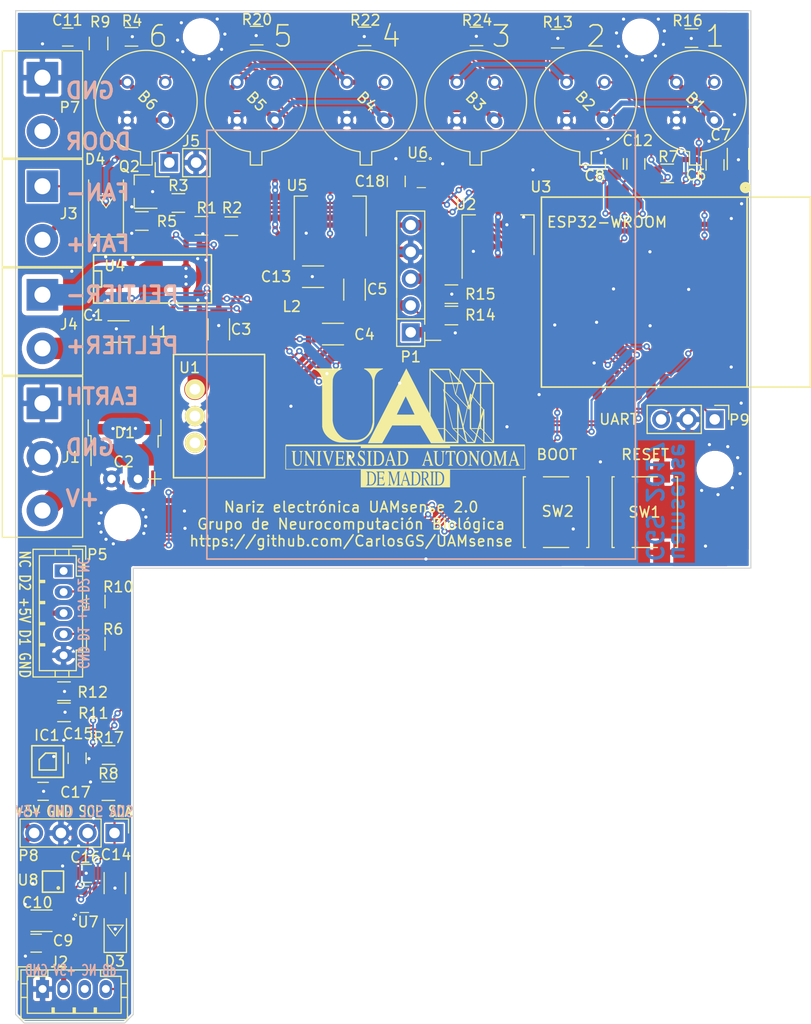
<source format=kicad_pcb>
(kicad_pcb (version 4) (host pcbnew 4.0.6-e0-6349~52~ubuntu16.10.1)
  (layers (0 F.Cu signal) (31 B.Cu signal) (34 B.Paste user) (35 F.Paste user) (36 B.SilkS user) (37 F.SilkS user) (38 B.Mask user) (39 F.Mask user) (44 Edge.Cuts user))
  (net 0 "")
  (net 1 +5VD)
  (net 2 tgs1)
  (net 3 +3V3)
  (net 4 GND)
  (net 5 tgs2)
  (net 6 tgs3)
  (net 7 tgs4)
  (net 8 tgs5)
  (net 9 tgs6)
  (net 10 +BATT)
  (net 11 +5V)
  (net 12 dBsound)
  (net 13 "Net-(D4-Pad2)")
  (net 14 "Net-(J4-Pad1)")
  (net 15 "Net-(J4-Pad2)")
  (net 16 SDA)
  (net 17 SCL)
  (net 18 "Net-(P5-Pad2)")
  (net 19 "Net-(P5-Pad4)")
  (net 20 door)
  (net 21 "Net-(P9-Pad1)")
  (net 22 "Net-(P9-Pad3)")
  (net 23 "Net-(Q2-Pad1)")
  (net 24 vBatt)
  (net 25 fan)
  (net 26 "Net-(R5-Pad1)")
  (net 27 dust1)
  (net 28 dust2)
  (net 29 co2pwm)
  (net 30 "Net-(SW2-Pad1)")
  (net 31 HinA)
  (net 32 HinB)
  (net 33 Hpwm)
  (net 34 "Net-(C3-Pad1)")
  (net 35 +3.3VA)
  (net 36 "Net-(R7-Pad2)")
  (net 37 "Net-(D1-Pad1)")
  (net 38 "Net-(C17-Pad1)")
  (net 39 "Net-(P1-Pad1)")
  (net 40 "Net-(P1-Pad2)")
  (net 41 "Net-(P1-Pad3)")
  (module Capacitors_THT:CP_Radial_D8.0mm_P2.50mm (layer F.Cu) (at 52.02936 66.1416 180)
    (fp_text reference C2 (at 1.3462 1.62052 360) (layer F.SilkS))
    (fp_text value 270u)
    (pad 1 thru_hole rect (at 0 0 180) (size 1.6 1.6) (drill 0.8) (layers *.Cu *.Mask) (net 10 +BATT))
    (pad 2 thru_hole circle (at 2.5 0 180) (size 1.6 1.6) (drill 0.8) (layers *.Cu *.Mask) (net 4 GND))
  )
  (module Capacitors_SMD:C_1206 (layer F.Cu) (at 68.64096 46.97984 180)
    (fp_text reference C13 (at 3.51028 0 180) (layer F.SilkS))
    (fp_text value 10u)
    (pad 1 smd rect (at -1.5 0 180) (size 1 1.6) (layers F.Cu F.Paste F.Mask) (net 35 +3.3VA))
    (pad 2 smd rect (at 1.5 0 180) (size 1 1.6) (layers F.Cu F.Paste F.Mask) (net 4 GND))
  )
  (module Resistors_SMD:R_0805 (layer F.Cu) (at 49.23028 95.72752)
    (fp_text reference R8 (at 0 -1.65) (layer F.SilkS))
    (fp_text value SDA)
    (pad 1 smd rect (at -0.95 0) (size 0.7 1.3) (layers F.Cu F.Paste F.Mask) (net 35 +3.3VA))
    (pad 2 smd rect (at 0.95 0) (size 0.7 1.3) (layers F.Cu F.Paste F.Mask) (net 16 SDA))
  )
  (module Resistors_SMD:R_0805 (layer F.Cu) (at 49.2506 92.30868)
    (fp_text reference R17 (at 0 -1.65) (layer F.SilkS))
    (fp_text value SCL)
    (pad 1 smd rect (at -0.95 0) (size 0.7 1.3) (layers F.Cu F.Paste F.Mask) (net 35 +3.3VA))
    (pad 2 smd rect (at 0.95 0) (size 0.7 1.3) (layers F.Cu F.Paste F.Mask) (net 17 SCL))
  )
  (module TO_SOT_Packages_THT:TO-5-4 (layer F.Cu) (at 54.6227 32.1437 135)
    (fp_text reference B6 (at 2.496511 0.143684 135) (layer F.SilkS))
    (fp_text value TGS2600)
    (pad 1 thru_hole oval (at 0 0 135) (size 1.6 1.2) (drill 0.7) (layers *.Cu *.Mask) (net 1 +5VD))
    (pad 2 thru_hole oval (at 2.54 2.54 135) (size 1.2 1.2) (drill 0.7) (layers *.Cu *.Mask) (net 9 tgs6))
    (pad 3 thru_hole oval (at 5.08 0 135) (size 1.2 1.2) (drill 0.7) (layers *.Cu *.Mask) (net 3 +3V3))
    (pad 4 thru_hole oval (at 2.54 -2.54 135) (size 1.2 1.2) (drill 0.7) (layers *.Cu *.Mask) (net 4 GND))
  )
  (module bosch:BME280 (layer F.Cu) (at 46.9646 105.9815 180)
    (fp_text reference U7 (at -0.3429 -2.1463 360) (layer F.SilkS))
    (fp_text value BMXX80)
    (pad 1 smd rect (at 1.025 -0.975 180) (size 0.5 0.35) (layers F.Cu F.Paste F.Mask) (net 4 GND))
    (pad 2 smd rect (at 1.025 -0.325 180) (size 0.5 0.35) (layers F.Cu F.Paste F.Mask) (net 35 +3.3VA))
    (pad 3 smd rect (at 1.025 0.325 180) (size 0.5 0.35) (layers F.Cu F.Paste F.Mask) (net 16 SDA))
    (pad 4 smd rect (at 1.025 0.975 180) (size 0.5 0.35) (layers F.Cu F.Paste F.Mask) (net 17 SCL))
    (pad 5 smd rect (at -1.025 0.975 180) (size 0.5 0.35) (layers F.Cu F.Paste F.Mask) (net 4 GND))
    (pad 6 smd rect (at -1.025 0.325 180) (size 0.5 0.35) (layers F.Cu F.Paste F.Mask) (net 35 +3.3VA))
    (pad 7 smd rect (at -1.025 -0.325 180) (size 0.5 0.35) (layers F.Cu F.Paste F.Mask) (net 4 GND))
    (pad 8 smd rect (at -1.025 -0.975 180) (size 0.5 0.35) (layers F.Cu F.Paste F.Mask) (net 35 +3.3VA))
  )
  (module TO_SOT_Packages_SMD:TO-252-2 (layer F.Cu) (at 50.76544 59.57652 90)
    (fp_text reference D1 (at -2.1912 0.0244 180) (layer F.SilkS))
    (fp_text value D_Schottky_x2_KCom_AKA)
    (pad 1 smd rect (at -4.2 -2.28 90) (size 2.2 1.2) (layers F.Cu F.Paste F.Mask) (net 37 "Net-(D1-Pad1)"))
    (pad 3 smd rect (at -4.2 2.28 90) (size 2.2 1.2) (layers F.Cu F.Paste F.Mask) (net 37 "Net-(D1-Pad1)"))
    (pad 2 smd rect (at 2.1 0 90) (size 6.4 5.8) (layers F.Cu F.Mask) (net 10 +BATT))
  )
  (module TO_SOT_Packages_SMD:SOT-223 (layer F.Cu) (at 70.2691 41.2496 90)
    (fp_text reference U5 (at 2.921 -3.1496 180) (layer F.SilkS))
    (fp_text value LD1117S33TR)
    (pad 2 smd rect (at 3.15 0 90) (size 2 3.8) (layers F.Cu F.Paste F.Mask) (net 35 +3.3VA))
    (pad 2 smd rect (at -3.15 0 90) (size 2 1.5) (layers F.Cu F.Paste F.Mask) (net 35 +3.3VA))
    (pad 3 smd rect (at -3.15 2.3 90) (size 2 1.5) (layers F.Cu F.Paste F.Mask) (net 11 +5V))
    (pad 1 smd rect (at -3.15 -2.3 90) (size 2 1.5) (layers F.Cu F.Paste F.Mask) (net 4 GND))
  )
  (module mpu9250:QFN-24-MPU9250 (layer F.Cu) (at 43.4721 92.9259)
    (fp_text reference IC1 (at -0.0762 -2.4892) (layer F.SilkS))
    (fp_text value MPU-9250)
    (pad 1 smd rect (at -1.5 -1) (size 0.4 0.2) (layers F.Cu F.Paste F.Mask) (net 35 +3.3VA))
    (pad 2 smd rect (at -1.5 -0.6) (size 0.4 0.2) (layers F.Cu F.Paste F.Mask))
    (pad 3 smd rect (at -1.5 -0.2) (size 0.4 0.2) (layers F.Cu F.Paste F.Mask))
    (pad 4 smd rect (at -1.5 0.2) (size 0.4 0.2) (layers F.Cu F.Paste F.Mask))
    (pad 5 smd rect (at -1.5 0.6) (size 0.4 0.2) (layers F.Cu F.Paste F.Mask))
    (pad 6 smd rect (at -1.5 1) (size 0.4 0.2) (layers F.Cu F.Paste F.Mask))
    (pad 7 smd rect (at -1 1.5) (size 0.2 0.4) (layers F.Cu F.Paste F.Mask))
    (pad 8 smd rect (at -0.6 1.5) (size 0.2 0.4) (layers F.Cu F.Paste F.Mask) (net 35 +3.3VA))
    (pad 9 smd rect (at -0.2 1.5) (size 0.2 0.4) (layers F.Cu F.Paste F.Mask) (net 4 GND))
    (pad 10 smd rect (at 0.2 1.5) (size 0.2 0.4) (layers F.Cu F.Paste F.Mask) (net 38 "Net-(C17-Pad1)"))
    (pad 11 smd rect (at 0.6 1.5) (size 0.2 0.4) (layers F.Cu F.Paste F.Mask))
    (pad 12 smd rect (at 1 1.5) (size 0.2 0.4) (layers F.Cu F.Paste F.Mask))
    (pad 13 smd rect (at 1.5 1) (size 0.4 0.2) (layers F.Cu F.Paste F.Mask) (net 35 +3.3VA))
    (pad 14 smd rect (at 1.5 0.6) (size 0.4 0.2) (layers F.Cu F.Paste F.Mask))
    (pad 15 smd rect (at 1.5 0.2) (size 0.4 0.2) (layers F.Cu F.Paste F.Mask))
    (pad 16 smd rect (at 1.5 -0.2) (size 0.4 0.2) (layers F.Cu F.Paste F.Mask))
    (pad 17 smd rect (at 1.5 -0.6) (size 0.4 0.2) (layers F.Cu F.Paste F.Mask))
    (pad 18 smd rect (at 1.5 -1) (size 0.4 0.2) (layers F.Cu F.Paste F.Mask) (net 4 GND))
    (pad 19 smd rect (at 1 -1.5) (size 0.2 0.4) (layers F.Cu F.Paste F.Mask))
    (pad 20 smd rect (at 0.6 -1.5) (size 0.2 0.4) (layers F.Cu F.Paste F.Mask) (net 4 GND))
    (pad 21 smd rect (at 0.2 -1.5) (size 0.2 0.4) (layers F.Cu F.Paste F.Mask))
    (pad 22 smd rect (at -0.2 -1.5) (size 0.2 0.4) (layers F.Cu F.Paste F.Mask) (net 35 +3.3VA))
    (pad 23 smd rect (at -0.6 -1.5) (size 0.2 0.4) (layers F.Cu F.Paste F.Mask) (net 17 SCL))
    (pad 24 smd rect (at -1 -1.5) (size 0.2 0.4) (layers F.Cu F.Paste F.Mask) (net 16 SDA))
  )
  (module Diodes_SMD:D_1206 (layer F.Cu) (at 49.8856 108.8136 90)
    (fp_text reference D3 (at -3.0353 -0.0381 360) (layer F.SilkS))
    (fp_text value 3.3V)
    (pad 1 smd rect (at -1.5 0 90) (size 1 1.6) (layers F.Cu F.Paste F.Mask) (net 12 dBsound))
    (pad 2 smd rect (at 1.5 0 90) (size 1 1.6) (layers F.Cu F.Paste F.Mask) (net 4 GND))
  )
  (module Diodes_SMD:D_SMA (layer F.Cu) (at 49.0093 39.8079 90)
    (fp_text reference D4 (at 3.9558 -1.0414 180) (layer F.SilkS))
    (fp_text value D_Schottky)
    (pad 1 smd rect (at -2 0 90) (size 2.5 1.8) (layers F.Cu F.Paste F.Mask) (net 1 +5VD))
    (pad 2 smd rect (at 2 0 90) (size 2.5 1.8) (layers F.Cu F.Paste F.Mask) (net 13 "Net-(D4-Pad2)"))
  )
  (module smd_button:smd_button (layer F.Cu) (at 91.6874 69.2912 90)
    (fp_text reference SW2 (at 0.0762 0.159 180) (layer F.SilkS))
    (fp_text value BOOT (at 5.45592 0.07772 180) (layer F.SilkS))
    (pad 1 smd rect (at 3.8 -1.6 90) (size 2 1.6) (layers F.Cu F.Paste F.Mask) (net 30 "Net-(SW2-Pad1)"))
    (pad 1 smd rect (at -3.8 -1.6 90) (size 2 1.6) (layers F.Cu F.Paste F.Mask) (net 30 "Net-(SW2-Pad1)"))
    (pad 2 smd rect (at -3.8 1.6 90) (size 2 1.6) (layers F.Cu F.Paste F.Mask) (net 4 GND))
    (pad 2 smd rect (at 3.8 1.6 90) (size 2 1.6) (layers F.Cu F.Paste F.Mask) (net 4 GND))
  )
  (module smd_button:smd_button (layer F.Cu) (at 100.1014 69.2912 270)
    (fp_text reference SW1 (at 0 0.0254 360) (layer F.SilkS))
    (fp_text value RESET (at -5.45592 -0.03556 360) (layer F.SilkS))
    (pad 1 smd rect (at 3.8 -1.6 270) (size 2 1.6) (layers F.Cu F.Paste F.Mask) (net 4 GND))
    (pad 1 smd rect (at -3.8 -1.6 270) (size 2 1.6) (layers F.Cu F.Paste F.Mask) (net 4 GND))
    (pad 2 smd rect (at -3.8 1.6 270) (size 2 1.6) (layers F.Cu F.Paste F.Mask) (net 36 "Net-(R7-Pad2)"))
    (pad 2 smd rect (at 3.8 1.6 270) (size 2 1.6) (layers F.Cu F.Paste F.Mask) (net 36 "Net-(R7-Pad2)"))
  )
  (module Fiducials:Fiducial_1mm_Dia_2.54mm_Outer_CopperTop (layer F.Cu) (at 47.0154 111.1631)
    (fp_text reference REF2 hide)
    (fp_text value Fiducial_1mm_Dia_2.54mm_Outer_CopperTop)
    (pad ~ smd circle (at 0 0) (size 1 1) (layers F.Cu F.Mask) (clearance 0.77))
  )
  (module Mounting_Holes:MountingHole_3.2mm_M3 (layer F.Cu) (at 50.57648 70.27164)
    (fp_text reference REF** hide)
    (fp_text value MountingHole_3.2mm_M3)
    (pad "" np_thru_hole circle (at 0 0) (size 3.2 3.2) (drill 3.2) (layers *.Cu *.Mask))
  )
  (module Mounting_Holes:MountingHole_3.2mm_M3 (layer F.Cu) (at 106.7562 65.2272)
    (fp_text reference REF** hide)
    (fp_text value MountingHole_3.2mm_M3)
    (pad 1 np_thru_hole circle (at 0 0) (size 3.2 3.2) (drill 3.2) (layers *.Cu *.Mask))
  )
  (module Mounting_Holes:MountingHole_3.2mm_M3 (layer F.Cu) (at 99.695 24.257)
    (fp_text reference REF** hide)
    (fp_text value MountingHole_3.2mm_M3)
    (pad 1 np_thru_hole circle (at 0 0) (size 3.2 3.2) (drill 3.2) (layers *.Cu *.Mask))
  )
  (module Connectors:bornier3 (layer F.Cu) (at 42.9768 58.9788 270)
    (fp_text reference J1 (at 5.1181 -2.7051 360) (layer F.SilkS))
    (fp_text value power)
    (pad 1 thru_hole rect (at 0 0 270) (size 3 3) (drill 1.52) (layers *.Cu *.Mask) (net 4 GND))
    (pad 2 thru_hole circle (at 5.08 0 270) (size 3 3) (drill 1.52) (layers *.Cu *.Mask) (net 4 GND))
    (pad 3 thru_hole circle (at 10.16 0 270) (size 3 3) (drill 1.52) (layers *.Cu *.Mask) (net 37 "Net-(D1-Pad1)"))
  )
  (module mplewis:R-78E5.0-0.5 (layer F.Cu) (at 55.40756 60.18784 270)
    (fp_text reference U1 (at -4.5847 -1.524 360) (layer F.SilkS))
    (fp_text value R-78E5.0-0.5)
    (pad 1 thru_hole circle (at -2.54 -2.032 270) (size 1.905 1.905) (drill 1.016) (layers *.Cu *.Mask F.SilkS) (net 34 "Net-(C3-Pad1)"))
    (pad 2 thru_hole circle (at 0 -2.032 270) (size 1.905 1.905) (drill 1.016) (layers *.Cu *.Mask F.SilkS) (net 4 GND))
    (pad 3 thru_hole circle (at 2.54 -2.032 270) (size 1.905 1.905) (drill 1.016) (layers *.Cu *.Mask F.SilkS) (net 1 +5VD))
  )
  (module Pin_Headers:Pin_Header_Straight_1x04_Pitch2.54mm (layer F.Cu) (at 49.8094 99.695 270)
    (fp_text reference P8 (at 2.14376 8.15848 360) (layer F.SilkS))
    (fp_text value I2C)
    (pad 1 thru_hole rect (at 0 0 270) (size 1.7 1.7) (drill 1) (layers *.Cu *.Mask) (net 16 SDA))
    (pad 2 thru_hole oval (at 0 2.54 270) (size 1.7 1.7) (drill 1) (layers *.Cu *.Mask) (net 17 SCL))
    (pad 3 thru_hole oval (at 0 5.08 270) (size 1.7 1.7) (drill 1) (layers *.Cu *.Mask) (net 4 GND))
    (pad 4 thru_hole oval (at 0 7.62 270) (size 1.7 1.7) (drill 1) (layers *.Cu *.Mask) (net 11 +5V))
  )
  (module Capacitors_SMD:C_1206 (layer F.Cu) (at 59.70016 51.9684 90)
    (fp_text reference C3 (at 0 2.11328 180) (layer F.SilkS))
    (fp_text value 10u)
    (pad 1 smd rect (at -1.5 0 90) (size 1 1.6) (layers F.Cu F.Paste F.Mask) (net 34 "Net-(C3-Pad1)"))
    (pad 2 smd rect (at 1.5 0 90) (size 1 1.6) (layers F.Cu F.Paste F.Mask) (net 4 GND))
  )
  (module Resistors_SMD:R_0805 (layer F.Cu) (at 81.7626 50.65522 180)
    (fp_text reference R14 (at -2.7432 0.0381 180) (layer F.SilkS))
    (fp_text value 5.23k)
    (pad 1 smd rect (at -0.95 0 180) (size 0.7 1.3) (layers F.Cu F.Paste F.Mask) (net 29 co2pwm))
    (pad 2 smd rect (at 0.95 0 180) (size 0.7 1.3) (layers F.Cu F.Paste F.Mask) (net 40 "Net-(P1-Pad2)"))
  )
  (module Resistors_SMD:R_0805 (layer F.Cu) (at 58.039 42.15384)
    (fp_text reference R1 (at 0.51816 -1.69164 180) (layer F.SilkS))
    (fp_text value 10k)
    (pad 1 smd rect (at -0.95 0) (size 0.7 1.3) (layers F.Cu F.Paste F.Mask) (net 10 +BATT))
    (pad 2 smd rect (at 0.95 0) (size 0.7 1.3) (layers F.Cu F.Paste F.Mask) (net 24 vBatt))
  )
  (module Connectors_JST:JST_PH_B5B-PH-K_05x2.00mm_Straight (layer F.Cu) (at 44.9834 74.8604 270)
    (fp_text reference P5 (at -1.5433 -3.2004 360) (layer F.SilkS))
    (fp_text value DSM501A)
    (pad 1 thru_hole rect (at 0 0 270) (size 1.2 1.7) (drill 0.75) (layers *.Cu *.Mask))
    (pad 2 thru_hole oval (at 2 0 270) (size 1.2 1.7) (drill 0.75) (layers *.Cu *.Mask) (net 18 "Net-(P5-Pad2)"))
    (pad 3 thru_hole oval (at 4 0 270) (size 1.2 1.7) (drill 0.75) (layers *.Cu *.Mask) (net 11 +5V))
    (pad 4 thru_hole oval (at 6 0 270) (size 1.2 1.7) (drill 0.75) (layers *.Cu *.Mask) (net 19 "Net-(P5-Pad4)"))
    (pad 5 thru_hole oval (at 8 0 270) (size 1.2 1.7) (drill 0.75) (layers *.Cu *.Mask) (net 4 GND))
  )
  (module Capacitors_SMD:C_0805 (layer F.Cu) (at 47.1297 103.5177 180)
    (fp_text reference C16 (at 0.07366 1.51638 180) (layer F.SilkS))
    (fp_text value 100n)
    (pad 1 smd rect (at -1 0 180) (size 1 1.25) (layers F.Cu F.Paste F.Mask) (net 35 +3.3VA))
    (pad 2 smd rect (at 1 0 180) (size 1 1.25) (layers F.Cu F.Paste F.Mask) (net 4 GND))
  )
  (module Capacitors_SMD:C_0805 (layer F.Cu) (at 42.3799 110.1344 180)
    (fp_text reference C9 (at -2.5527 0.2286 180) (layer F.SilkS))
    (fp_text value 100n)
    (pad 1 smd rect (at -1 0 180) (size 1 1.25) (layers F.Cu F.Paste F.Mask) (net 11 +5V))
    (pad 2 smd rect (at 1 0 180) (size 1 1.25) (layers F.Cu F.Paste F.Mask) (net 4 GND))
  )
  (module si1132:QFN-10 (layer F.Cu) (at 43.9801 104.3051 180)
    (fp_text reference U8 (at 2.36982 0.14986 180) (layer F.SilkS))
    (fp_text value Si1132)
    (pad 1 smd rect (at -0.95 -0.75 180) (size 0.8 0.3) (layers F.Cu F.Paste F.Mask) (net 16 SDA))
    (pad 2 smd rect (at -0.95 -0.25 180) (size 0.8 0.3) (layers F.Cu F.Paste F.Mask) (net 17 SCL))
    (pad 3 smd rect (at -0.95 0.25 180) (size 0.8 0.3) (layers F.Cu F.Paste F.Mask) (net 35 +3.3VA))
    (pad 4 smd rect (at -0.95 0.75 180) (size 0.8 0.3) (layers F.Cu F.Paste F.Mask))
    (pad 5 smd rect (at 0 0.95 180) (size 0.3 0.8) (layers F.Cu F.Paste F.Mask))
    (pad 6 smd rect (at 0.95 0.75 180) (size 0.8 0.3) (layers F.Cu F.Paste F.Mask) (net 35 +3.3VA))
    (pad 7 smd rect (at 0.95 0.25 180) (size 0.8 0.3) (layers F.Cu F.Paste F.Mask) (net 35 +3.3VA))
    (pad 8 smd rect (at 0.95 -0.25 180) (size 0.8 0.3) (layers F.Cu F.Paste F.Mask) (net 4 GND))
    (pad 9 smd rect (at 0.95 -0.75 180) (size 0.8 0.3) (layers F.Cu F.Paste F.Mask) (net 35 +3.3VA))
    (pad 10 smd rect (at 0 -0.95 180) (size 0.3 0.8) (layers F.Cu F.Paste F.Mask))
  )
  (module Capacitors_SMD:C_1206 (layer F.Cu) (at 42.8879 108.0135 180)
    (fp_text reference C10 (at 0.4064 1.7272 180) (layer F.SilkS))
    (fp_text value 10u)
    (pad 1 smd rect (at -1.5 0 180) (size 1 1.6) (layers F.Cu F.Paste F.Mask) (net 11 +5V))
    (pad 2 smd rect (at 1.5 0 180) (size 1 1.6) (layers F.Cu F.Paste F.Mask) (net 4 GND))
  )
  (module Connectors_JST:JST_PH_B4B-PH-K_04x2.00mm_Straight (layer F.Cu) (at 42.99 114.4778)
    (fp_text reference J2 (at 1.5743 -2.5527) (layer F.SilkS))
    (fp_text value loudness)
    (pad 1 thru_hole rect (at 0 0) (size 1.2 1.7) (drill 0.75) (layers *.Cu *.Mask) (net 4 GND))
    (pad 2 thru_hole oval (at 2 0) (size 1.2 1.7) (drill 0.75) (layers *.Cu *.Mask) (net 11 +5V))
    (pad 3 thru_hole oval (at 4 0) (size 1.2 1.7) (drill 0.75) (layers *.Cu *.Mask))
    (pad 4 thru_hole oval (at 6 0) (size 1.2 1.7) (drill 0.75) (layers *.Cu *.Mask) (net 12 dBsound))
  )
  (module Capacitors_SMD:C_1206 (layer F.Cu) (at 49.8475 104.4448 270)
    (fp_text reference C14 (at -2.6924 -0.1016 360) (layer F.SilkS))
    (fp_text value 10u)
    (pad 1 smd rect (at -1.5 0 270) (size 1 1.6) (layers F.Cu F.Paste F.Mask) (net 35 +3.3VA))
    (pad 2 smd rect (at 1.5 0 270) (size 1 1.6) (layers F.Cu F.Paste F.Mask) (net 4 GND))
  )
  (module Capacitors_SMD:C_0805 (layer F.Cu) (at 43.0403 95.7453 180)
    (fp_text reference C17 (at -3.0607 -0.0889 360) (layer F.SilkS))
    (fp_text value 100n)
    (pad 1 smd rect (at -1 0 180) (size 1 1.25) (layers F.Cu F.Paste F.Mask) (net 38 "Net-(C17-Pad1)"))
    (pad 2 smd rect (at 1 0 180) (size 1 1.25) (layers F.Cu F.Paste F.Mask) (net 4 GND))
  )
  (module Capacitors_SMD:C_0805 (layer F.Cu) (at 46.2661 92.6084 90)
    (fp_text reference C15 (at 2.3241 0.1016 180) (layer F.SilkS))
    (fp_text value 100n)
    (pad 1 smd rect (at -1 0 90) (size 1 1.25) (layers F.Cu F.Paste F.Mask) (net 35 +3.3VA))
    (pad 2 smd rect (at 1 0 90) (size 1 1.25) (layers F.Cu F.Paste F.Mask) (net 4 GND))
  )
  (module Resistors_SMD:R_0805 (layer F.Cu) (at 102.22484 37.1856)
    (fp_text reference R7 (at 0.11176 -1.57988) (layer F.SilkS))
    (fp_text value 10k)
    (pad 1 smd rect (at -0.95 0) (size 0.7 1.3) (layers F.Cu F.Paste F.Mask) (net 3 +3V3))
    (pad 2 smd rect (at 0.95 0) (size 0.7 1.3) (layers F.Cu F.Paste F.Mask) (net 36 "Net-(R7-Pad2)"))
  )
  (module Capacitors_SMD:C_0805 (layer F.Cu) (at 97.22104 36.28644 90)
    (fp_text reference C8 (at -1.11252 -1.8796 180) (layer F.SilkS))
    (fp_text value 100n)
    (pad 1 smd rect (at -1 0 90) (size 1 1.25) (layers F.Cu F.Paste F.Mask) (net 24 vBatt))
    (pad 2 smd rect (at 1 0 90) (size 1 1.25) (layers F.Cu F.Paste F.Mask) (net 4 GND))
  )
  (module Capacitors_SMD:C_0805 (layer F.Cu) (at 99.25304 36.28644 90)
    (fp_text reference C12 (at 2.20472 0.1778 180) (layer F.SilkS))
    (fp_text value 100n)
    (pad 1 smd rect (at -1 0 90) (size 1 1.25) (layers F.Cu F.Paste F.Mask) (net 12 dBsound))
    (pad 2 smd rect (at 1 0 90) (size 1 1.25) (layers F.Cu F.Paste F.Mask) (net 4 GND))
  )
  (module Resistors_SMD:R_0805 (layer F.Cu) (at 104.53112 24.36876 180)
    (fp_text reference R16 (at 0.37588 1.64084 180) (layer F.SilkS))
    (fp_text value Rtgs)
    (pad 1 smd rect (at -0.95 0 180) (size 0.7 1.3) (layers F.Cu F.Paste F.Mask) (net 2 tgs1))
    (pad 2 smd rect (at 0.95 0 180) (size 0.7 1.3) (layers F.Cu F.Paste F.Mask) (net 4 GND))
  )
  (module Fiducials:Fiducial_1mm_Dia_2.54mm_Outer_CopperTop (layer F.Cu) (at 108.6104 23.2156)
    (fp_text reference REF3 hide)
    (fp_text value Fiducial_1mm_Dia_2.54mm_Outer_CopperTop)
    (pad ~ smd circle (at -0.0254 0) (size 1 1) (layers F.Cu F.Mask) (clearance 0.77))
  )
  (module TO_SOT_Packages_THT:TO-5-4 (layer F.Cu) (at 106.6927 32.1437 135)
    (fp_text reference B1 (at 2.474959 -0.035921 135) (layer F.SilkS))
    (fp_text value TGS2600)
    (pad 1 thru_hole oval (at 0 0 135) (size 1.6 1.2) (drill 0.7) (layers *.Cu *.Mask) (net 1 +5VD))
    (pad 2 thru_hole oval (at 2.54 2.54 135) (size 1.2 1.2) (drill 0.7) (layers *.Cu *.Mask) (net 2 tgs1))
    (pad 3 thru_hole oval (at 5.08 0 135) (size 1.2 1.2) (drill 0.7) (layers *.Cu *.Mask) (net 3 +3V3))
    (pad 4 thru_hole oval (at 2.54 -2.54 135) (size 1.2 1.2) (drill 0.7) (layers *.Cu *.Mask) (net 4 GND))
  )
  (module Pin_Headers:Pin_Header_Straight_1x03_Pitch2.54mm (layer F.Cu) (at 106.7308 60.5028 270)
    (fp_text reference P9 (at 0.0508 -2.33 360) (layer F.SilkS))
    (fp_text value SERIAL)
    (pad 1 thru_hole rect (at 0 0 270) (size 1.7 1.7) (drill 1) (layers *.Cu *.Mask) (net 21 "Net-(P9-Pad1)"))
    (pad 2 thru_hole oval (at 0 2.54 270) (size 1.7 1.7) (drill 1) (layers *.Cu *.Mask) (net 4 GND))
    (pad 3 thru_hole oval (at 0 5.08 270) (size 1.7 1.7) (drill 1) (layers *.Cu *.Mask) (net 22 "Net-(P9-Pad3)"))
  )
  (module Fiducials:Fiducial_1mm_Dia_2.54mm_Outer_CopperTop (layer F.Cu) (at 108.585 73.0377)
    (fp_text reference REF4 hide)
    (fp_text value Fiducial_1mm_Dia_2.54mm_Outer_CopperTop)
    (pad ~ smd circle (at 0 0.127) (size 1 1) (layers F.Cu F.Mask) (clearance 0.77))
  )
  (module esp32:ESP32-WROOM (layer F.Cu) (at 103.0478 48.4378 90)
    (fp_text reference U3 (at 9.9695 -12.8016 180) (layer F.SilkS))
    (fp_text value ESP32-WROOM)
    (fp_text user ESP32-WROOM (at 6.6294 -6.5278 180) (layer F.SilkS))
    (pad 38 smd oval (at -9 5.25 90) (size 2.5 0.9) (layers F.Cu F.Paste F.Mask) (net 4 GND))
    (pad 37 smd oval (at -9 3.98 90) (size 2.5 0.9) (layers F.Cu F.Paste F.Mask) (net 27 dust1))
    (pad 36 smd oval (at -9 2.71 90) (size 2.5 0.9) (layers F.Cu F.Paste F.Mask) (net 28 dust2))
    (pad 35 smd oval (at -9 1.44 90) (size 2.5 0.9) (layers F.Cu F.Paste F.Mask) (net 21 "Net-(P9-Pad1)"))
    (pad 34 smd oval (at -9 0.17 90) (size 2.5 0.9) (layers F.Cu F.Paste F.Mask) (net 22 "Net-(P9-Pad3)"))
    (pad 33 smd oval (at -9 -1.1 90) (size 2.5 0.9) (layers F.Cu F.Paste F.Mask) (net 29 co2pwm))
    (pad 32 smd oval (at -9 -2.37 90) (size 2.5 0.9) (layers F.Cu F.Paste F.Mask))
    (pad 31 smd oval (at -9 -3.64 90) (size 2.5 0.9) (layers F.Cu F.Paste F.Mask) (net 16 SDA))
    (pad 30 smd oval (at -9 -4.91 90) (size 2.5 0.9) (layers F.Cu F.Paste F.Mask) (net 17 SCL))
    (pad 29 smd oval (at -9 -6.18 90) (size 2.5 0.9) (layers F.Cu F.Paste F.Mask))
    (pad 28 smd oval (at -9 -7.45 90) (size 2.5 0.9) (layers F.Cu F.Paste F.Mask) (net 31 HinA))
    (pad 27 smd oval (at -9 -8.72 90) (size 2.5 0.9) (layers F.Cu F.Paste F.Mask) (net 32 HinB))
    (pad 26 smd oval (at -9 -9.99 90) (size 2.5 0.9) (layers F.Cu F.Paste F.Mask) (net 33 Hpwm))
    (pad 25 smd oval (at -9 -11.26 90) (size 2.5 0.9) (layers F.Cu F.Paste F.Mask) (net 30 "Net-(SW2-Pad1)"))
    (pad 14 smd oval (at 9 -11.26 90) (size 2.5 0.9) (layers F.Cu F.Paste F.Mask) (net 25 fan))
    (pad 13 smd oval (at 9 -9.99 90) (size 2.5 0.9) (layers F.Cu F.Paste F.Mask) (net 20 door))
    (pad 12 smd oval (at 9 -8.72 90) (size 2.5 0.9) (layers F.Cu F.Paste F.Mask))
    (pad 11 smd oval (at 9 -7.45 90) (size 2.5 0.9) (layers F.Cu F.Paste F.Mask) (net 24 vBatt))
    (pad 10 smd oval (at 9 -6.18 90) (size 2.5 0.9) (layers F.Cu F.Paste F.Mask) (net 9 tgs6))
    (pad 9 smd oval (at 9 -4.91 90) (size 2.5 0.9) (layers F.Cu F.Paste F.Mask) (net 12 dBsound))
    (pad 8 smd oval (at 9 -3.64 90) (size 2.5 0.9) (layers F.Cu F.Paste F.Mask) (net 8 tgs5))
    (pad 7 smd oval (at 9 -2.37 90) (size 2.5 0.9) (layers F.Cu F.Paste F.Mask) (net 7 tgs4))
    (pad 6 smd oval (at 9 -1.1 90) (size 2.5 0.9) (layers F.Cu F.Paste F.Mask) (net 6 tgs3))
    (pad 5 smd oval (at 9 0.17 90) (size 2.5 0.9) (layers F.Cu F.Paste F.Mask) (net 5 tgs2))
    (pad 4 smd oval (at 9 1.44 90) (size 2.5 0.9) (layers F.Cu F.Paste F.Mask) (net 2 tgs1))
    (pad 3 smd oval (at 9 2.71 90) (size 2.5 0.9) (layers F.Cu F.Paste F.Mask) (net 36 "Net-(R7-Pad2)"))
    (pad 2 smd oval (at 9 3.98 90) (size 2.5 0.9) (layers F.Cu F.Paste F.Mask) (net 3 +3V3))
    (pad 1 smd oval (at 9 5.25 90) (size 2.5 0.9) (layers F.Cu F.Paste F.Mask) (net 4 GND))
    (pad 39 smd rect (at 0.3 -2.45 90) (size 6 6) (layers F.Cu F.Paste F.Mask) (net 4 GND))
  )
  (module Resistors_SMD:R_0805 (layer F.Cu) (at 91.8464 24.4221)
    (fp_text reference R13 (at -0.00508 -1.55702) (layer F.SilkS))
    (fp_text value Rtgs)
    (pad 1 smd rect (at -0.95 0) (size 0.7 1.3) (layers F.Cu F.Paste F.Mask) (net 5 tgs2))
    (pad 2 smd rect (at 0.95 0) (size 0.7 1.3) (layers F.Cu F.Paste F.Mask) (net 4 GND))
  )
  (module Resistors_SMD:R_0805 (layer F.Cu) (at 84.1375 24.2062)
    (fp_text reference R24 (at 0.04826 -1.51892) (layer F.SilkS))
    (fp_text value Rtgs)
    (pad 1 smd rect (at -0.95 0) (size 0.7 1.3) (layers F.Cu F.Paste F.Mask) (net 6 tgs3))
    (pad 2 smd rect (at 0.95 0) (size 0.7 1.3) (layers F.Cu F.Paste F.Mask) (net 4 GND))
  )
  (module TO_SOT_Packages_THT:TO-5-4 (layer F.Cu) (at 96.2787 32.1437 135)
    (fp_text reference B2 (at 2.571945 -0.003592 135) (layer F.SilkS))
    (fp_text value TGS2600)
    (pad 1 thru_hole oval (at 0 0 135) (size 1.6 1.2) (drill 0.7) (layers *.Cu *.Mask) (net 1 +5VD))
    (pad 2 thru_hole oval (at 2.54 2.54 135) (size 1.2 1.2) (drill 0.7) (layers *.Cu *.Mask) (net 5 tgs2))
    (pad 3 thru_hole oval (at 5.08 0 135) (size 1.2 1.2) (drill 0.7) (layers *.Cu *.Mask) (net 3 +3V3))
    (pad 4 thru_hole oval (at 2.54 -2.54 135) (size 1.2 1.2) (drill 0.7) (layers *.Cu *.Mask) (net 4 GND))
  )
  (module TO_SOT_Packages_THT:TO-5-4 (layer F.Cu) (at 85.8647 32.1437 135)
    (fp_text reference B3 (at 2.536024 -0.032329 135) (layer F.SilkS))
    (fp_text value TGS2600)
    (pad 1 thru_hole oval (at 0 0 135) (size 1.6 1.2) (drill 0.7) (layers *.Cu *.Mask) (net 1 +5VD))
    (pad 2 thru_hole oval (at 2.54 2.54 135) (size 1.2 1.2) (drill 0.7) (layers *.Cu *.Mask) (net 6 tgs3))
    (pad 3 thru_hole oval (at 5.08 0 135) (size 1.2 1.2) (drill 0.7) (layers *.Cu *.Mask) (net 3 +3V3))
    (pad 4 thru_hole oval (at 2.54 -2.54 135) (size 1.2 1.2) (drill 0.7) (layers *.Cu *.Mask) (net 4 GND))
  )
  (module Capacitors_SMD:C_0805 (layer F.Cu) (at 106.76128 36.38804 90)
    (fp_text reference C6 (at -0.94488 -1.79832 180) (layer F.SilkS))
    (fp_text value 100n)
    (pad 1 smd rect (at -1 0 90) (size 1 1.25) (layers F.Cu F.Paste F.Mask) (net 3 +3V3))
    (pad 2 smd rect (at 1 0 90) (size 1 1.25) (layers F.Cu F.Paste F.Mask) (net 4 GND))
  )
  (module Capacitors_SMD:C_1206 (layer F.Cu) (at 108.94568 35.814 90)
    (fp_text reference C7 (at 2.26568 -1.65608 180) (layer F.SilkS))
    (fp_text value 10u)
    (pad 1 smd rect (at -1.5 0 90) (size 1 1.6) (layers F.Cu F.Paste F.Mask) (net 3 +3V3))
    (pad 2 smd rect (at 1.5 0 90) (size 1 1.6) (layers F.Cu F.Paste F.Mask) (net 4 GND))
  )
  (module TO_SOT_Packages_SMD:SOT-223 (layer F.Cu) (at 86.18728 43.0276 90)
    (fp_text reference U2 (at 2.90068 -3.06324 180) (layer F.SilkS))
    (fp_text value LD1117S33TR)
    (pad 2 smd rect (at 3.15 0 90) (size 2 3.8) (layers F.Cu F.Paste F.Mask) (net 3 +3V3))
    (pad 2 smd rect (at -3.15 0 90) (size 2 1.5) (layers F.Cu F.Paste F.Mask) (net 3 +3V3))
    (pad 3 smd rect (at -3.15 2.3 90) (size 2 1.5) (layers F.Cu F.Paste F.Mask) (net 1 +5VD))
    (pad 1 smd rect (at -3.15 -2.3 90) (size 2 1.5) (layers F.Cu F.Paste F.Mask) (net 4 GND))
  )
  (module Inductors_NEOSID:Neosid_Inductor_SM-NE29_SMD1008 (layer F.Cu) (at 69.35216 49.80432)
    (fp_text reference L2 (at -2.73304 0) (layer F.SilkS))
    (fp_text value 33u)
    (pad 2 smd rect (at 1.14554 0) (size 1.02108 2.54) (layers F.Cu F.Paste F.Mask) (net 11 +5V))
    (pad 1 smd rect (at -1.14554 0) (size 1.02108 2.54) (layers F.Cu F.Paste F.Mask) (net 1 +5VD))
  )
  (module Capacitors_SMD:C_1206 (layer F.Cu) (at 70.53072 52.41544)
    (fp_text reference C4 (at 2.98196 0.04572) (layer F.SilkS))
    (fp_text value 10u)
    (pad 1 smd rect (at -1.5 0) (size 1 1.6) (layers F.Cu F.Paste F.Mask) (net 1 +5VD))
    (pad 2 smd rect (at 1.5 0) (size 1 1.6) (layers F.Cu F.Paste F.Mask) (net 4 GND))
  )
  (module Capacitors_SMD:C_1206 (layer F.Cu) (at 72.57288 48.20412 270)
    (fp_text reference C5 (at -0.04064 -2.14884 360) (layer F.SilkS))
    (fp_text value 10u)
    (pad 1 smd rect (at -1.5 0 270) (size 1 1.6) (layers F.Cu F.Paste F.Mask) (net 11 +5V))
    (pad 2 smd rect (at 1.5 0 270) (size 1 1.6) (layers F.Cu F.Paste F.Mask) (net 4 GND))
  )
  (module Resistors_SMD:R_0805 (layer F.Cu) (at 48.0314 77.7621 270)
    (fp_text reference R10 (at -1.3843 -2.1336 360) (layer F.SilkS))
    (fp_text value 5.23k)
    (pad 1 smd rect (at -0.95 0 270) (size 0.7 1.3) (layers F.Cu F.Paste F.Mask) (net 18 "Net-(P5-Pad2)"))
    (pad 2 smd rect (at 0.95 0 270) (size 0.7 1.3) (layers F.Cu F.Paste F.Mask) (net 28 dust2))
  )
  (module Resistors_SMD:R_0805 (layer F.Cu) (at 48.0314 81.7753 270)
    (fp_text reference R6 (at -1.3843 -1.651 360) (layer F.SilkS))
    (fp_text value 5.23k)
    (pad 1 smd rect (at -0.95 0 270) (size 0.7 1.3) (layers F.Cu F.Paste F.Mask) (net 19 "Net-(P5-Pad4)"))
    (pad 2 smd rect (at 0.95 0 270) (size 0.7 1.3) (layers F.Cu F.Paste F.Mask) (net 27 dust1))
  )
  (module Resistors_SMD:R_0805 (layer F.Cu) (at 45.0215 86.2584)
    (fp_text reference R12 (at 2.7178 0.1016) (layer F.SilkS))
    (fp_text value 10k)
    (pad 1 smd rect (at -0.95 0) (size 0.7 1.3) (layers F.Cu F.Paste F.Mask) (net 4 GND))
    (pad 2 smd rect (at 0.95 0) (size 0.7 1.3) (layers F.Cu F.Paste F.Mask) (net 28 dust2))
  )
  (module Connectors:bornier2 (layer F.Cu) (at 42.9768 48.6918 270)
    (fp_text reference J4 (at 2.8067 -2.5019 360) (layer F.SilkS))
    (fp_text value peltier)
    (pad 1 thru_hole rect (at 0 0 270) (size 3 3) (drill 1.52) (layers *.Cu *.Mask) (net 14 "Net-(J4-Pad1)"))
    (pad 2 thru_hole circle (at 5.08 0 270) (size 3 3) (drill 1.52) (layers *.Cu *.Mask) (net 15 "Net-(J4-Pad2)"))
  )
  (module Resistors_SMD:R_0805 (layer F.Cu) (at 52.40528 41.70172 180)
    (fp_text reference R5 (at -2.3724 -0.0381 180) (layer F.SilkS))
    (fp_text value RsenseH)
    (pad 1 smd rect (at -0.95 0 180) (size 0.7 1.3) (layers F.Cu F.Paste F.Mask) (net 26 "Net-(R5-Pad1)"))
    (pad 2 smd rect (at 0.95 0 180) (size 0.7 1.3) (layers F.Cu F.Paste F.Mask) (net 4 GND))
  )
  (module Connectors:bornier2 (layer F.Cu) (at 42.9768 28.1178 270)
    (fp_text reference P7 (at 2.8194 -2.5908 360) (layer F.SilkS))
    (fp_text value door)
    (pad 1 thru_hole rect (at 0 0 270) (size 3 3) (drill 1.52) (layers *.Cu *.Mask) (net 4 GND))
    (pad 2 thru_hole circle (at 5.08 0 270) (size 3 3) (drill 1.52) (layers *.Cu *.Mask) (net 20 door))
  )
  (module SMD_Packages:SO-16-N (layer F.Cu) (at 53.4162 47.1932)
    (fp_text reference U4 (at -3.5814 -1.2446) (layer F.SilkS))
    (fp_text value VNH7070AS)
    (pad 16 smd rect (at -4.445 -3.175) (size 0.508 1.143) (layers F.Cu F.Paste F.Mask) (net 4 GND))
    (pad 14 smd rect (at -1.905 -3.175) (size 0.508 1.143) (layers F.Cu F.Paste F.Mask) (net 4 GND))
    (pad 13 smd rect (at -0.635 -3.175) (size 0.508 1.143) (layers F.Cu F.Paste F.Mask) (net 26 "Net-(R5-Pad1)"))
    (pad 12 smd rect (at 0.635 -3.175) (size 0.508 1.143) (layers F.Cu F.Paste F.Mask) (net 10 +BATT))
    (pad 11 smd rect (at 1.905 -3.175) (size 0.508 1.143) (layers F.Cu F.Paste F.Mask) (net 33 Hpwm))
    (pad 10 smd rect (at 3.175 -3.175) (size 0.508 1.143) (layers F.Cu F.Paste F.Mask) (net 14 "Net-(J4-Pad1)"))
    (pad 9 smd rect (at 4.445 -3.175) (size 0.508 1.143) (layers F.Cu F.Paste F.Mask) (net 4 GND))
    (pad 8 smd rect (at 4.445 3.175) (size 0.508 1.143) (layers F.Cu F.Paste F.Mask) (net 4 GND))
    (pad 7 smd rect (at 3.175 3.175) (size 0.508 1.143) (layers F.Cu F.Paste F.Mask) (net 14 "Net-(J4-Pad1)"))
    (pad 6 smd rect (at 1.905 3.175) (size 0.508 1.143) (layers F.Cu F.Paste F.Mask) (net 32 HinB))
    (pad 5 smd rect (at 0.635 3.175) (size 0.508 1.143) (layers F.Cu F.Paste F.Mask) (net 10 +BATT))
    (pad 4 smd rect (at -0.635 3.175) (size 0.508 1.143) (layers F.Cu F.Paste F.Mask) (net 10 +BATT))
    (pad 3 smd rect (at -1.905 3.175) (size 0.508 1.143) (layers F.Cu F.Paste F.Mask) (net 31 HinA))
    (pad 2 smd rect (at -3.175 3.175) (size 0.508 1.143) (layers F.Cu F.Paste F.Mask) (net 15 "Net-(J4-Pad2)"))
    (pad 1 smd rect (at -4.445 3.175) (size 0.508 1.143) (layers F.Cu F.Paste F.Mask) (net 4 GND))
    (pad 15 smd rect (at -3.175 -3.175) (size 0.508 1.143) (layers F.Cu F.Paste F.Mask) (net 15 "Net-(J4-Pad2)"))
  )
  (module Connectors:bornier2 (layer F.Cu) (at 42.9768 38.4048 270)
    (fp_text reference J3 (at 2.6035 -2.4892 360) (layer F.SilkS))
    (fp_text value fan)
    (pad 1 thru_hole rect (at 0 0 270) (size 3 3) (drill 1.52) (layers *.Cu *.Mask) (net 13 "Net-(D4-Pad2)"))
    (pad 2 thru_hole circle (at 5.08 0 270) (size 3 3) (drill 1.52) (layers *.Cu *.Mask) (net 1 +5VD))
  )
  (module Resistors_SMD:R_0805 (layer F.Cu) (at 51.4223 24.2443 180)
    (fp_text reference R4 (at -0.04826 1.50622 180) (layer F.SilkS))
    (fp_text value Rtgs)
    (pad 1 smd rect (at -0.95 0 180) (size 0.7 1.3) (layers F.Cu F.Paste F.Mask) (net 9 tgs6))
    (pad 2 smd rect (at 0.95 0 180) (size 0.7 1.3) (layers F.Cu F.Paste F.Mask) (net 4 GND))
  )
  (module Resistors_SMD:R_0805 (layer F.Cu) (at 55.8673 39.9923)
    (fp_text reference R3 (at 0 -1.65) (layer F.SilkS))
    (fp_text value Rfan)
    (pad 1 smd rect (at -0.95 0) (size 0.7 1.3) (layers F.Cu F.Paste F.Mask) (net 23 "Net-(Q2-Pad1)"))
    (pad 2 smd rect (at 0.95 0) (size 0.7 1.3) (layers F.Cu F.Paste F.Mask) (net 25 fan))
  )
  (module Fiducials:Fiducial_1mm_Dia_2.54mm_Outer_CopperTop (layer F.Cu) (at 42.3164 23.5966)
    (fp_text reference REF1 hide)
    (fp_text value Fiducial_1mm_Dia_2.54mm_Outer_CopperTop)
    (pad ~ smd circle (at -0.381 -0.381) (size 1 1) (layers F.Cu F.Mask) (clearance 0.77))
  )
  (module Capacitors_SMD:C_0805 (layer F.Cu) (at 45.3771 24.2697 180)
    (fp_text reference C11 (at 0.0381 1.6002 180) (layer F.SilkS))
    (fp_text value 100n)
    (pad 1 smd rect (at -1 0 180) (size 1 1.25) (layers F.Cu F.Paste F.Mask) (net 20 door))
    (pad 2 smd rect (at 1 0 180) (size 1 1.25) (layers F.Cu F.Paste F.Mask) (net 4 GND))
  )
  (module Resistors_SMD:R_0805 (layer F.Cu) (at 48.2981 24.8793 90)
    (fp_text reference R9 (at 2.0447 0.1524 180) (layer F.SilkS))
    (fp_text value 10k)
    (pad 1 smd rect (at -0.95 0 90) (size 0.7 1.3) (layers F.Cu F.Paste F.Mask) (net 3 +3V3))
    (pad 2 smd rect (at 0.95 0 90) (size 0.7 1.3) (layers F.Cu F.Paste F.Mask) (net 20 door))
  )
  (module TO_SOT_Packages_SMD:SOT-23 (layer F.Cu) (at 52.4383 38.9128 180)
    (fp_text reference Q2 (at 1.2192 2.3749 180) (layer F.SilkS))
    (fp_text value BSS138)
    (pad 1 smd rect (at -1 -0.95 180) (size 0.9 0.8) (layers F.Cu F.Paste F.Mask) (net 23 "Net-(Q2-Pad1)"))
    (pad 2 smd rect (at -1 0.95 180) (size 0.9 0.8) (layers F.Cu F.Paste F.Mask) (net 4 GND))
    (pad 3 smd rect (at 1 0 180) (size 0.9 0.8) (layers F.Cu F.Paste F.Mask) (net 13 "Net-(D4-Pad2)"))
  )
  (module Resistors_SMD:R_0805 (layer F.Cu) (at 60.88888 42.19448)
    (fp_text reference R2 (at 0.06604 -1.73228 180) (layer F.SilkS))
    (fp_text value 1k)
    (pad 1 smd rect (at -0.95 0) (size 0.7 1.3) (layers F.Cu F.Paste F.Mask) (net 24 vBatt))
    (pad 2 smd rect (at 0.95 0) (size 0.7 1.3) (layers F.Cu F.Paste F.Mask) (net 4 GND))
  )
  (module Capacitors_SMD:C_1206 (layer F.Cu) (at 50.1904 52.17668 180)
    (fp_text reference C1 (at 2.40284 1.5494 180) (layer F.SilkS))
    (fp_text value 10u)
    (pad 1 smd rect (at -1.5 0 180) (size 1 1.6) (layers F.Cu F.Paste F.Mask) (net 10 +BATT))
    (pad 2 smd rect (at 1.5 0 180) (size 1 1.6) (layers F.Cu F.Paste F.Mask) (net 4 GND))
  )
  (module Resistors_SMD:R_0805 (layer F.Cu) (at 81.7626 48.63592 180)
    (fp_text reference R15 (at -2.7432 0 180) (layer F.SilkS))
    (fp_text value 10k)
    (pad 1 smd rect (at -0.95 0 180) (size 0.7 1.3) (layers F.Cu F.Paste F.Mask) (net 29 co2pwm))
    (pad 2 smd rect (at 0.95 0 180) (size 0.7 1.3) (layers F.Cu F.Paste F.Mask) (net 4 GND))
  )
  (module Inductors_NEOSID:Neosid_Inductor_SM-NE29_SMD1008 (layer F.Cu) (at 56.61152 52.705)
    (fp_text reference L1 (at -2.56032 -0.49784 180) (layer F.SilkS))
    (fp_text value 33u)
    (pad 2 smd rect (at 1.14554 0) (size 1.02108 2.54) (layers F.Cu F.Paste F.Mask) (net 34 "Net-(C3-Pad1)"))
    (pad 1 smd rect (at -1.14554 0) (size 1.02108 2.54) (layers F.Cu F.Paste F.Mask) (net 10 +BATT))
  )
  (module Resistors_SMD:R_0805 (layer F.Cu) (at 45.0215 88.265)
    (fp_text reference R11 (at 2.7813 0.0889) (layer F.SilkS))
    (fp_text value 10k)
    (pad 1 smd rect (at -0.95 0) (size 0.7 1.3) (layers F.Cu F.Paste F.Mask) (net 4 GND))
    (pad 2 smd rect (at 0.95 0) (size 0.7 1.3) (layers F.Cu F.Paste F.Mask) (net 27 dust1))
  )
  (module Pin_Headers:Pin_Header_Straight_1x05_Pitch2.54mm_SMD_Pin1Left (layer F.Cu) (at 77.9018 47.1678 180)
    (fp_text reference P1 (at 0 -7.41 180) (layer F.SilkS))
    (fp_text value CDM7160)
    (pad 1 smd rect (at -1.655 -5.08 180) (size 2.51 1) (layers F.Cu F.Paste F.Mask) (net 39 "Net-(P1-Pad1)"))
    (pad 3 smd rect (at -1.655 0 180) (size 2.51 1) (layers F.Cu F.Paste F.Mask) (net 41 "Net-(P1-Pad3)"))
    (pad 5 smd rect (at -1.655 5.08 180) (size 2.51 1) (layers F.Cu F.Paste F.Mask) (net 1 +5VD))
    (pad 2 smd rect (at 1.655 -2.54 180) (size 2.51 1) (layers F.Cu F.Paste F.Mask) (net 40 "Net-(P1-Pad2)"))
    (pad 4 smd rect (at 1.655 2.54 180) (size 2.51 1) (layers F.Cu F.Paste F.Mask) (net 4 GND))
  )
  (module Capacitors_SMD:C_0805 (layer F.Cu) (at 76.5302 37.9476 90)
    (fp_text reference C18 (at 0.0127 -2.5019 180) (layer F.SilkS))
    (fp_text value 100n)
    (pad 1 smd rect (at -1 0 90) (size 1 1.25) (layers F.Cu F.Paste F.Mask) (net 35 +3.3VA))
    (pad 2 smd rect (at 1 0 90) (size 1 1.25) (layers F.Cu F.Paste F.Mask) (net 4 GND))
  )
  (module TO_SOT_Packages_THT:TO-5-4 (layer F.Cu) (at 75.4507 32.1437 135)
    (fp_text reference B4 (at 2.464182 0.039513 135) (layer F.SilkS))
    (fp_text value TGS2600)
    (pad 1 thru_hole oval (at 0 0 135) (size 1.6 1.2) (drill 0.7) (layers *.Cu *.Mask) (net 1 +5VD))
    (pad 2 thru_hole oval (at 2.54 2.54 135) (size 1.2 1.2) (drill 0.7) (layers *.Cu *.Mask) (net 7 tgs4))
    (pad 3 thru_hole oval (at 5.08 0 135) (size 1.2 1.2) (drill 0.7) (layers *.Cu *.Mask) (net 3 +3V3))
    (pad 4 thru_hole oval (at 2.54 -2.54 135) (size 1.2 1.2) (drill 0.7) (layers *.Cu *.Mask) (net 4 GND))
  )
  (module bosch:BME280 (layer F.Cu) (at 78.9051 37.2872)
    (fp_text reference U6 (at -0.3429 -2.03708) (layer F.SilkS))
    (fp_text value BMXX80)
    (pad 1 smd rect (at 1.025 -0.975) (size 0.5 0.35) (layers F.Cu F.Paste F.Mask) (net 4 GND))
    (pad 2 smd rect (at 1.025 -0.325) (size 0.5 0.35) (layers F.Cu F.Paste F.Mask) (net 35 +3.3VA))
    (pad 3 smd rect (at 1.025 0.325) (size 0.5 0.35) (layers F.Cu F.Paste F.Mask) (net 16 SDA))
    (pad 4 smd rect (at 1.025 0.975) (size 0.5 0.35) (layers F.Cu F.Paste F.Mask) (net 17 SCL))
    (pad 5 smd rect (at -1.025 0.975) (size 0.5 0.35) (layers F.Cu F.Paste F.Mask) (net 35 +3.3VA))
    (pad 6 smd rect (at -1.025 0.325) (size 0.5 0.35) (layers F.Cu F.Paste F.Mask) (net 35 +3.3VA))
    (pad 7 smd rect (at -1.025 -0.325) (size 0.5 0.35) (layers F.Cu F.Paste F.Mask) (net 4 GND))
    (pad 8 smd rect (at -1.025 -0.975) (size 0.5 0.35) (layers F.Cu F.Paste F.Mask) (net 35 +3.3VA))
  )
  (module Resistors_SMD:R_0805 (layer F.Cu) (at 63.2968 24.13)
    (fp_text reference R20 (at 0.02032 -1.51892) (layer F.SilkS))
    (fp_text value Rtgs)
    (pad 1 smd rect (at -0.95 0) (size 0.7 1.3) (layers F.Cu F.Paste F.Mask) (net 8 tgs5))
    (pad 2 smd rect (at 0.95 0) (size 0.7 1.3) (layers F.Cu F.Paste F.Mask) (net 4 GND))
  )
  (module Resistors_SMD:R_0805 (layer F.Cu) (at 73.5203 24.2062)
    (fp_text reference R22 (at 0.06858 -1.52908) (layer F.SilkS))
    (fp_text value Rtgs)
    (pad 1 smd rect (at -0.95 0) (size 0.7 1.3) (layers F.Cu F.Paste F.Mask) (net 7 tgs4))
    (pad 2 smd rect (at 0.95 0) (size 0.7 1.3) (layers F.Cu F.Paste F.Mask) (net 4 GND))
  )
  (module TO_SOT_Packages_THT:TO-5-4 (layer F.Cu) (at 65.0367 32.1437 135)
    (fp_text reference B5 (at 2.496511 0.007184 135) (layer F.SilkS))
    (fp_text value TGS2600)
    (pad 1 thru_hole oval (at 0 0 135) (size 1.6 1.2) (drill 0.7) (layers *.Cu *.Mask) (net 1 +5VD))
    (pad 2 thru_hole oval (at 2.54 2.54 135) (size 1.2 1.2) (drill 0.7) (layers *.Cu *.Mask) (net 8 tgs5))
    (pad 3 thru_hole oval (at 5.08 0 135) (size 1.2 1.2) (drill 0.7) (layers *.Cu *.Mask) (net 3 +3V3))
    (pad 4 thru_hole oval (at 2.54 -2.54 135) (size 1.2 1.2) (drill 0.7) (layers *.Cu *.Mask) (net 4 GND))
  )
  (module Socket_Strips:Socket_Strip_Straight_1x05_Pitch2.54mm (layer F.Cu) (at 77.9018 52.2478 180)
    (fp_text reference P4 hide)
    (fp_text value CDM7160)
    (pad 1 thru_hole rect (at 0 0 180) (size 1.7 1.7) (drill 1) (layers *.Cu *.Mask) (net 39 "Net-(P1-Pad1)"))
    (pad 2 thru_hole oval (at 0 2.54 180) (size 1.7 1.7) (drill 1) (layers *.Cu *.Mask) (net 40 "Net-(P1-Pad2)"))
    (pad 3 thru_hole oval (at 0 5.08 180) (size 1.7 1.7) (drill 1) (layers *.Cu *.Mask) (net 41 "Net-(P1-Pad3)"))
    (pad 4 thru_hole oval (at 0 7.62 180) (size 1.7 1.7) (drill 1) (layers *.Cu *.Mask) (net 4 GND))
    (pad 5 thru_hole oval (at 0 10.16 180) (size 1.7 1.7) (drill 1) (layers *.Cu *.Mask) (net 1 +5VD))
  )
  (module Mounting_Holes:MountingHole_3.2mm_M3 (layer F.Cu) (at 58.039 24.2316)
    (fp_text reference REF** hide)
    (fp_text value MountingHole_3.2mm_M3)
    (pad 1 np_thru_hole circle (at 0 0) (size 3.2 3.2) (drill 3.2) (layers *.Cu *.Mask))
  )
  (module Pin_Headers:Pin_Header_Straight_1x02_Pitch2.54mm (layer F.Cu) (at 55.00624 36.1696 90)
    (fp_text reference J5 (at 2.03708 2.06756 180) (layer F.SilkS))
    (fp_text value +5V)
    (pad 1 thru_hole rect (at 0 0 90) (size 1.7 1.7) (drill 1) (layers *.Cu *.Mask) (net 1 +5VD))
    (pad 2 thru_hole oval (at 0 2.54 90) (size 1.7 1.7) (drill 1) (layers *.Cu *.Mask) (net 4 GND))
  )
  (module logos:uam (layer F.Cu) (at 77.38364 61.29528)
    (fp_text reference G*** hide)
    (fp_text value LOGO hide)
  )
  (gr_text "Nariz electrónica UAMsense 2.0\nGrupo de Neurocomputación Biológica\nhttps://github.com/CarlosGS/UAMsense" (at 72.25284 70.41896) (layer F.SilkS) (effects (font (size 1 1))))
  (gr_text UART (at 97.61728 60.49772) (layer F.SilkS) (effects (font (size 1 1))))
  (gr_text 6 (at 53.94452 24.19096) (layer F.SilkS) (effects (font (size 2 2))))
  (gr_text 5 (at 65.78092 24.19096) (layer F.SilkS) (effects (font (size 2 2))))
  (gr_text 4 (at 76.04252 24.19096) (layer F.SilkS) (effects (font (size 2 2))))
  (gr_text 3 (at 86.49716 24.19096) (layer F.SilkS) (effects (font (size 2 2))))
  (gr_text 2 (at 95.47352 24.19096) (layer F.SilkS) (effects (font (size 2 2))))
  (gr_text 1 (at 106.76236 24.19096) (layer F.SilkS) (effects (font (size 2 2))))
  (gr_text "GND\n\nDOOR\n\nFAN-\n\nFAN+\n\nPELTIER-\n\nPELTIER+\n\nEARTH\n\nGND\n\n+V" (at 45.01896 48.67148) (layer B.SilkS) (effects (font (size 1.5 1.5) (thickness 0.3)) (justify right mirror)))
  (gr_text "GND D1 +5V D2 NC" (at 46.83252 78.85684 270) (layer B.SilkS) (effects (font (size 1 0.7)) (justify mirror)))
  (gr_text "dB NC +5V GND" (at 45.65904 112.70996) (layer B.SilkS) (effects (font (size 1 0.7)) (justify mirror)))
  (gr_text "SDA SCL GND +5V" (at 46.0248 97.67824) (layer B.SilkS) (effects (font (size 1 0.8)) (justify mirror)))
  (gr_text "NC D2 +5V D1 GND" (at 41.29532 78.97368 270) (layer F.SilkS) (effects (font (size 1 0.8))))
  (gr_line (start 110.1598 74.5998) (end 51.5874 74.5998) (angle 90) (layer Edge.Cuts) (width 0.1))
  (gr_text "+5V GND SCL SDA" (at 45.88764 97.64776) (layer F.SilkS) (effects (font (size 1 0.8))))
  (gr_line (start 40.4368 21.7678) (end 110.1598 21.7678) (angle 90) (layer Edge.Cuts) (width 0.1))
  (gr_line (start 40.4368 21.7678) (end 40.4368 74.5998) (angle 90) (layer Edge.Cuts) (width 0.1))
  (gr_line (start 110.1598 74.5998) (end 110.1598 21.7678) (angle 90) (layer Edge.Cuts) (width 0.1))
  (gr_line (start 51.5874 74.5998) (end 51.5874 116.9035) (layer Edge.Cuts) (width 0.1))
  (gr_line (start 50.7873 117.7036) (end 51.5874 116.9035) (layer Edge.Cuts) (width 0.1))
  (gr_line (start 40.4368 74.5998) (end 40.4368 116.9035) (layer Edge.Cuts) (width 0.1))
  (gr_line (start 41.2369 117.7036) (end 50.7873 117.7036) (layer Edge.Cuts) (width 0.1))
  (gr_line (start 40.4368 116.9035) (end 41.2369 117.7036) (layer Edge.Cuts) (width 0.1))
  (gr_text "uamsense\nCGS 2017" (at 102.2223 68.2879 270) (layer B.Cu) (effects (font (size 1.5 1.5) (thickness 0.3)) (justify mirror)))
  (gr_line (start 58.5724 33.0962) (end 99.2124 33.0962) (layer B.SilkS) (width 0.15))
  (gr_line (start 99.2124 33.0962) (end 99.2124 73.7362) (layer B.SilkS) (width 0.15))
  (gr_line (start 99.2124 73.7362) (end 58.5724 73.7362) (layer B.SilkS) (width 0.15))
  (gr_line (start 58.5724 73.7362) (end 58.5724 33.0962) (layer B.SilkS) (width 0.15))
  (segment (start 55.625101 31.141299) (end 57.01792 31.141299) (width 0.5) (layer F.Cu) (net 1))
  (segment (start 57.01792 31.141299) (end 64.034299 31.141299) (width 0.5) (layer F.Cu) (net 1))
  (segment (start 55.00624 36.1696) (end 55.00624 34.8196) (width 0.5) (layer F.Cu) (net 1))
  (segment (start 55.00624 34.8196) (end 57.01792 32.80792) (width 0.5) (layer F.Cu) (net 1))
  (segment (start 57.01792 32.80792) (end 57.01792 31.141299) (width 0.5) (layer F.Cu) (net 1))
  (segment (start 65.0367 32.1437) (end 66.74104 30.43936) (width 0.5) (layer B.Cu) (net 1))
  (segment (start 66.74104 30.43936) (end 73.74636 30.43936) (width 0.5) (layer B.Cu) (net 1))
  (segment (start 73.74636 30.43936) (end 74.814305 31.507305) (width 0.5) (layer B.Cu) (net 1))
  (segment (start 74.814305 31.507305) (end 75.4507 32.1437) (width 0.5) (layer B.Cu) (net 1))
  (segment (start 106.6927 32.1437) (end 105.0798 30.5308) (width 0.5) (layer B.Cu) (net 1))
  (segment (start 105.0798 30.5308) (end 97.8916 30.5308) (width 0.5) (layer B.Cu) (net 1))
  (segment (start 97.8916 30.5308) (end 96.773674 31.648726) (width 0.5) (layer B.Cu) (net 1))
  (segment (start 96.773674 31.648726) (end 96.2787 32.1437) (width 0.5) (layer B.Cu) (net 1))
  (segment (start 65.0494 38.7858) (end 65.0494 38.19398) (width 0.5) (layer B.Cu) (net 1))
  (segment (start 65.0494 38.19398) (end 65.0367 38.18128) (width 0.5) (layer B.Cu) (net 1))
  (segment (start 65.0494 42.63136) (end 65.0494 42.02176) (width 0.5) (layer F.Cu) (net 1))
  (segment (start 66.238559 44.196) (end 66.238559 48.846799) (width 0.5) (layer F.Cu) (net 1))
  (segment (start 66.238559 43.567485) (end 66.238559 44.196) (width 0.5) (layer F.Cu) (net 1))
  (segment (start 66.238559 44.196) (end 66.238559 43.820519) (width 0.5) (layer F.Cu) (net 1))
  (segment (start 66.238559 43.820519) (end 65.0494 42.63136) (width 0.5) (layer F.Cu) (net 1))
  (via (at 65.0494 42.63136) (size 0.6) (drill 0.3) (layers F.Cu B.Cu) (net 1))
  (via (at 65.0494 42.02176) (size 0.6) (drill 0.3) (layers F.Cu B.Cu) (net 1))
  (segment (start 65.0367 32.1437) (end 65.0367 38.18128) (width 0.5) (layer F.Cu) (net 1))
  (via (at 65.0367 38.18128) (size 0.6) (drill 0.3) (layers F.Cu B.Cu) (net 1))
  (segment (start 65.0494 38.7858) (end 65.0494 42.02176) (width 0.5) (layer B.Cu) (net 1))
  (via (at 65.0494 38.7858) (size 0.6) (drill 0.3) (layers F.Cu B.Cu) (net 1))
  (segment (start 96.2787 32.1437) (end 95.276299 31.141299) (width 0.5) (layer F.Cu) (net 1))
  (segment (start 95.276299 31.141299) (end 86.867101 31.141299) (width 0.5) (layer F.Cu) (net 1))
  (segment (start 86.867101 31.141299) (end 86.359674 31.648726) (width 0.5) (layer F.Cu) (net 1))
  (segment (start 86.359674 31.648726) (end 85.8647 32.1437) (width 0.5) (layer F.Cu) (net 1))
  (segment (start 54.6227 32.1437) (end 55.625101 31.141299) (width 0.5) (layer F.Cu) (net 1))
  (segment (start 64.034299 31.141299) (end 64.400305 31.507305) (width 0.5) (layer F.Cu) (net 1))
  (segment (start 64.400305 31.507305) (end 65.0367 32.1437) (width 0.5) (layer F.Cu) (net 1))
  (segment (start 75.4507 32.1437) (end 76.453101 31.141299) (width 0.5) (layer F.Cu) (net 1))
  (segment (start 76.453101 31.141299) (end 84.862299 31.141299) (width 0.5) (layer F.Cu) (net 1))
  (segment (start 84.862299 31.141299) (end 85.8647 32.1437) (width 0.5) (layer F.Cu) (net 1))
  (segment (start 49.82972 35.93592) (end 53.62194 32.1437) (width 0.5) (layer F.Cu) (net 1))
  (segment (start 53.62194 32.1437) (end 54.6227 32.1437) (width 0.5) (layer F.Cu) (net 1))
  (segment (start 49.00168 39.81704) (end 49.00168 36.76396) (width 0.5) (layer B.Cu) (net 1))
  (segment (start 49.00168 36.76396) (end 49.82972 35.93592) (width 0.5) (layer B.Cu) (net 1))
  (via (at 49.82972 35.93592) (size 0.6) (drill 0.3) (layers F.Cu B.Cu) (net 1))
  (segment (start 49.0093 41.9095) (end 49.0093 39.82466) (width 0.5) (layer F.Cu) (net 1))
  (segment (start 49.0093 39.82466) (end 49.00168 39.81704) (width 0.5) (layer F.Cu) (net 1))
  (via (at 49.00168 39.81704) (size 0.6) (drill 0.3) (layers F.Cu B.Cu) (net 1))
  (segment (start 57.43956 62.72784) (end 59.718636 62.72784) (width 0.5) (layer F.Cu) (net 1))
  (segment (start 68.20662 54.239856) (end 68.20662 51.59134) (width 0.5) (layer F.Cu) (net 1))
  (segment (start 59.718636 62.72784) (end 68.20662 54.239856) (width 0.5) (layer F.Cu) (net 1))
  (segment (start 67.19608 49.80432) (end 68.20662 49.80432) (width 0.5) (layer F.Cu) (net 1))
  (segment (start 66.238559 48.846799) (end 67.19608 49.80432) (width 0.5) (layer F.Cu) (net 1))
  (segment (start 67.718244 42.0878) (end 66.238559 43.567485) (width 0.5) (layer F.Cu) (net 1))
  (segment (start 77.9018 42.0878) (end 67.718244 42.0878) (width 0.5) (layer F.Cu) (net 1))
  (segment (start 49.0093 41.9095) (end 44.5521 41.9095) (width 0.5) (layer F.Cu) (net 1))
  (segment (start 44.5521 41.9095) (end 42.9768 43.4848) (width 0.5) (layer F.Cu) (net 1))
  (segment (start 79.5568 42.0878) (end 77.9018 42.0878) (width 0.5) (layer F.Cu) (net 1))
  (segment (start 88.48728 46.1776) (end 88.48728 45.9276) (width 0.5) (layer F.Cu) (net 1))
  (segment (start 88.48728 45.9276) (end 84.64748 42.0878) (width 0.5) (layer F.Cu) (net 1))
  (segment (start 84.64748 42.0878) (end 81.3118 42.0878) (width 0.5) (layer F.Cu) (net 1))
  (segment (start 81.3118 42.0878) (end 79.5568 42.0878) (width 0.5) (layer F.Cu) (net 1))
  (segment (start 68.20662 49.80432) (end 68.20662 51.59134) (width 0.5) (layer F.Cu) (net 1))
  (segment (start 68.20662 51.59134) (end 69.03072 52.41544) (width 0.5) (layer F.Cu) (net 1))
  (segment (start 105.48112 24.36876) (end 105.48112 27.340018) (width 0.19812) (layer F.Cu) (net 2))
  (segment (start 105.48112 27.340018) (end 106.6927 28.551598) (width 0.19812) (layer F.Cu) (net 2))
  (segment (start 104.4878 38.633076) (end 104.789748 38.331128) (width 0.19812) (layer F.Cu) (net 2))
  (segment (start 104.4878 39.4378) (end 104.4878 38.633076) (width 0.19812) (layer F.Cu) (net 2))
  (segment (start 105.21833 37.902546) (end 105.089747 38.031129) (width 0.19812) (layer B.Cu) (net 2))
  (segment (start 104.789748 38.331128) (end 105.089747 38.031129) (width 0.19812) (layer F.Cu) (net 2))
  (segment (start 105.21833 34.290424) (end 105.21833 37.902546) (width 0.19812) (layer B.Cu) (net 2))
  (via (at 105.089747 38.031129) (size 0.6) (drill 0.3) (layers F.Cu B.Cu) (net 2))
  (segment (start 105.21833 33.86616) (end 105.21833 34.290424) (width 0.19812) (layer F.Cu) (net 2))
  (segment (start 106.6927 28.551598) (end 105.21833 30.025968) (width 0.19812) (layer F.Cu) (net 2))
  (segment (start 105.21833 30.025968) (end 105.21833 33.86616) (width 0.19812) (layer F.Cu) (net 2))
  (via (at 105.21833 34.290424) (size 0.6) (drill 0.3) (layers F.Cu B.Cu) (net 2))
  (segment (start 106.5124 28.371298) (end 106.6927 28.551598) (width 0.19812) (layer F.Cu) (net 2))
  (segment (start 71.858598 28.551598) (end 70.27672 26.96972) (width 0.5) (layer B.Cu) (net 3))
  (segment (start 70.27672 26.96972) (end 63.026476 26.96972) (width 0.5) (layer B.Cu) (net 3))
  (segment (start 63.026476 26.96972) (end 62.044597 27.951599) (width 0.5) (layer B.Cu) (net 3))
  (segment (start 62.044597 27.951599) (end 61.444598 28.551598) (width 0.5) (layer B.Cu) (net 3))
  (segment (start 82.272598 28.551598) (end 83.976396 26.8478) (width 0.5) (layer B.Cu) (net 3))
  (segment (start 83.976396 26.8478) (end 90.9828 26.8478) (width 0.5) (layer B.Cu) (net 3))
  (segment (start 90.9828 26.8478) (end 92.086599 27.951599) (width 0.5) (layer B.Cu) (net 3))
  (segment (start 92.086599 27.951599) (end 92.686598 28.551598) (width 0.5) (layer B.Cu) (net 3))
  (segment (start 51.030598 28.551598) (end 52.474951 29.995951) (width 0.5) (layer F.Cu) (net 3))
  (segment (start 52.474951 29.995951) (end 60.000245 29.995951) (width 0.5) (layer F.Cu) (net 3))
  (segment (start 60.000245 29.995951) (end 60.844599 29.151597) (width 0.5) (layer F.Cu) (net 3))
  (segment (start 60.844599 29.151597) (end 61.444598 28.551598) (width 0.5) (layer F.Cu) (net 3))
  (segment (start 104.51592 35.87496) (end 104.51592 29.96692) (width 0.5) (layer F.Cu) (net 3))
  (segment (start 104.51592 35.87496) (end 105.1232 35.87496) (width 0.5) (layer F.Cu) (net 3))
  (segment (start 102.28548 35.87496) (end 104.51592 35.87496) (width 0.5) (layer F.Cu) (net 3))
  (segment (start 104.51592 29.96692) (end 103.100598 28.551598) (width 0.5) (layer F.Cu) (net 3))
  (segment (start 92.686598 28.551598) (end 93.688999 27.549197) (width 0.5) (layer F.Cu) (net 3))
  (segment (start 93.688999 27.549197) (end 102.098197 27.549197) (width 0.5) (layer F.Cu) (net 3))
  (segment (start 102.098197 27.549197) (end 102.500599 27.951599) (width 0.5) (layer F.Cu) (net 3))
  (segment (start 102.500599 27.951599) (end 103.100598 28.551598) (width 0.5) (layer F.Cu) (net 3))
  (segment (start 71.858598 28.551598) (end 73.967146 28.551598) (width 0.5) (layer F.Cu) (net 3))
  (segment (start 74.969547 27.549197) (end 81.270197 27.549197) (width 0.5) (layer F.Cu) (net 3))
  (segment (start 73.967146 28.551598) (end 74.969547 27.549197) (width 0.5) (layer F.Cu) (net 3))
  (segment (start 81.270197 27.549197) (end 81.672599 27.951599) (width 0.5) (layer F.Cu) (net 3))
  (segment (start 81.672599 27.951599) (end 82.272598 28.551598) (width 0.5) (layer F.Cu) (net 3))
  (segment (start 86.19744 41.31564) (end 86.19744 39.88776) (width 0.5) (layer F.Cu) (net 3))
  (segment (start 86.19744 39.88776) (end 86.18728 39.8776) (width 0.5) (layer F.Cu) (net 3))
  (segment (start 86.16188 44.71416) (end 86.16188 41.3512) (width 0.5) (layer B.Cu) (net 3))
  (segment (start 86.16188 41.3512) (end 86.19744 41.31564) (width 0.5) (layer B.Cu) (net 3))
  (via (at 86.19744 41.31564) (size 0.6) (drill 0.3) (layers F.Cu B.Cu) (net 3))
  (segment (start 86.18728 46.1776) (end 86.18728 44.73956) (width 0.5) (layer F.Cu) (net 3))
  (segment (start 86.18728 44.73956) (end 86.16188 44.71416) (width 0.5) (layer F.Cu) (net 3))
  (via (at 86.16188 44.71416) (size 0.6) (drill 0.3) (layers F.Cu B.Cu) (net 3))
  (segment (start 49.770758 28.551598) (end 48.2981 27.07894) (width 0.5) (layer F.Cu) (net 3))
  (segment (start 48.2981 27.07894) (end 48.2981 25.8293) (width 0.5) (layer F.Cu) (net 3))
  (segment (start 51.030598 28.551598) (end 49.770758 28.551598) (width 0.5) (layer F.Cu) (net 3))
  (segment (start 106.204 42.0116) (end 90.72128 42.0116) (width 0.5) (layer F.Cu) (net 3))
  (segment (start 90.72128 42.0116) (end 88.58728 39.8776) (width 0.5) (layer F.Cu) (net 3))
  (segment (start 88.58728 39.8776) (end 86.18728 39.8776) (width 0.5) (layer F.Cu) (net 3))
  (segment (start 107.0278 39.4378) (end 107.0278 41.1878) (width 0.5) (layer F.Cu) (net 3))
  (segment (start 107.0278 41.1878) (end 106.204 42.0116) (width 0.5) (layer F.Cu) (net 3))
  (segment (start 106.63628 37.38804) (end 106.76128 37.38804) (width 0.5) (layer F.Cu) (net 3))
  (segment (start 101.27484 37.1856) (end 101.27484 36.8856) (width 0.5) (layer F.Cu) (net 3))
  (segment (start 105.1232 35.87496) (end 106.63628 37.38804) (width 0.5) (layer F.Cu) (net 3))
  (segment (start 101.27484 36.8856) (end 102.28548 35.87496) (width 0.5) (layer F.Cu) (net 3))
  (segment (start 108.94568 37.314) (end 106.83532 37.314) (width 0.5) (layer F.Cu) (net 3))
  (segment (start 106.83532 37.314) (end 106.76128 37.38804) (width 0.5) (layer F.Cu) (net 3))
  (segment (start 107.0278 39.4378) (end 107.0278 37.65456) (width 0.5) (layer F.Cu) (net 3))
  (segment (start 107.0278 37.65456) (end 106.76128 37.38804) (width 0.5) (layer F.Cu) (net 3))
  (segment (start 103.58112 24.36876) (end 104.48036 24.36876) (width 0.19812) (layer F.Cu) (net 4))
  (segment (start 104.48036 24.36876) (end 104.51084 24.39924) (width 0.19812) (layer F.Cu) (net 4))
  (via (at 104.51084 24.39924) (size 0.6) (drill 0.3) (layers F.Cu B.Cu) (net 4))
  (segment (start 103.58112 24.36876) (end 103.18496 24.36876) (width 0.19812) (layer F.Cu) (net 4))
  (segment (start 103.18496 24.36876) (end 103.1367 24.3205) (width 0.19812) (layer F.Cu) (net 4))
  (segment (start 93.2874 70.91344) (end 93.31452 70.88632) (width 0.19812) (layer F.Cu) (net 4))
  (segment (start 93.2874 73.0912) (end 93.2874 70.91344) (width 0.19812) (layer F.Cu) (net 4))
  (via (at 93.31452 70.88632) (size 0.6) (drill 0.3) (layers F.Cu B.Cu) (net 4))
  (segment (start 80.92948 36.27628) (end 88.91524 36.27628) (width 0.19812) (layer F.Cu) (net 4))
  (segment (start 88.91524 36.27628) (end 89.49436 36.8554) (width 0.19812) (layer F.Cu) (net 4))
  (via (at 89.49436 36.8554) (size 0.6) (drill 0.3) (layers F.Cu B.Cu) (net 4))
  (segment (start 106.76128 35.38804) (end 106.76128 34.71164) (width 0.19812) (layer F.Cu) (net 4))
  (segment (start 106.76128 34.71164) (end 106.19232 34.14268) (width 0.19812) (layer F.Cu) (net 4))
  (via (at 106.19232 34.14268) (size 0.6) (drill 0.3) (layers F.Cu B.Cu) (net 4))
  (segment (start 97.22104 35.28644) (end 97.22104 34.544) (width 0.19812) (layer F.Cu) (net 4))
  (segment (start 97.22104 34.544) (end 96.60636 33.92932) (width 0.19812) (layer F.Cu) (net 4))
  (via (at 96.60636 33.92932) (size 0.6) (drill 0.3) (layers F.Cu B.Cu) (net 4))
  (segment (start 97.22104 35.28644) (end 96.0026 35.28644) (width 0.19812) (layer F.Cu) (net 4))
  (segment (start 96.0026 35.28644) (end 95.96628 35.25012) (width 0.19812) (layer F.Cu) (net 4))
  (via (at 95.96628 35.25012) (size 0.6) (drill 0.3) (layers F.Cu B.Cu) (net 4))
  (segment (start 108.91012 64.12992) (end 108.91012 64.02324) (width 0.19812) (layer B.Cu) (net 4))
  (segment (start 108.91012 64.02324) (end 107.97032 63.08344) (width 0.19812) (layer B.Cu) (net 4))
  (via (at 108.91012 64.12992) (size 0.6) (drill 0.3) (layers F.Cu B.Cu) (net 4))
  (segment (start 109.13872 65.63868) (end 109.13872 64.35852) (width 0.19812) (layer F.Cu) (net 4))
  (segment (start 109.13872 64.35852) (end 108.91012 64.12992) (width 0.19812) (layer F.Cu) (net 4))
  (segment (start 108.40212 66.9798) (end 108.40212 66.37528) (width 0.19812) (layer B.Cu) (net 4))
  (segment (start 106.64952 67.2338) (end 107.04576 67.63004) (width 0.19812) (layer B.Cu) (net 4))
  (segment (start 105.49128 67.2338) (end 106.64952 67.2338) (width 0.19812) (layer B.Cu) (net 4))
  (segment (start 107.75188 67.63004) (end 108.40212 66.9798) (width 0.19812) (layer F.Cu) (net 4))
  (via (at 108.40212 66.9798) (size 0.6) (drill 0.3) (layers F.Cu B.Cu) (net 4))
  (via (at 107.04576 67.63004) (size 0.6) (drill 0.3) (layers F.Cu B.Cu) (net 4))
  (segment (start 107.97032 63.08344) (end 106.42092 63.08344) (width 0.19812) (layer F.Cu) (net 4))
  (via (at 109.13872 65.63868) (size 0.6) (drill 0.3) (layers F.Cu B.Cu) (net 4))
  (segment (start 107.04576 67.63004) (end 107.75188 67.63004) (width 0.19812) (layer F.Cu) (net 4))
  (via (at 106.22788 62.8904) (size 0.6) (drill 0.3) (layers F.Cu B.Cu) (net 4))
  (segment (start 108.40212 66.37528) (end 109.13872 65.63868) (width 0.19812) (layer B.Cu) (net 4))
  (segment (start 106.42092 63.08344) (end 106.22788 62.8904) (width 0.19812) (layer F.Cu) (net 4))
  (segment (start 79.9301 36.3122) (end 80.89356 36.3122) (width 0.19812) (layer F.Cu) (net 4))
  (segment (start 80.89356 36.3122) (end 80.92948 36.27628) (width 0.19812) (layer F.Cu) (net 4))
  (via (at 80.92948 36.27628) (size 0.6) (drill 0.3) (layers F.Cu B.Cu) (net 4))
  (segment (start 76.5302 36.9476) (end 76.5302 35.82924) (width 0.19812) (layer F.Cu) (net 4))
  (segment (start 76.5302 35.82924) (end 76.49464 35.79368) (width 0.19812) (layer F.Cu) (net 4))
  (via (at 76.49464 35.79368) (size 0.6) (drill 0.3) (layers F.Cu B.Cu) (net 4))
  (segment (start 44.3771 24.2697) (end 43.6245 24.2697) (width 0.19812) (layer F.Cu) (net 4))
  (segment (start 43.6245 24.2697) (end 42.98188 24.91232) (width 0.19812) (layer F.Cu) (net 4))
  (via (at 42.98188 24.91232) (size 0.6) (drill 0.3) (layers F.Cu B.Cu) (net 4))
  (segment (start 80.8126 48.63592) (end 81.79308 48.63592) (width 0.19812) (layer F.Cu) (net 4))
  (segment (start 81.79308 48.63592) (end 81.79816 48.63084) (width 0.19812) (layer F.Cu) (net 4))
  (via (at 81.79816 48.63084) (size 0.6) (drill 0.3) (layers F.Cu B.Cu) (net 4))
  (segment (start 91.56192 51.55184) (end 90.81008 52.30368) (width 0.19812) (layer F.Cu) (net 4))
  (segment (start 90.81008 52.30368) (end 82.12836 52.30368) (width 0.19812) (layer F.Cu) (net 4))
  (via (at 82.12836 52.30368) (size 0.6) (drill 0.3) (layers F.Cu B.Cu) (net 4))
  (segment (start 95.29572 55.15356) (end 91.694 51.55184) (width 0.19812) (layer B.Cu) (net 4))
  (segment (start 91.694 51.55184) (end 91.56192 51.55184) (width 0.19812) (layer B.Cu) (net 4))
  (via (at 91.56192 51.55184) (size 0.6) (drill 0.3) (layers F.Cu B.Cu) (net 4))
  (segment (start 74.25284 53.93944) (end 94.0816 53.93944) (width 0.19812) (layer F.Cu) (net 4))
  (via (at 95.29572 55.15356) (size 0.6) (drill 0.3) (layers F.Cu B.Cu) (net 4))
  (segment (start 94.0816 53.93944) (end 95.29572 55.15356) (width 0.19812) (layer F.Cu) (net 4))
  (segment (start 72.03072 52.41544) (end 72.72884 52.41544) (width 0.19812) (layer F.Cu) (net 4))
  (segment (start 72.72884 52.41544) (end 74.25284 53.93944) (width 0.19812) (layer F.Cu) (net 4))
  (segment (start 88.60536 41.3258) (end 90.1898 42.91024) (width 0.19812) (layer F.Cu) (net 4))
  (segment (start 90.1898 42.91024) (end 90.1898 45.95824) (width 0.19812) (layer F.Cu) (net 4))
  (segment (start 90.1898 45.95824) (end 95.5294 51.29784) (width 0.19812) (layer F.Cu) (net 4))
  (via (at 95.5294 51.29784) (size 0.6) (drill 0.3) (layers F.Cu B.Cu) (net 4))
  (segment (start 87.0204 42.05732) (end 87.87384 42.05732) (width 0.19812) (layer B.Cu) (net 4))
  (segment (start 87.87384 42.05732) (end 88.60536 41.3258) (width 0.19812) (layer B.Cu) (net 4))
  (via (at 88.60536 41.3258) (size 0.6) (drill 0.3) (layers F.Cu B.Cu) (net 4))
  (segment (start 99.098184 42.70248) (end 87.66556 42.70248) (width 0.19812) (layer F.Cu) (net 4))
  (segment (start 87.66556 42.70248) (end 87.0204 42.05732) (width 0.19812) (layer F.Cu) (net 4))
  (via (at 87.0204 42.05732) (size 0.6) (drill 0.3) (layers F.Cu B.Cu) (net 4))
  (segment (start 100.58908 44.61764) (end 100.58908 44.193376) (width 0.19812) (layer F.Cu) (net 4))
  (segment (start 100.58908 44.193376) (end 99.098184 42.70248) (width 0.19812) (layer F.Cu) (net 4))
  (segment (start 46.6391 92.67952) (end 47.36084 92.67952) (width 0.19812) (layer F.Cu) (net 4))
  (via (at 47.38624 92.65412) (size 0.6) (drill 0.3) (layers F.Cu B.Cu) (net 4))
  (segment (start 47.36084 92.67952) (end 47.38624 92.65412) (width 0.19812) (layer F.Cu) (net 4))
  (segment (start 46.2661 91.6084) (end 46.2661 92.30652) (width 0.19812) (layer F.Cu) (net 4))
  (segment (start 46.2661 92.30652) (end 46.6391 92.67952) (width 0.19812) (layer F.Cu) (net 4))
  (segment (start 44.0721 91.4259) (end 44.0721 92.4275) (width 0.19812) (layer F.Cu) (net 4))
  (segment (start 44.0721 92.4275) (end 44.05376 92.44584) (width 0.19812) (layer F.Cu) (net 4))
  (via (at 44.05376 92.44584) (size 0.6) (drill 0.3) (layers F.Cu B.Cu) (net 4))
  (segment (start 44.0715 88.265) (end 45.10532 88.265) (width 0.19812) (layer F.Cu) (net 4))
  (segment (start 45.10532 88.265) (end 45.12056 88.24976) (width 0.19812) (layer F.Cu) (net 4))
  (via (at 45.12056 88.24976) (size 0.6) (drill 0.3) (layers F.Cu B.Cu) (net 4))
  (segment (start 44.0715 86.2584) (end 45.04436 86.2584) (width 0.19812) (layer F.Cu) (net 4))
  (segment (start 45.04436 86.2584) (end 45.06976 86.2838) (width 0.19812) (layer F.Cu) (net 4))
  (via (at 45.06976 86.2838) (size 0.6) (drill 0.3) (layers F.Cu B.Cu) (net 4))
  (via (at 107.97032 63.08344) (size 0.6) (drill 0.3) (layers F.Cu B.Cu) (net 4))
  (segment (start 101.7014 65.4912) (end 103.74868 65.4912) (width 0.19812) (layer F.Cu) (net 4))
  (segment (start 103.74868 65.4912) (end 105.49128 67.2338) (width 0.19812) (layer F.Cu) (net 4))
  (via (at 105.49128 67.2338) (size 0.6) (drill 0.3) (layers F.Cu B.Cu) (net 4))
  (segment (start 97.41916 23.876) (end 97.41916 23.23592) (width 0.19812) (layer F.Cu) (net 4))
  (segment (start 97.41916 23.23592) (end 98.08464 22.57044) (width 0.19812) (layer F.Cu) (net 4))
  (via (at 98.08464 22.57044) (size 0.6) (drill 0.3) (layers F.Cu B.Cu) (net 4))
  (segment (start 97.60204 25.146) (end 97.60204 24.05888) (width 0.19812) (layer B.Cu) (net 4))
  (segment (start 97.60204 24.05888) (end 97.41916 23.876) (width 0.19812) (layer B.Cu) (net 4))
  (via (at 97.41916 23.876) (size 0.6) (drill 0.3) (layers F.Cu B.Cu) (net 4))
  (segment (start 98.35896 26.0858) (end 98.35896 25.90292) (width 0.19812) (layer F.Cu) (net 4))
  (segment (start 98.35896 25.90292) (end 97.60204 25.146) (width 0.19812) (layer F.Cu) (net 4))
  (via (at 97.60204 25.146) (size 0.6) (drill 0.3) (layers F.Cu B.Cu) (net 4))
  (segment (start 99.8728 26.44648) (end 98.71964 26.44648) (width 0.19812) (layer B.Cu) (net 4))
  (segment (start 98.71964 26.44648) (end 98.35896 26.0858) (width 0.19812) (layer B.Cu) (net 4))
  (via (at 98.35896 26.0858) (size 0.6) (drill 0.3) (layers F.Cu B.Cu) (net 4))
  (segment (start 101.11232 26.05532) (end 100.26396 26.05532) (width 0.19812) (layer F.Cu) (net 4))
  (segment (start 100.26396 26.05532) (end 99.8728 26.44648) (width 0.19812) (layer F.Cu) (net 4))
  (via (at 99.8728 26.44648) (size 0.6) (drill 0.3) (layers F.Cu B.Cu) (net 4))
  (segment (start 101.86924 24.96312) (end 101.86924 25.2984) (width 0.19812) (layer B.Cu) (net 4))
  (segment (start 101.86924 25.2984) (end 101.11232 26.05532) (width 0.19812) (layer B.Cu) (net 4))
  (via (at 101.11232 26.05532) (size 0.6) (drill 0.3) (layers F.Cu B.Cu) (net 4))
  (segment (start 101.96068 23.69312) (end 101.96068 24.87168) (width 0.19812) (layer F.Cu) (net 4))
  (segment (start 101.96068 24.87168) (end 101.86924 24.96312) (width 0.19812) (layer F.Cu) (net 4))
  (via (at 101.86924 24.96312) (size 0.6) (drill 0.3) (layers F.Cu B.Cu) (net 4))
  (segment (start 101.38664 22.57044) (end 101.38664 23.11908) (width 0.19812) (layer B.Cu) (net 4))
  (segment (start 101.38664 23.11908) (end 101.96068 23.69312) (width 0.19812) (layer B.Cu) (net 4))
  (via (at 101.96068 23.69312) (size 0.6) (drill 0.3) (layers F.Cu B.Cu) (net 4))
  (segment (start 103.1367 24.3205) (end 101.38664 22.57044) (width 0.19812) (layer F.Cu) (net 4))
  (via (at 101.38664 22.57044) (size 0.6) (drill 0.3) (layers F.Cu B.Cu) (net 4))
  (segment (start 55.79364 24.55672) (end 55.79364 23.2664) (width 0.19812) (layer B.Cu) (net 4))
  (segment (start 55.79364 23.2664) (end 56.14924 22.9108) (width 0.19812) (layer B.Cu) (net 4))
  (via (at 56.14924 22.9108) (size 0.6) (drill 0.3) (layers F.Cu B.Cu) (net 4))
  (segment (start 56.2864 25.654) (end 56.2864 25.04948) (width 0.19812) (layer F.Cu) (net 4))
  (segment (start 56.2864 25.04948) (end 55.79364 24.55672) (width 0.19812) (layer F.Cu) (net 4))
  (via (at 55.79364 24.55672) (size 0.6) (drill 0.3) (layers F.Cu B.Cu) (net 4))
  (segment (start 57.32272 26.416) (end 57.0484 26.416) (width 0.19812) (layer B.Cu) (net 4))
  (via (at 56.2864 25.654) (size 0.6) (drill 0.3) (layers F.Cu B.Cu) (net 4))
  (segment (start 57.0484 26.416) (end 56.2864 25.654) (width 0.19812) (layer B.Cu) (net 4))
  (segment (start 58.79084 26.33472) (end 57.404 26.33472) (width 0.19812) (layer F.Cu) (net 4))
  (segment (start 57.404 26.33472) (end 57.32272 26.416) (width 0.19812) (layer F.Cu) (net 4))
  (via (at 57.32272 26.416) (size 0.6) (drill 0.3) (layers F.Cu B.Cu) (net 4))
  (segment (start 59.96432 25.43556) (end 59.69 25.43556) (width 0.19812) (layer B.Cu) (net 4))
  (segment (start 59.69 25.43556) (end 58.79084 26.33472) (width 0.19812) (layer B.Cu) (net 4))
  (via (at 58.79084 26.33472) (size 0.6) (drill 0.3) (layers F.Cu B.Cu) (net 4))
  (segment (start 60.27928 23.98776) (end 60.27928 25.1206) (width 0.19812) (layer F.Cu) (net 4))
  (segment (start 60.27928 25.1206) (end 59.96432 25.43556) (width 0.19812) (layer F.Cu) (net 4))
  (via (at 59.96432 25.43556) (size 0.6) (drill 0.3) (layers F.Cu B.Cu) (net 4))
  (segment (start 59.55284 22.56028) (end 60.27928 23.28672) (width 0.19812) (layer B.Cu) (net 4))
  (segment (start 60.27928 23.28672) (end 60.27928 23.98776) (width 0.19812) (layer B.Cu) (net 4))
  (via (at 60.27928 23.98776) (size 0.6) (drill 0.3) (layers F.Cu B.Cu) (net 4))
  (segment (start 64.2468 24.13) (end 64.2468 23.83) (width 0.19812) (layer F.Cu) (net 4))
  (segment (start 64.2468 23.83) (end 62.97708 22.56028) (width 0.19812) (layer F.Cu) (net 4))
  (segment (start 62.97708 22.56028) (end 59.55284 22.56028) (width 0.19812) (layer F.Cu) (net 4))
  (via (at 59.55284 22.56028) (size 0.6) (drill 0.3) (layers F.Cu B.Cu) (net 4))
  (segment (start 48.35144 70.35292) (end 48.35144 69.5452) (width 0.19812) (layer B.Cu) (net 4))
  (segment (start 48.35144 69.5452) (end 48.54448 69.35216) (width 0.19812) (layer B.Cu) (net 4))
  (via (at 48.54448 69.35216) (size 0.6) (drill 0.3) (layers F.Cu B.Cu) (net 4))
  (segment (start 48.53432 71.18096) (end 48.53432 70.5358) (width 0.19812) (layer F.Cu) (net 4))
  (segment (start 48.53432 70.5358) (end 48.35144 70.35292) (width 0.19812) (layer F.Cu) (net 4))
  (via (at 48.35144 70.35292) (size 0.6) (drill 0.3) (layers F.Cu B.Cu) (net 4))
  (segment (start 49.00676 71.86168) (end 49.00676 71.6534) (width 0.19812) (layer B.Cu) (net 4))
  (segment (start 49.00676 71.6534) (end 48.53432 71.18096) (width 0.19812) (layer B.Cu) (net 4))
  (via (at 48.53432 71.18096) (size 0.6) (drill 0.3) (layers F.Cu B.Cu) (net 4))
  (segment (start 49.69764 72.29348) (end 49.43856 72.29348) (width 0.19812) (layer F.Cu) (net 4))
  (segment (start 49.43856 72.29348) (end 49.00676 71.86168) (width 0.19812) (layer F.Cu) (net 4))
  (via (at 49.00676 71.86168) (size 0.6) (drill 0.3) (layers F.Cu B.Cu) (net 4))
  (segment (start 44.9834 82.8604) (end 45.2334 82.8604) (width 0.19812) (layer B.Cu) (net 4))
  (via (at 49.69764 72.29348) (size 0.6) (drill 0.3) (layers F.Cu B.Cu) (net 4))
  (segment (start 45.2334 82.8604) (end 49.69764 78.39616) (width 0.19812) (layer B.Cu) (net 4))
  (segment (start 49.69764 78.39616) (end 49.69764 72.29348) (width 0.19812) (layer B.Cu) (net 4))
  (segment (start 52.7558 70.59676) (end 52.7558 71.14032) (width 0.19812) (layer B.Cu) (net 4))
  (segment (start 52.7558 71.14032) (end 52.59324 71.30288) (width 0.19812) (layer B.Cu) (net 4))
  (via (at 52.59324 71.30288) (size 0.6) (drill 0.3) (layers F.Cu B.Cu) (net 4))
  (segment (start 52.78628 69.75348) (end 52.78628 70.56628) (width 0.19812) (layer F.Cu) (net 4))
  (segment (start 52.78628 70.56628) (end 52.7558 70.59676) (width 0.19812) (layer F.Cu) (net 4))
  (via (at 52.7558 70.59676) (size 0.6) (drill 0.3) (layers F.Cu B.Cu) (net 4))
  (segment (start 52.5272 69.04736) (end 52.5272 69.4944) (width 0.19812) (layer B.Cu) (net 4))
  (segment (start 52.5272 69.4944) (end 52.78628 69.75348) (width 0.19812) (layer B.Cu) (net 4))
  (via (at 52.78628 69.75348) (size 0.6) (drill 0.3) (layers F.Cu B.Cu) (net 4))
  (segment (start 56.44388 69.18452) (end 52.66436 69.18452) (width 0.19812) (layer F.Cu) (net 4))
  (segment (start 52.66436 69.18452) (end 52.5272 69.04736) (width 0.19812) (layer F.Cu) (net 4))
  (via (at 52.5272 69.04736) (size 0.6) (drill 0.3) (layers F.Cu B.Cu) (net 4))
  (segment (start 57.8612 44.0182) (end 57.8612 45.10532) (width 0.19812) (layer F.Cu) (net 4))
  (via (at 57.69864 45.26788) (size 0.6) (drill 0.3) (layers F.Cu B.Cu) (net 4))
  (segment (start 57.8612 45.10532) (end 57.69864 45.26788) (width 0.19812) (layer F.Cu) (net 4))
  (segment (start 57.8612 44.0182) (end 57.8612 43.24734) (width 0.19812) (layer F.Cu) (net 4))
  (segment (start 57.8612 43.24734) (end 58.186998 42.921542) (width 0.19812) (layer F.Cu) (net 4))
  (via (at 58.186998 42.921542) (size 0.6) (drill 0.3) (layers F.Cu B.Cu) (net 4))
  (segment (start 57.8612 50.3682) (end 57.8612 49.33188) (width 0.19812) (layer F.Cu) (net 4))
  (segment (start 57.8612 49.33188) (end 57.71896 49.18964) (width 0.19812) (layer F.Cu) (net 4))
  (via (at 57.71896 49.18964) (size 0.6) (drill 0.3) (layers F.Cu B.Cu) (net 4))
  (segment (start 48.9712 50.3682) (end 48.9712 49.4284) (width 0.19812) (layer F.Cu) (net 4))
  (segment (start 48.9712 49.4284) (end 49.17948 49.22012) (width 0.19812) (layer F.Cu) (net 4))
  (via (at 49.17948 49.22012) (size 0.6) (drill 0.3) (layers F.Cu B.Cu) (net 4))
  (segment (start 48.9712 44.0182) (end 48.9712 45.09516) (width 0.19812) (layer F.Cu) (net 4))
  (via (at 48.9712 45.09516) (size 0.6) (drill 0.3) (layers F.Cu B.Cu) (net 4))
  (segment (start 51.45528 41.70172) (end 51.45528 40.35556) (width 0.19812) (layer F.Cu) (net 4))
  (segment (start 51.45528 40.35556) (end 51.45532 40.35552) (width 0.19812) (layer F.Cu) (net 4))
  (via (at 51.45532 40.35552) (size 0.6) (drill 0.3) (layers F.Cu B.Cu) (net 4))
  (segment (start 53.4383 37.9628) (end 53.4383 38.90594) (width 0.19812) (layer F.Cu) (net 4))
  (via (at 53.42636 38.91788) (size 0.6) (drill 0.3) (layers F.Cu B.Cu) (net 4))
  (segment (start 53.4383 38.90594) (end 53.42636 38.91788) (width 0.19812) (layer F.Cu) (net 4))
  (segment (start 50.4723 24.2443) (end 51.48834 24.2443) (width 0.19812) (layer F.Cu) (net 4))
  (via (at 51.50104 24.2316) (size 0.6) (drill 0.3) (layers F.Cu B.Cu) (net 4))
  (segment (start 51.48834 24.2443) (end 51.50104 24.2316) (width 0.19812) (layer F.Cu) (net 4))
  (segment (start 64.2468 24.13) (end 63.246 24.13) (width 0.19812) (layer F.Cu) (net 4))
  (via (at 63.246 24.13) (size 0.6) (drill 0.3) (layers F.Cu B.Cu) (net 4))
  (segment (start 74.4703 24.2062) (end 73.51268 24.2062) (width 0.19812) (layer F.Cu) (net 4))
  (segment (start 73.51268 24.2062) (end 73.49744 24.22144) (width 0.19812) (layer F.Cu) (net 4))
  (via (at 73.49744 24.22144) (size 0.6) (drill 0.3) (layers F.Cu B.Cu) (net 4))
  (segment (start 85.0875 24.2062) (end 84.13496 24.2062) (width 0.19812) (layer F.Cu) (net 4))
  (segment (start 84.13496 24.2062) (end 84.1248 24.19604) (width 0.19812) (layer F.Cu) (net 4))
  (via (at 84.1248 24.19604) (size 0.6) (drill 0.3) (layers F.Cu B.Cu) (net 4))
  (segment (start 92.7964 24.4221) (end 91.88958 24.4221) (width 0.19812) (layer F.Cu) (net 4))
  (segment (start 91.88958 24.4221) (end 91.85656 24.38908) (width 0.19812) (layer F.Cu) (net 4))
  (via (at 91.85656 24.38908) (size 0.6) (drill 0.3) (layers F.Cu B.Cu) (net 4))
  (segment (start 108.94568 34.314) (end 108.94568 31.94812) (width 0.19812) (layer F.Cu) (net 4))
  (segment (start 108.94568 31.94812) (end 108.6104 31.61284) (width 0.19812) (layer F.Cu) (net 4))
  (via (at 108.6104 31.61284) (size 0.6) (drill 0.3) (layers F.Cu B.Cu) (net 4))
  (segment (start 108.94568 34.314) (end 108.94568 35.85972) (width 0.19812) (layer F.Cu) (net 4))
  (segment (start 108.94568 35.85972) (end 108.98124 35.89528) (width 0.19812) (layer F.Cu) (net 4))
  (via (at 108.98124 35.89528) (size 0.6) (drill 0.3) (layers F.Cu B.Cu) (net 4))
  (segment (start 93.2874 65.4912) (end 94.92504 65.4912) (width 0.19812) (layer F.Cu) (net 4))
  (segment (start 94.92504 65.4912) (end 95.89008 64.52616) (width 0.19812) (layer F.Cu) (net 4))
  (via (at 95.89008 64.52616) (size 0.6) (drill 0.3) (layers F.Cu B.Cu) (net 4))
  (segment (start 93.2874 73.0912) (end 92.28928 73.0912) (width 0.19812) (layer F.Cu) (net 4))
  (segment (start 92.28928 73.0912) (end 91.037819 71.839739) (width 0.19812) (layer F.Cu) (net 4))
  (segment (start 81.235901 71.839739) (end 79.34452 73.73112) (width 0.19812) (layer F.Cu) (net 4))
  (segment (start 91.037819 71.839739) (end 81.235901 71.839739) (width 0.19812) (layer F.Cu) (net 4))
  (via (at 79.34452 73.73112) (size 0.6) (drill 0.3) (layers F.Cu B.Cu) (net 4))
  (segment (start 101.7014 73.0912) (end 105.27268 73.0912) (width 0.19812) (layer F.Cu) (net 4))
  (segment (start 105.27268 73.0912) (end 105.85704 72.50684) (width 0.19812) (layer F.Cu) (net 4))
  (via (at 105.85704 72.50684) (size 0.6) (drill 0.3) (layers F.Cu B.Cu) (net 4))
  (segment (start 66.54292 59.25312) (end 74.676 59.25312) (width 0.19812) (layer B.Cu) (net 4))
  (segment (start 74.676 59.25312) (end 76.8604 57.06872) (width 0.19812) (layer B.Cu) (net 4))
  (via (at 76.8604 57.06872) (size 0.6) (drill 0.3) (layers F.Cu B.Cu) (net 4))
  (segment (start 66.54292 59.25312) (end 67.3608 59.25312) (width 0.19812) (layer F.Cu) (net 4))
  (segment (start 67.3608 59.25312) (end 72.1106 64.00292) (width 0.19812) (layer F.Cu) (net 4))
  (via (at 72.1106 64.00292) (size 0.6) (drill 0.3) (layers F.Cu B.Cu) (net 4))
  (segment (start 56.44388 69.18452) (end 66.37528 59.25312) (width 0.19812) (layer B.Cu) (net 4))
  (segment (start 66.37528 59.25312) (end 66.54292 59.25312) (width 0.19812) (layer B.Cu) (net 4))
  (via (at 66.54292 59.25312) (size 0.6) (drill 0.3) (layers F.Cu B.Cu) (net 4))
  (segment (start 56.49468 70.82536) (end 56.49468 69.23532) (width 0.19812) (layer F.Cu) (net 4))
  (segment (start 56.49468 69.23532) (end 56.44388 69.18452) (width 0.19812) (layer F.Cu) (net 4))
  (via (at 56.44388 69.18452) (size 0.6) (drill 0.3) (layers F.Cu B.Cu) (net 4))
  (segment (start 75.65644 70.82536) (end 56.49468 70.82536) (width 0.19812) (layer B.Cu) (net 4))
  (via (at 56.49468 70.82536) (size 0.6) (drill 0.3) (layers F.Cu B.Cu) (net 4))
  (segment (start 85.28304 61.19876) (end 75.65644 70.82536) (width 0.19812) (layer F.Cu) (net 4))
  (via (at 75.65644 70.82536) (size 0.6) (drill 0.3) (layers F.Cu B.Cu) (net 4))
  (segment (start 87.03056 61.19876) (end 85.28304 61.19876) (width 0.19812) (layer F.Cu) (net 4))
  (via (at 87.03056 61.19876) (size 0.6) (drill 0.3) (layers F.Cu B.Cu) (net 4))
  (segment (start 90.07856 58.15076) (end 87.03056 61.19876) (width 0.19812) (layer B.Cu) (net 4))
  (segment (start 68.05168 57.59196) (end 68.61048 58.15076) (width 0.19812) (layer F.Cu) (net 4))
  (segment (start 68.61048 58.15076) (end 90.07856 58.15076) (width 0.19812) (layer F.Cu) (net 4))
  (via (at 90.07856 58.15076) (size 0.6) (drill 0.3) (layers F.Cu B.Cu) (net 4))
  (segment (start 68.05168 56.69448) (end 68.05168 57.59196) (width 0.19812) (layer F.Cu) (net 4))
  (segment (start 72.03072 52.41544) (end 72.03072 52.71544) (width 0.19812) (layer F.Cu) (net 4))
  (segment (start 72.03072 52.71544) (end 68.05168 56.69448) (width 0.19812) (layer F.Cu) (net 4))
  (segment (start 83.88728 46.1776) (end 83.88728 44.61888) (width 0.19812) (layer F.Cu) (net 4))
  (segment (start 83.88728 44.61888) (end 83.8454 44.577) (width 0.19812) (layer F.Cu) (net 4))
  (via (at 83.8454 44.577) (size 0.6) (drill 0.3) (layers F.Cu B.Cu) (net 4))
  (segment (start 67.9691 44.3996) (end 67.9691 42.8765) (width 0.19812) (layer F.Cu) (net 4))
  (segment (start 67.9691 42.8765) (end 67.99072 42.85488) (width 0.19812) (layer F.Cu) (net 4))
  (via (at 67.99072 42.85488) (size 0.6) (drill 0.3) (layers F.Cu B.Cu) (net 4))
  (segment (start 67.14096 46.97984) (end 68.55968 46.97984) (width 0.19812) (layer F.Cu) (net 4))
  (segment (start 68.55968 46.97984) (end 68.56984 46.96968) (width 0.19812) (layer F.Cu) (net 4))
  (via (at 68.56984 46.96968) (size 0.6) (drill 0.3) (layers F.Cu B.Cu) (net 4))
  (segment (start 108.2978 39.4378) (end 108.6528 39.4378) (width 0.19812) (layer F.Cu) (net 4))
  (segment (start 108.6528 39.4378) (end 109.28096 40.06596) (width 0.19812) (layer F.Cu) (net 4))
  (via (at 109.28096 40.06596) (size 0.6) (drill 0.3) (layers F.Cu B.Cu) (net 4))
  (segment (start 108.2978 39.4378) (end 108.2978 41.45516) (width 0.19812) (layer F.Cu) (net 4))
  (segment (start 108.2978 41.45516) (end 108.3056 41.46296) (width 0.19812) (layer F.Cu) (net 4))
  (via (at 108.3056 41.46296) (size 0.6) (drill 0.3) (layers F.Cu B.Cu) (net 4))
  (segment (start 108.2978 57.4378) (end 108.2978 58.2378) (width 0.19812) (layer F.Cu) (net 4))
  (segment (start 109.01848 58.95848) (end 109.24032 58.95848) (width 0.19812) (layer F.Cu) (net 4))
  (via (at 109.24032 58.95848) (size 0.6) (drill 0.3) (layers F.Cu B.Cu) (net 4))
  (segment (start 108.2978 58.2378) (end 109.01848 58.95848) (width 0.19812) (layer F.Cu) (net 4))
  (segment (start 108.2978 57.4378) (end 108.2978 55.542) (width 0.19812) (layer F.Cu) (net 4))
  (segment (start 108.2978 55.542) (end 108.29544 55.53964) (width 0.19812) (layer F.Cu) (net 4))
  (via (at 108.29544 55.53964) (size 0.6) (drill 0.3) (layers F.Cu B.Cu) (net 4))
  (segment (start 100.5978 48.1378) (end 104.21592 48.1378) (width 0.19812) (layer F.Cu) (net 4))
  (segment (start 104.21592 48.1378) (end 104.26192 48.1838) (width 0.19812) (layer F.Cu) (net 4))
  (via (at 104.26192 48.1838) (size 0.6) (drill 0.3) (layers F.Cu B.Cu) (net 4))
  (segment (start 100.5978 48.1378) (end 100.5978 51.62152) (width 0.19812) (layer F.Cu) (net 4))
  (segment (start 100.5978 51.62152) (end 100.60432 51.62804) (width 0.19812) (layer F.Cu) (net 4))
  (via (at 100.60432 51.62804) (size 0.6) (drill 0.3) (layers F.Cu B.Cu) (net 4))
  (segment (start 100.5978 48.1378) (end 97.13496 48.1378) (width 0.19812) (layer F.Cu) (net 4))
  (segment (start 97.13496 48.1378) (end 97.13468 48.13808) (width 0.19812) (layer F.Cu) (net 4))
  (via (at 97.13468 48.13808) (size 0.6) (drill 0.3) (layers F.Cu B.Cu) (net 4))
  (segment (start 100.5978 48.1378) (end 100.5978 44.62636) (width 0.19812) (layer F.Cu) (net 4))
  (segment (start 100.5978 44.62636) (end 100.58908 44.61764) (width 0.19812) (layer F.Cu) (net 4))
  (via (at 100.58908 44.61764) (size 0.6) (drill 0.3) (layers F.Cu B.Cu) (net 4))
  (segment (start 47.94504 43.98772) (end 45.76064 46.17212) (width 0.19812) (layer F.Cu) (net 4))
  (segment (start 45.76064 46.17212) (end 45.76064 46.46168) (width 0.19812) (layer F.Cu) (net 4))
  (via (at 45.76064 46.46168) (size 0.6) (drill 0.3) (layers F.Cu B.Cu) (net 4))
  (segment (start 51.5112 44.0182) (end 51.5112 45.1104) (width 0.19812) (layer F.Cu) (net 4))
  (via (at 51.55692 45.15612) (size 0.6) (drill 0.3) (layers F.Cu B.Cu) (net 4))
  (segment (start 51.5112 45.1104) (end 51.55692 45.15612) (width 0.19812) (layer F.Cu) (net 4))
  (segment (start 57.8612 44.0182) (end 57.8612 44.77004) (width 0.19812) (layer F.Cu) (net 4))
  (segment (start 57.8612 44.77004) (end 58.49112 45.39996) (width 0.19812) (layer F.Cu) (net 4))
  (via (at 58.49112 45.39996) (size 0.6) (drill 0.3) (layers F.Cu B.Cu) (net 4))
  (segment (start 57.8612 50.3682) (end 57.8612 49.6062) (width 0.19812) (layer F.Cu) (net 4))
  (segment (start 57.8612 49.6062) (end 58.48604 48.98136) (width 0.19812) (layer F.Cu) (net 4))
  (via (at 58.48604 48.98136) (size 0.6) (drill 0.3) (layers F.Cu B.Cu) (net 4))
  (segment (start 51.5112 44.0182) (end 51.5112 42.93108) (width 0.19812) (layer F.Cu) (net 4))
  (segment (start 51.5112 42.93108) (end 51.44516 42.86504) (width 0.19812) (layer F.Cu) (net 4))
  (via (at 51.44516 42.86504) (size 0.6) (drill 0.3) (layers F.Cu B.Cu) (net 4))
  (segment (start 48.9712 50.3682) (end 48.13808 50.3682) (width 0.19812) (layer F.Cu) (net 4))
  (segment (start 48.13808 50.3682) (end 47.84852 50.65776) (width 0.19812) (layer F.Cu) (net 4))
  (via (at 47.84852 50.65776) (size 0.6) (drill 0.3) (layers F.Cu B.Cu) (net 4))
  (segment (start 48.9712 44.0182) (end 47.97552 44.0182) (width 0.19812) (layer F.Cu) (net 4))
  (segment (start 47.97552 44.0182) (end 47.94504 43.98772) (width 0.19812) (layer F.Cu) (net 4))
  (via (at 47.94504 43.98772) (size 0.6) (drill 0.3) (layers F.Cu B.Cu) (net 4))
  (segment (start 44.7294 99.695) (end 46.11624 98.30816) (width 0.19812) (layer B.Cu) (net 4))
  (segment (start 46.11624 98.30816) (end 47.8282 98.30816) (width 0.19812) (layer B.Cu) (net 4))
  (via (at 47.8282 98.30816) (size 0.6) (drill 0.3) (layers F.Cu B.Cu) (net 4))
  (segment (start 47.232507 95.161992) (end 47.532506 94.861993) (width 0.19812) (layer F.Cu) (net 4))
  (segment (start 45.772738 96.621761) (end 47.232507 95.161992) (width 0.19812) (layer F.Cu) (net 4))
  (segment (start 43.339131 96.621761) (end 45.772738 96.621761) (width 0.19812) (layer F.Cu) (net 4))
  (segment (start 43.087898 96.370528) (end 43.339131 96.621761) (width 0.19812) (layer F.Cu) (net 4))
  (segment (start 43.087898 95.74784) (end 43.087898 96.370528) (width 0.19812) (layer F.Cu) (net 4))
  (via (at 47.532506 94.861993) (size 0.6) (drill 0.3) (layers F.Cu B.Cu) (net 4))
  (segment (start 42.0403 95.7453) (end 43.085358 95.7453) (width 0.19812) (layer F.Cu) (net 4))
  (segment (start 43.085358 95.7453) (end 43.087898 95.74784) (width 0.19812) (layer F.Cu) (net 4))
  (via (at 43.087898 95.74784) (size 0.6) (drill 0.3) (layers F.Cu B.Cu) (net 4))
  (segment (start 46.2661 91.6084) (end 45.71568 91.6084) (width 0.19812) (layer F.Cu) (net 4))
  (segment (start 45.71568 91.6084) (end 45.00372 90.89644) (width 0.19812) (layer F.Cu) (net 4))
  (via (at 45.00372 90.89644) (size 0.6) (drill 0.3) (layers F.Cu B.Cu) (net 4))
  (segment (start 44.7294 99.695) (end 45.95368 100.91928) (width 0.19812) (layer B.Cu) (net 4))
  (segment (start 45.95368 100.91928) (end 46.40072 100.91928) (width 0.19812) (layer B.Cu) (net 4))
  (via (at 46.40072 100.91928) (size 0.6) (drill 0.3) (layers F.Cu B.Cu) (net 4))
  (segment (start 46.1297 103.5177) (end 45.765639 103.153639) (width 0.19812) (layer F.Cu) (net 4))
  (segment (start 45.216239 103.153639) (end 44.88688 102.82428) (width 0.19812) (layer F.Cu) (net 4))
  (segment (start 45.765639 103.153639) (end 45.216239 103.153639) (width 0.19812) (layer F.Cu) (net 4))
  (via (at 44.88688 102.82428) (size 0.6) (drill 0.3) (layers F.Cu B.Cu) (net 4))
  (segment (start 43.0301 104.5551) (end 42.129587 104.5551) (width 0.19812) (layer F.Cu) (net 4))
  (via (at 42.068706 104.494219) (size 0.6) (drill 0.3) (layers F.Cu B.Cu) (net 4))
  (segment (start 42.129587 104.5551) (end 42.068706 104.494219) (width 0.19812) (layer F.Cu) (net 4))
  (segment (start 49.8856 107.3136) (end 49.8856 108.7882) (width 0.19812) (layer F.Cu) (net 4))
  (via (at 49.88052 108.79328) (size 0.6) (drill 0.3) (layers F.Cu B.Cu) (net 4))
  (segment (start 49.8856 108.7882) (end 49.88052 108.79328) (width 0.19812) (layer F.Cu) (net 4))
  (segment (start 49.8475 105.9448) (end 49.8475 104.92486) (width 0.19812) (layer F.Cu) (net 4))
  (segment (start 49.8475 104.92486) (end 49.85512 104.91724) (width 0.19812) (layer F.Cu) (net 4))
  (via (at 49.85512 104.91724) (size 0.6) (drill 0.3) (layers F.Cu B.Cu) (net 4))
  (segment (start 41.3799 110.1344) (end 41.3799 111.34522) (width 0.19812) (layer F.Cu) (net 4))
  (segment (start 41.3799 111.34522) (end 41.36136 111.36376) (width 0.19812) (layer F.Cu) (net 4))
  (via (at 41.36136 111.36376) (size 0.6) (drill 0.3) (layers F.Cu B.Cu) (net 4))
  (segment (start 41.3879 108.0135) (end 41.3879 106.50842) (width 0.19812) (layer F.Cu) (net 4))
  (segment (start 41.3879 106.50842) (end 41.34104 106.46156) (width 0.19812) (layer F.Cu) (net 4))
  (via (at 41.34104 106.46156) (size 0.6) (drill 0.3) (layers F.Cu B.Cu) (net 4))
  (segment (start 45.9396 106.9565) (end 45.9396 107.84448) (width 0.19812) (layer F.Cu) (net 4))
  (segment (start 45.9396 107.84448) (end 45.94352 107.8484) (width 0.19812) (layer F.Cu) (net 4))
  (via (at 45.94352 107.8484) (size 0.6) (drill 0.3) (layers F.Cu B.Cu) (net 4))
  (segment (start 46.1297 103.5177) (end 47.11954 103.5177) (width 0.19812) (layer F.Cu) (net 4))
  (segment (start 47.11954 103.5177) (end 47.12716 103.51008) (width 0.19812) (layer F.Cu) (net 4))
  (via (at 47.12716 103.51008) (size 0.6) (drill 0.3) (layers F.Cu B.Cu) (net 4))
  (segment (start 59.70016 50.4684) (end 59.70016 51.60264) (width 0.19812) (layer F.Cu) (net 4))
  (segment (start 59.70016 51.60264) (end 59.69508 51.60772) (width 0.19812) (layer F.Cu) (net 4))
  (via (at 59.69508 51.60772) (size 0.6) (drill 0.3) (layers F.Cu B.Cu) (net 4))
  (segment (start 48.6904 52.17668) (end 49.72812 52.17668) (width 0.19812) (layer F.Cu) (net 4))
  (segment (start 49.72812 52.17668) (end 49.9872 51.9176) (width 0.19812) (layer F.Cu) (net 4))
  (via (at 49.9872 51.9176) (size 0.6) (drill 0.3) (layers F.Cu B.Cu) (net 4))
  (segment (start 94.959898 29.8704) (end 92.745237 29.8704) (width 0.19812) (layer F.Cu) (net 5))
  (segment (start 92.745237 29.8704) (end 90.8964 28.021563) (width 0.19812) (layer F.Cu) (net 5))
  (segment (start 90.8964 28.021563) (end 90.8964 25.27022) (width 0.19812) (layer F.Cu) (net 5))
  (segment (start 90.8964 25.27022) (end 90.8964 24.4221) (width 0.19812) (layer F.Cu) (net 5))
  (segment (start 96.2787 28.551598) (end 94.959898 29.8704) (width 0.19812) (layer F.Cu) (net 5))
  (segment (start 103.56088 35.1282) (end 96.984278 28.551598) (width 0.19812) (layer F.Cu) (net 5))
  (segment (start 96.984278 28.551598) (end 96.2787 28.551598) (width 0.19812) (layer F.Cu) (net 5))
  (segment (start 103.9876 37.73932) (end 103.9876 35.55492) (width 0.19812) (layer B.Cu) (net 5))
  (segment (start 103.9876 35.55492) (end 103.56088 35.1282) (width 0.19812) (layer B.Cu) (net 5))
  (via (at 103.56088 35.1282) (size 0.6) (drill 0.3) (layers F.Cu B.Cu) (net 5))
  (segment (start 103.2178 38.6378) (end 103.9876 37.868) (width 0.19812) (layer F.Cu) (net 5))
  (via (at 103.9876 37.73932) (size 0.6) (drill 0.3) (layers F.Cu B.Cu) (net 5))
  (segment (start 103.2178 39.4378) (end 103.2178 38.6378) (width 0.19812) (layer F.Cu) (net 5))
  (segment (start 103.9876 37.868) (end 103.9876 37.73932) (width 0.19812) (layer F.Cu) (net 5))
  (segment (start 86.464699 29.151597) (end 85.8647 28.551598) (width 0.19812) (layer F.Cu) (net 6))
  (segment (start 87.534033 30.220931) (end 86.464699 29.151597) (width 0.19812) (layer F.Cu) (net 6))
  (segment (start 95.765161 30.220931) (end 87.534033 30.220931) (width 0.19812) (layer F.Cu) (net 6))
  (segment (start 100.72116 35.17693) (end 95.765161 30.220931) (width 0.19812) (layer F.Cu) (net 6))
  (segment (start 100.72116 35.8902) (end 100.72116 35.17693) (width 0.19812) (layer F.Cu) (net 6))
  (segment (start 102.27056 37.53612) (end 100.72116 35.98672) (width 0.19812) (layer B.Cu) (net 6))
  (via (at 100.72116 35.8902) (size 0.6) (drill 0.3) (layers F.Cu B.Cu) (net 6))
  (segment (start 100.72116 35.98672) (end 100.72116 35.8902) (width 0.19812) (layer B.Cu) (net 6))
  (segment (start 101.9478 39.4378) (end 101.9478 37.85888) (width 0.19812) (layer F.Cu) (net 6))
  (segment (start 101.9478 37.85888) (end 102.27056 37.53612) (width 0.19812) (layer F.Cu) (net 6))
  (via (at 102.27056 37.53612) (size 0.6) (drill 0.3) (layers F.Cu B.Cu) (net 6))
  (segment (start 83.1875 24.2062) (end 83.1875 25.874398) (width 0.19812) (layer F.Cu) (net 6))
  (segment (start 83.1875 25.874398) (end 85.8647 28.551598) (width 0.19812) (layer F.Cu) (net 6))
  (segment (start 74.92746 33.2867) (end 74.295 32.65424) (width 0.19812) (layer F.Cu) (net 7))
  (segment (start 71.007137 28.9603) (end 71.007137 26.617483) (width 0.19812) (layer F.Cu) (net 7))
  (segment (start 100.6778 39.4378) (end 100.6778 37.98968) (width 0.19812) (layer F.Cu) (net 7))
  (segment (start 100.6778 37.98968) (end 100.129501 37.441381) (width 0.19812) (layer F.Cu) (net 7))
  (segment (start 100.129501 37.441381) (end 100.129501 36.585271) (width 0.19812) (layer F.Cu) (net 7))
  (segment (start 100.129501 36.585271) (end 99.582131 36.037901) (width 0.19812) (layer F.Cu) (net 7))
  (segment (start 99.582131 36.037901) (end 91.667101 36.037901) (width 0.19812) (layer F.Cu) (net 7))
  (segment (start 91.667101 36.037901) (end 88.9159 33.2867) (width 0.19812) (layer F.Cu) (net 7))
  (segment (start 88.9159 33.2867) (end 74.92746 33.2867) (width 0.19812) (layer F.Cu) (net 7))
  (segment (start 74.295 29.707298) (end 74.850701 29.151597) (width 0.19812) (layer F.Cu) (net 7))
  (segment (start 74.295 32.65424) (end 74.295 29.707298) (width 0.19812) (layer F.Cu) (net 7))
  (segment (start 74.850701 29.151597) (end 75.4507 28.551598) (width 0.19812) (layer F.Cu) (net 7))
  (segment (start 75.4507 28.551598) (end 74.599239 29.403059) (width 0.19812) (layer F.Cu) (net 7))
  (segment (start 74.599239 29.403059) (end 71.449896 29.403059) (width 0.19812) (layer F.Cu) (net 7))
  (segment (start 72.5703 25.05432) (end 72.5703 24.2062) (width 0.19812) (layer F.Cu) (net 7))
  (segment (start 71.449896 29.403059) (end 71.007137 28.9603) (width 0.19812) (layer F.Cu) (net 7))
  (segment (start 71.007137 26.617483) (end 72.5703 25.05432) (width 0.19812) (layer F.Cu) (net 7))
  (segment (start 65.0367 28.551598) (end 70.122333 33.637231) (width 0.19812) (layer F.Cu) (net 8))
  (segment (start 88.770707 33.637231) (end 91.722847 36.589371) (width 0.19812) (layer F.Cu) (net 8))
  (segment (start 91.722847 36.589371) (end 94.057923 36.589371) (width 0.19812) (layer F.Cu) (net 8))
  (segment (start 94.057923 36.589371) (end 94.482187 36.589371) (width 0.19812) (layer F.Cu) (net 8))
  (segment (start 70.122333 33.637231) (end 88.770707 33.637231) (width 0.19812) (layer F.Cu) (net 8))
  (segment (start 99.8982 41.021) (end 99.8982 39.88308) (width 0.19812) (layer B.Cu) (net 8))
  (segment (start 99.8982 39.88308) (end 96.604491 36.589371) (width 0.19812) (layer B.Cu) (net 8))
  (segment (start 96.604491 36.589371) (end 94.906451 36.589371) (width 0.19812) (layer B.Cu) (net 8))
  (segment (start 94.906451 36.589371) (end 94.482187 36.589371) (width 0.19812) (layer B.Cu) (net 8))
  (segment (start 62.3468 25.861642) (end 64.436701 27.951543) (width 0.19812) (layer F.Cu) (net 8))
  (segment (start 62.3468 24.13) (end 62.3468 25.861642) (width 0.19812) (layer F.Cu) (net 8))
  (segment (start 64.436701 27.951543) (end 64.436701 27.951599) (width 0.19812) (layer F.Cu) (net 8))
  (segment (start 64.436701 27.951599) (end 65.0367 28.551598) (width 0.19812) (layer F.Cu) (net 8))
  (via (at 94.482187 36.589371) (size 0.6) (drill 0.3) (layers F.Cu B.Cu) (net 8))
  (segment (start 99.4078 39.4378) (end 99.4078 40.88592) (width 0.19812) (layer F.Cu) (net 8))
  (segment (start 99.4078 40.88592) (end 99.54288 41.021) (width 0.19812) (layer F.Cu) (net 8))
  (segment (start 99.54288 41.021) (end 99.8982 41.021) (width 0.19812) (layer F.Cu) (net 8))
  (via (at 99.8982 41.021) (size 0.6) (drill 0.3) (layers F.Cu B.Cu) (net 8))
  (segment (start 65.392437 29.403059) (end 64.627998 29.403059) (width 0.19812) (layer F.Cu) (net 9))
  (segment (start 92.199272 37.56152) (end 88.625514 33.987762) (width 0.19812) (layer F.Cu) (net 9))
  (segment (start 88.625514 33.987762) (end 69.97714 33.987762) (width 0.19812) (layer F.Cu) (net 9))
  (segment (start 55.222699 27.951599) (end 54.6227 28.551598) (width 0.19812) (layer F.Cu) (net 9))
  (segment (start 63.33904 27.349606) (end 55.824692 27.349606) (width 0.19812) (layer F.Cu) (net 9))
  (segment (start 64.185239 28.9603) (end 64.185239 28.195805) (width 0.19812) (layer F.Cu) (net 9))
  (segment (start 64.185239 28.195805) (end 63.33904 27.349606) (width 0.19812) (layer F.Cu) (net 9))
  (segment (start 64.627998 29.403059) (end 64.185239 28.9603) (width 0.19812) (layer F.Cu) (net 9))
  (segment (start 69.97714 33.987762) (end 65.392437 29.403059) (width 0.19812) (layer F.Cu) (net 9))
  (segment (start 55.824692 27.349606) (end 55.222699 27.951599) (width 0.19812) (layer F.Cu) (net 9))
  (segment (start 95.82912 37.56152) (end 92.199272 37.56152) (width 0.19812) (layer F.Cu) (net 9))
  (segment (start 96.37268 40.98544) (end 96.37268 38.10508) (width 0.19812) (layer B.Cu) (net 9))
  (segment (start 96.37268 38.10508) (end 95.82912 37.56152) (width 0.19812) (layer B.Cu) (net 9))
  (via (at 95.82912 37.56152) (size 0.6) (drill 0.3) (layers F.Cu B.Cu) (net 9))
  (segment (start 96.8678 39.4378) (end 96.8678 40.88592) (width 0.19812) (layer F.Cu) (net 9))
  (segment (start 96.76828 40.98544) (end 96.37268 40.98544) (width 0.19812) (layer F.Cu) (net 9))
  (segment (start 96.8678 40.88592) (end 96.76828 40.98544) (width 0.19812) (layer F.Cu) (net 9))
  (via (at 96.37268 40.98544) (size 0.6) (drill 0.3) (layers F.Cu B.Cu) (net 9))
  (segment (start 52.3723 24.2443) (end 52.3723 26.301198) (width 0.19812) (layer F.Cu) (net 9))
  (segment (start 52.3723 26.301198) (end 54.6227 28.551598) (width 0.19812) (layer F.Cu) (net 9))
  (segment (start 55.96176 41.8846) (end 55.1815 41.8846) (width 0.508) (layer F.Cu) (net 10))
  (segment (start 55.1815 41.8846) (end 54.5846 42.4815) (width 0.508) (layer F.Cu) (net 10))
  (segment (start 57.089 42.15384) (end 56.231 42.15384) (width 0.508) (layer F.Cu) (net 10))
  (segment (start 56.231 42.15384) (end 55.96176 41.8846) (width 0.508) (layer F.Cu) (net 10))
  (segment (start 54.5846 42.752562) (end 54.5846 42.4815) (width 0.508) (layer F.Cu) (net 10))
  (segment (start 54.0512 44.0182) (end 54.0512 43.285962) (width 0.508) (layer F.Cu) (net 10))
  (segment (start 54.0512 43.285962) (end 54.5846 42.752562) (width 0.508) (layer F.Cu) (net 10))
  (segment (start 52.05984 64.3636) (end 52.05984 66.11112) (width 2.032) (layer B.Cu) (net 10))
  (segment (start 52.05984 66.11112) (end 52.02936 66.1416) (width 2.032) (layer B.Cu) (net 10))
  (segment (start 50.73396 63.03772) (end 52.05984 64.3636) (width 2.032) (layer B.Cu) (net 10))
  (segment (start 50.73396 61.37148) (end 50.73396 63.03772) (width 2.032) (layer B.Cu) (net 10))
  (segment (start 50.76544 57.47652) (end 50.76544 60.32092) (width 2.032) (layer F.Cu) (net 10))
  (segment (start 50.76544 60.32092) (end 51.647839 61.203319) (width 2.032) (layer F.Cu) (net 10))
  (segment (start 50.73396 61.37148) (end 51.78552 61.37148) (width 2.032) (layer B.Cu) (net 10))
  (segment (start 51.78552 61.37148) (end 51.80076 61.35624) (width 2.032) (layer B.Cu) (net 10))
  (via (at 51.80076 61.35624) (size 0.6) (drill 0.3) (layers F.Cu B.Cu) (net 10))
  (segment (start 50.76544 57.47652) (end 50.76544 60.2732) (width 2.032) (layer F.Cu) (net 10))
  (segment (start 50.76544 60.2732) (end 49.835321 61.203319) (width 2.032) (layer F.Cu) (net 10))
  (segment (start 50.73396 61.37148) (end 49.66716 61.37148) (width 2.032) (layer B.Cu) (net 10))
  (via (at 49.66716 61.37148) (size 0.6) (drill 0.3) (layers F.Cu B.Cu) (net 10))
  (segment (start 50.76544 57.47652) (end 50.76544 61.34) (width 2.032) (layer F.Cu) (net 10))
  (segment (start 50.76544 61.34) (end 50.73396 61.37148) (width 2.032) (layer F.Cu) (net 10))
  (via (at 50.73396 61.37148) (size 0.6) (drill 0.3) (layers F.Cu B.Cu) (net 10))
  (segment (start 49.16156 59.0804) (end 50.76544 57.47652) (width 2.032) (layer F.Cu) (net 10))
  (segment (start 52.27788 58.98896) (end 50.76544 57.47652) (width 2.032) (layer F.Cu) (net 10))
  (segment (start 41.137899 78.80604) (end 41.137899 75.514141) (width 0.5) (layer F.Cu) (net 11))
  (segment (start 41.137899 75.514141) (end 48.45304 68.199) (width 0.5) (layer F.Cu) (net 11))
  (segment (start 48.45304 68.199) (end 55.68696 68.199) (width 0.5) (layer F.Cu) (net 11))
  (segment (start 55.68696 68.199) (end 70.4977 53.38826) (width 0.5) (layer F.Cu) (net 11))
  (segment (start 70.4977 53.38826) (end 70.4977 51.57432) (width 0.5) (layer F.Cu) (net 11))
  (segment (start 70.4977 51.57432) (end 70.4977 49.80432) (width 0.5) (layer F.Cu) (net 11))
  (segment (start 41.137899 98.643499) (end 41.137899 78.80604) (width 0.5) (layer F.Cu) (net 11))
  (segment (start 44.9834 78.8604) (end 41.192259 78.8604) (width 0.5) (layer F.Cu) (net 11))
  (segment (start 41.192259 78.8604) (end 41.137899 78.80604) (width 0.5) (layer F.Cu) (net 11))
  (segment (start 42.1894 99.695) (end 41.137899 98.643499) (width 0.5) (layer F.Cu) (net 11))
  (segment (start 41.15816 103.888826) (end 41.15816 100.72624) (width 0.5) (layer F.Cu) (net 11))
  (segment (start 41.15816 100.72624) (end 42.1894 99.695) (width 0.5) (layer F.Cu) (net 11))
  (segment (start 44.3879 108.0135) (end 44.3879 107.7135) (width 0.5) (layer F.Cu) (net 11))
  (segment (start 41.434494 105.547159) (end 40.98181 105.094475) (width 0.5) (layer F.Cu) (net 11))
  (segment (start 44.3879 107.7135) (end 42.221559 105.547159) (width 0.5) (layer F.Cu) (net 11))
  (segment (start 42.221559 105.547159) (end 41.434494 105.547159) (width 0.5) (layer F.Cu) (net 11))
  (segment (start 40.98181 105.094475) (end 40.98181 104.065176) (width 0.5) (layer F.Cu) (net 11))
  (segment (start 40.98181 104.065176) (end 41.15816 103.888826) (width 0.5) (layer F.Cu) (net 11))
  (segment (start 44.3879 108.0135) (end 44.3879 109.3135) (width 0.5) (layer F.Cu) (net 11))
  (segment (start 44.3879 109.3135) (end 44.3799 109.3215) (width 0.5) (layer F.Cu) (net 11))
  (segment (start 44.3799 109.3215) (end 44.3799 110.1344) (width 0.5) (layer F.Cu) (net 11))
  (segment (start 44.99 114.4778) (end 44.99 110.7445) (width 0.5) (layer F.Cu) (net 11))
  (segment (start 44.99 110.7445) (end 44.3799 110.1344) (width 0.5) (layer F.Cu) (net 11))
  (segment (start 44.3799 110.1344) (end 43.3799 110.1344) (width 0.5) (layer F.Cu) (net 11))
  (segment (start 70.4977 49.80432) (end 70.4977 48.7793) (width 0.5) (layer F.Cu) (net 11))
  (segment (start 70.4977 48.7793) (end 72.57288 46.70412) (width 0.5) (layer F.Cu) (net 11))
  (segment (start 72.5691 44.3996) (end 72.5691 46.70034) (width 0.5) (layer F.Cu) (net 11))
  (segment (start 72.5691 46.70034) (end 72.57288 46.70412) (width 0.5) (layer F.Cu) (net 11))
  (segment (start 96.55331 51.59023) (end 99.049561 54.086481) (width 0.19812) (layer F.Cu) (net 12))
  (segment (start 98.16084 43.312078) (end 96.55331 44.919608) (width 0.19812) (layer F.Cu) (net 12))
  (segment (start 99.049561 54.686479) (end 99.34956 54.38648) (width 0.19812) (layer B.Cu) (net 12))
  (segment (start 95.05188 58.68416) (end 99.049561 54.686479) (width 0.19812) (layer B.Cu) (net 12))
  (segment (start 96.55331 44.919608) (end 96.55331 51.59023) (width 0.19812) (layer F.Cu) (net 12))
  (segment (start 95.05188 61.66104) (end 95.05188 58.68416) (width 0.19812) (layer B.Cu) (net 12))
  (segment (start 99.049561 54.086481) (end 99.34956 54.38648) (width 0.19812) (layer F.Cu) (net 12))
  (via (at 99.34956 54.38648) (size 0.6) (drill 0.3) (layers F.Cu B.Cu) (net 12))
  (segment (start 98.17608 43.296838) (end 98.16084 43.312078) (width 0.19812) (layer B.Cu) (net 12))
  (segment (start 98.17608 41.275) (end 98.17608 43.296838) (width 0.19812) (layer B.Cu) (net 12))
  (via (at 98.16084 43.312078) (size 0.6) (drill 0.3) (layers F.Cu B.Cu) (net 12))
  (segment (start 51.208461 74.339507) (end 51.819801 73.728167) (width 0.19812) (layer F.Cu) (net 12))
  (segment (start 51.208461 108.292619) (end 51.208461 74.339507) (width 0.19812) (layer F.Cu) (net 12))
  (segment (start 77.645673 73.728167) (end 89.7128 61.66104) (width 0.19812) (layer F.Cu) (net 12))
  (segment (start 51.819801 73.728167) (end 77.645673 73.728167) (width 0.19812) (layer F.Cu) (net 12))
  (segment (start 49.8856 110.3136) (end 49.8856 109.61548) (width 0.19812) (layer F.Cu) (net 12))
  (via (at 95.05188 61.66104) (size 0.6) (drill 0.3) (layers F.Cu B.Cu) (net 12))
  (segment (start 94.627616 61.66104) (end 95.05188 61.66104) (width 0.19812) (layer F.Cu) (net 12))
  (segment (start 49.8856 109.61548) (end 51.208461 108.292619) (width 0.19812) (layer F.Cu) (net 12))
  (segment (start 89.7128 61.66104) (end 94.627616 61.66104) (width 0.19812) (layer F.Cu) (net 12))
  (segment (start 98.17608 41.275) (end 98.17608 39.47608) (width 0.19812) (layer F.Cu) (net 12))
  (segment (start 98.17608 39.47608) (end 98.1378 39.4378) (width 0.19812) (layer F.Cu) (net 12))
  (via (at 98.17608 41.275) (size 0.6) (drill 0.3) (layers F.Cu B.Cu) (net 12))
  (segment (start 99.25304 37.28644) (end 98.84104 37.28644) (width 0.19812) (layer F.Cu) (net 12))
  (segment (start 98.84104 37.28644) (end 98.1378 37.98968) (width 0.19812) (layer F.Cu) (net 12))
  (segment (start 98.1378 37.98968) (end 98.1378 39.4378) (width 0.19812) (layer F.Cu) (net 12))
  (segment (start 98.14052 39.44052) (end 98.1378 39.4378) (width 0.19812) (layer F.Cu) (net 12))
  (segment (start 49.8856 110.3136) (end 49.8856 114.38032) (width 0.19812) (layer F.Cu) (net 12))
  (segment (start 49.78812 114.4778) (end 48.99 114.4778) (width 0.19812) (layer F.Cu) (net 12))
  (segment (start 49.8856 114.38032) (end 49.78812 114.4778) (width 0.19812) (layer F.Cu) (net 12))
  (segment (start 49.0093 37.9095) (end 51.03312 37.9095) (width 0.19812) (layer F.Cu) (net 13))
  (segment (start 51.03312 37.9095) (end 51.4383 38.31468) (width 0.19812) (layer F.Cu) (net 13))
  (segment (start 51.4383 38.31468) (end 51.4383 38.9128) (width 0.19812) (layer F.Cu) (net 13))
  (segment (start 42.9768 38.4048) (end 48.514 38.4048) (width 0.19812) (layer F.Cu) (net 13))
  (segment (start 48.514 38.4048) (end 49.0093 37.9095) (width 0.19812) (layer F.Cu) (net 13))
  (segment (start 56.5912 46.19752) (end 56.5912 47.679194) (width 1) (layer F.Cu) (net 14))
  (segment (start 56.5912 47.679194) (end 56.592606 47.6806) (width 1) (layer F.Cu) (net 14))
  (segment (start 56.5912 47.682006) (end 56.592606 47.6806) (width 0.508) (layer F.Cu) (net 14))
  (segment (start 56.5912 50.3682) (end 56.5912 47.682006) (width 0.508) (layer F.Cu) (net 14))
  (via (at 56.592606 47.6806) (size 0.6) (drill 0.3) (layers F.Cu B.Cu) (net 14))
  (segment (start 48.236 46.9646) (end 56.5912 46.9646) (width 2.032) (layer B.Cu) (net 14))
  (segment (start 56.5912 45.0977) (end 56.5912 46.19752) (width 0.508) (layer F.Cu) (net 14))
  (via (at 56.5912 46.19752) (size 0.6) (drill 0.3) (layers F.Cu B.Cu) (net 14))
  (via (at 56.5912 46.9646) (size 0.6) (drill 0.3) (layers F.Cu B.Cu) (net 14))
  (segment (start 42.9768 48.6918) (end 46.5088 48.6918) (width 2.032) (layer B.Cu) (net 14))
  (segment (start 46.5088 48.6918) (end 48.236 46.9646) (width 2.032) (layer B.Cu) (net 14))
  (segment (start 56.5912 44.0182) (end 56.5912 45.0977) (width 0.508) (layer F.Cu) (net 14))
  (segment (start 48.770538 47.0916) (end 45.950001 49.912137) (width 2.032) (layer F.Cu) (net 15))
  (segment (start 45.950001 52.919919) (end 45.09812 53.7718) (width 2.032) (layer F.Cu) (net 15))
  (segment (start 45.950001 49.912137) (end 45.950001 52.919919) (width 2.032) (layer F.Cu) (net 15))
  (segment (start 45.09812 53.7718) (end 42.9768 53.7718) (width 2.032) (layer F.Cu) (net 15))
  (segment (start 50.2412 44.0182) (end 50.2412 47.0916) (width 0.508) (layer F.Cu) (net 15))
  (segment (start 50.2412 47.0916) (end 50.2412 50.3682) (width 0.508) (layer F.Cu) (net 15))
  (segment (start 48.770538 47.0916) (end 50.2412 47.0916) (width 2.032) (layer F.Cu) (net 15))
  (segment (start 89.583643 44.575608) (end 88.340196 44.575608) (width 0.19812) (layer F.Cu) (net 16))
  (segment (start 88.340196 44.575608) (end 85.000389 41.235799) (width 0.19812) (layer F.Cu) (net 16))
  (segment (start 99.4078 56.6378) (end 89.839272 47.069272) (width 0.19812) (layer F.Cu) (net 16))
  (segment (start 89.839272 44.831237) (end 89.583643 44.575608) (width 0.19812) (layer F.Cu) (net 16))
  (segment (start 80.3822 37.6122) (end 80.37822 37.6122) (width 0.19812) (layer F.Cu) (net 16))
  (segment (start 99.4078 57.4378) (end 99.4078 56.6378) (width 0.19812) (layer F.Cu) (net 16))
  (segment (start 89.839272 47.069272) (end 89.839272 44.831237) (width 0.19812) (layer F.Cu) (net 16))
  (segment (start 85.000389 41.235799) (end 84.005799 41.235799) (width 0.19812) (layer F.Cu) (net 16))
  (segment (start 84.005799 41.235799) (end 80.3822 37.6122) (width 0.19812) (layer F.Cu) (net 16))
  (segment (start 80.37822 37.6122) (end 79.9301 37.6122) (width 0.19812) (layer F.Cu) (net 16))
  (segment (start 50.85588 88.94064) (end 50.85588 74.196364) (width 0.19812) (layer F.Cu) (net 16))
  (segment (start 50.85588 74.196364) (end 51.674609 73.377635) (width 0.19812) (layer F.Cu) (net 16))
  (segment (start 51.674609 73.377635) (end 77.488205 73.377635) (width 0.19812) (layer F.Cu) (net 16))
  (segment (start 77.488205 73.377635) (end 89.81948 61.04636) (width 0.19812) (layer F.Cu) (net 16))
  (segment (start 89.81948 61.04636) (end 96.59924 61.04636) (width 0.19812) (layer F.Cu) (net 16))
  (segment (start 96.59924 61.04636) (end 99.4078 58.2378) (width 0.19812) (layer F.Cu) (net 16))
  (segment (start 99.4078 58.2378) (end 99.4078 57.4378) (width 0.19812) (layer F.Cu) (net 16))
  (segment (start 50.18028 98.276) (end 50.18028 96.57564) (width 0.19812) (layer F.Cu) (net 16))
  (segment (start 49.8094 98.64688) (end 50.18028 98.276) (width 0.19812) (layer F.Cu) (net 16))
  (segment (start 50.18028 96.57564) (end 50.18028 95.72752) (width 0.19812) (layer F.Cu) (net 16))
  (segment (start 49.8094 99.695) (end 49.8094 98.64688) (width 0.19812) (layer F.Cu) (net 16))
  (segment (start 50.85588 88.94064) (end 50.85588 94.75192) (width 0.19812) (layer F.Cu) (net 16))
  (segment (start 49.534537 88.937818) (end 50.853058 88.937818) (width 0.19812) (layer F.Cu) (net 16))
  (segment (start 50.853058 88.937818) (end 50.85588 88.94064) (width 0.19812) (layer F.Cu) (net 16))
  (segment (start 50.18028 95.72752) (end 50.7284 95.72752) (width 0.19812) (layer F.Cu) (net 16))
  (segment (start 50.7284 95.72752) (end 50.85588 95.60004) (width 0.19812) (layer F.Cu) (net 16))
  (segment (start 50.85588 95.60004) (end 50.85588 94.75192) (width 0.19812) (layer F.Cu) (net 16))
  (segment (start 42.4721 91.4259) (end 42.4721 90.977545) (width 0.19812) (layer F.Cu) (net 16))
  (segment (start 42.4721 90.977545) (end 43.579365 89.87028) (width 0.19812) (layer F.Cu) (net 16))
  (segment (start 43.579365 89.87028) (end 48.602075 89.87028) (width 0.19812) (layer F.Cu) (net 16))
  (segment (start 48.602075 89.87028) (end 49.534537 88.937818) (width 0.19812) (layer F.Cu) (net 16))
  (segment (start 50.18028 95.72752) (end 50.18028 95.42752) (width 0.19812) (layer F.Cu) (net 16))
  (segment (start 50.57652 98.92788) (end 49.8094 99.695) (width 0.19812) (layer F.Cu) (net 16))
  (segment (start 45.9396 105.6565) (end 46.38772 105.6565) (width 0.19812) (layer F.Cu) (net 16))
  (segment (start 46.38772 105.6565) (end 46.635577 105.904357) (width 0.19812) (layer F.Cu) (net 16))
  (segment (start 46.935576 105.694951) (end 46.635577 105.99495) (width 0.19812) (layer B.Cu) (net 16))
  (segment (start 48.22952 104.401007) (end 46.935576 105.694951) (width 0.19812) (layer B.Cu) (net 16))
  (via (at 46.635577 105.99495) (size 0.6) (drill 0.3) (layers F.Cu B.Cu) (net 16))
  (segment (start 46.635577 105.904357) (end 46.635577 105.99495) (width 0.19812) (layer F.Cu) (net 16))
  (segment (start 48.22952 102.3874) (end 48.22952 104.401007) (width 0.19812) (layer B.Cu) (net 16))
  (segment (start 49.8094 99.695) (end 49.8094 100.80752) (width 0.19812) (layer F.Cu) (net 16))
  (segment (start 49.8094 100.80752) (end 48.22952 102.3874) (width 0.19812) (layer F.Cu) (net 16))
  (via (at 48.22952 102.3874) (size 0.6) (drill 0.3) (layers F.Cu B.Cu) (net 16))
  (segment (start 44.9301 105.0551) (end 45.5315 105.6565) (width 0.19812) (layer F.Cu) (net 16))
  (segment (start 45.5315 105.6565) (end 45.9396 105.6565) (width 0.19812) (layer F.Cu) (net 16))
  (segment (start 88.195003 44.926139) (end 89.438449 44.926139) (width 0.19812) (layer F.Cu) (net 17))
  (segment (start 84.855195 41.58633) (end 88.195003 44.926139) (width 0.19812) (layer F.Cu) (net 17))
  (segment (start 89.438449 44.926139) (end 89.488741 44.976431) (width 0.19812) (layer F.Cu) (net 17))
  (segment (start 98.1378 55.98968) (end 98.1378 57.4378) (width 0.19812) (layer F.Cu) (net 17))
  (segment (start 83.70235 41.58633) (end 84.855195 41.58633) (width 0.19812) (layer F.Cu) (net 17))
  (segment (start 79.9301 38.2622) (end 80.37822 38.2622) (width 0.19812) (layer F.Cu) (net 17))
  (segment (start 80.37822 38.2622) (end 83.70235 41.58633) (width 0.19812) (layer F.Cu) (net 17))
  (segment (start 89.488741 44.976431) (end 89.488741 47.340621) (width 0.19812) (layer F.Cu) (net 17))
  (segment (start 89.488741 47.340621) (end 98.1378 55.98968) (width 0.19812) (layer F.Cu) (net 17))
  (segment (start 98.1378 58.2378) (end 98.1378 57.4378) (width 0.19812) (layer F.Cu) (net 17))
  (segment (start 95.679771 60.695829) (end 98.1378 58.2378) (width 0.19812) (layer F.Cu) (net 17))
  (segment (start 89.674286 60.695829) (end 95.679771 60.695829) (width 0.19812) (layer F.Cu) (net 17))
  (segment (start 77.343011 73.027104) (end 89.674286 60.695829) (width 0.19812) (layer F.Cu) (net 17))
  (segment (start 51.498936 73.027104) (end 77.343011 73.027104) (width 0.19812) (layer F.Cu) (net 17))
  (segment (start 50.500312 74.025728) (end 51.498936 73.027104) (width 0.19812) (layer F.Cu) (net 17))
  (segment (start 50.500312 87.955088) (end 50.500312 74.025728) (width 0.19812) (layer F.Cu) (net 17))
  (segment (start 50.09896 88.35644) (end 50.500312 87.955088) (width 0.19812) (layer F.Cu) (net 17))
  (segment (start 47.2694 101.2444) (end 47.49292 101.46792) (width 0.19812) (layer F.Cu) (net 17))
  (segment (start 47.2694 99.695) (end 47.2694 101.2444) (width 0.19812) (layer F.Cu) (net 17))
  (segment (start 47.192921 101.767919) (end 47.49292 101.46792) (width 0.19812) (layer B.Cu) (net 17))
  (segment (start 46.543411 102.417429) (end 47.192921 101.767919) (width 0.19812) (layer B.Cu) (net 17))
  (segment (start 46.543411 104.595314) (end 46.543411 102.417429) (width 0.19812) (layer B.Cu) (net 17))
  (via (at 47.49292 101.46792) (size 0.6) (drill 0.3) (layers F.Cu B.Cu) (net 17))
  (segment (start 50.2006 92.30868) (end 50.2006 93.1568) (width 0.19812) (layer F.Cu) (net 17))
  (segment (start 50.2006 93.1568) (end 49.578819 93.778581) (width 0.19812) (layer F.Cu) (net 17))
  (segment (start 49.578819 93.778581) (end 49.578819 97.385581) (width 0.19812) (layer F.Cu) (net 17))
  (segment (start 49.578819 97.385581) (end 48.73752 98.22688) (width 0.19812) (layer F.Cu) (net 17))
  (segment (start 48.73752 98.22688) (end 47.2694 99.695) (width 0.19812) (layer F.Cu) (net 17))
  (segment (start 49.79924 89.48928) (end 49.79924 88.65616) (width 0.19812) (layer B.Cu) (net 17))
  (segment (start 49.79924 88.65616) (end 50.09896 88.35644) (width 0.19812) (layer B.Cu) (net 17))
  (via (at 50.09896 88.35644) (size 0.6) (drill 0.3) (layers F.Cu B.Cu) (net 17))
  (segment (start 49.067709 90.220811) (end 49.79924 89.48928) (width 0.19812) (layer F.Cu) (net 17))
  (segment (start 48.412731 90.220811) (end 49.067709 90.220811) (width 0.19812) (layer F.Cu) (net 17))
  (via (at 49.79924 89.48928) (size 0.6) (drill 0.3) (layers F.Cu B.Cu) (net 17))
  (segment (start 45.70984 90.220811) (end 43.724558 90.220811) (width 0.19812) (layer F.Cu) (net 17))
  (segment (start 45.70984 90.220811) (end 48.412731 90.220811) (width 0.19812) (layer F.Cu) (net 17))
  (segment (start 48.412731 90.220811) (end 50.2006 92.00868) (width 0.19812) (layer F.Cu) (net 17))
  (segment (start 50.2006 92.00868) (end 50.2006 92.30868) (width 0.19812) (layer F.Cu) (net 17))
  (segment (start 42.8721 91.073269) (end 42.8721 91.4259) (width 0.19812) (layer F.Cu) (net 17))
  (segment (start 43.724558 90.220811) (end 42.8721 91.073269) (width 0.19812) (layer F.Cu) (net 17))
  (segment (start 46.0146 105.0065) (end 46.425786 104.595314) (width 0.19812) (layer F.Cu) (net 17))
  (segment (start 45.9396 105.0065) (end 46.0146 105.0065) (width 0.19812) (layer F.Cu) (net 17))
  (via (at 46.543411 104.595314) (size 0.6) (drill 0.3) (layers F.Cu B.Cu) (net 17))
  (segment (start 46.425786 104.595314) (end 46.543411 104.595314) (width 0.19812) (layer F.Cu) (net 17))
  (segment (start 44.9301 104.5551) (end 45.86132 104.5551) (width 0.19812) (layer F.Cu) (net 17))
  (segment (start 45.86132 104.5551) (end 45.9396 104.63338) (width 0.19812) (layer F.Cu) (net 17))
  (segment (start 45.9396 104.63338) (end 45.9396 105.0065) (width 0.19812) (layer F.Cu) (net 17))
  (segment (start 48.0314 76.8121) (end 45.0317 76.8121) (width 0.19812) (layer F.Cu) (net 18))
  (segment (start 45.0317 76.8121) (end 44.9834 76.8604) (width 0.19812) (layer F.Cu) (net 18))
  (segment (start 48.0314 80.8253) (end 45.0185 80.8253) (width 0.19812) (layer F.Cu) (net 19))
  (segment (start 45.0185 80.8253) (end 44.9834 80.8604) (width 0.19812) (layer F.Cu) (net 19))
  (segment (start 69.067507 34.338293) (end 88.480321 34.338293) (width 0.19812) (layer F.Cu) (net 20))
  (segment (start 93.0578 38.6378) (end 93.0578 39.4378) (width 0.19812) (layer F.Cu) (net 20))
  (segment (start 92.40968 37.98968) (end 93.0578 38.6378) (width 0.19812) (layer F.Cu) (net 20))
  (segment (start 61.035896 27.700137) (end 62.429351 27.700137) (width 0.19812) (layer F.Cu) (net 20))
  (segment (start 62.429351 27.700137) (end 69.067507 34.338293) (width 0.19812) (layer F.Cu) (net 20))
  (segment (start 88.480321 34.338293) (end 92.131708 37.98968) (width 0.19812) (layer F.Cu) (net 20))
  (segment (start 59.332974 29.403059) (end 61.035896 27.700137) (width 0.19812) (layer F.Cu) (net 20))
  (segment (start 54.071859 29.403059) (end 59.332974 29.403059) (width 0.19812) (layer F.Cu) (net 20))
  (segment (start 48.5981 23.9293) (end 54.071859 29.403059) (width 0.19812) (layer F.Cu) (net 20))
  (segment (start 48.2981 23.9293) (end 48.5981 23.9293) (width 0.19812) (layer F.Cu) (net 20))
  (segment (start 92.131708 37.98968) (end 92.40968 37.98968) (width 0.19812) (layer F.Cu) (net 20))
  (segment (start 42.9768 33.1978) (end 46.3771 29.7975) (width 0.19812) (layer F.Cu) (net 20))
  (segment (start 46.3771 29.7975) (end 46.3771 24.2697) (width 0.19812) (layer F.Cu) (net 20))
  (segment (start 48.2981 23.9293) (end 46.7175 23.9293) (width 0.19812) (layer F.Cu) (net 20))
  (segment (start 46.7175 23.9293) (end 46.3771 24.2697) (width 0.19812) (layer F.Cu) (net 20))
  (segment (start 104.4878 57.4378) (end 104.4878 58.2378) (width 0.19812) (layer F.Cu) (net 21))
  (segment (start 104.4878 58.2378) (end 106.7308 60.4808) (width 0.19812) (layer F.Cu) (net 21))
  (segment (start 106.7308 60.4808) (end 106.7308 60.5028) (width 0.19812) (layer F.Cu) (net 21))
  (segment (start 103.2178 57.4378) (end 103.2178 58.9358) (width 0.19812) (layer F.Cu) (net 22))
  (segment (start 103.2178 58.9358) (end 101.6508 60.5028) (width 0.19812) (layer F.Cu) (net 22))
  (segment (start 53.4383 39.8628) (end 54.7878 39.8628) (width 0.19812) (layer F.Cu) (net 23))
  (segment (start 54.7878 39.8628) (end 54.9173 39.9923) (width 0.19812) (layer F.Cu) (net 23))
  (segment (start 83.423315 39.016951) (end 83.695299 39.016951) (width 0.19812) (layer F.Cu) (net 24))
  (segment (start 94.89633 40.93927) (end 95.5978 40.2378) (width 0.19812) (layer F.Cu) (net 24))
  (segment (start 83.695299 39.016951) (end 84.086111 38.626139) (width 0.19812) (layer F.Cu) (net 24))
  (segment (start 91.497242 40.93927) (end 94.89633 40.93927) (width 0.19812) (layer F.Cu) (net 24))
  (segment (start 84.086111 38.626139) (end 89.184111 38.626139) (width 0.19812) (layer F.Cu) (net 24))
  (segment (start 89.184111 38.626139) (end 91.497242 40.93927) (width 0.19812) (layer F.Cu) (net 24))
  (segment (start 95.5978 40.2378) (end 95.5978 39.4378) (width 0.19812) (layer F.Cu) (net 24))
  (segment (start 81.86928 40.83812) (end 83.423315 39.284085) (width 0.19812) (layer B.Cu) (net 24))
  (segment (start 83.423315 39.284085) (end 83.423315 39.016951) (width 0.19812) (layer B.Cu) (net 24))
  (via (at 83.423315 39.016951) (size 0.6) (drill 0.3) (layers F.Cu B.Cu) (net 24))
  (segment (start 59.93888 42.19448) (end 59.93888 41.89448) (width 0.19812) (layer F.Cu) (net 24))
  (segment (start 59.93888 41.89448) (end 60.99524 40.83812) (width 0.19812) (layer F.Cu) (net 24))
  (segment (start 60.99524 40.83812) (end 81.86928 40.83812) (width 0.19812) (layer F.Cu) (net 24))
  (via (at 81.86928 40.83812) (size 0.6) (drill 0.3) (layers F.Cu B.Cu) (net 24))
  (segment (start 97.22104 37.28644) (end 96.94916 37.28644) (width 0.19812) (layer F.Cu) (net 24))
  (segment (start 95.5978 38.6378) (end 95.5978 39.4378) (width 0.19812) (layer F.Cu) (net 24))
  (segment (start 96.94916 37.28644) (end 95.5978 38.6378) (width 0.19812) (layer F.Cu) (net 24))
  (segment (start 58.989 42.15384) (end 59.89824 42.15384) (width 0.19812) (layer F.Cu) (net 24))
  (segment (start 59.89824 42.15384) (end 59.93888 42.19448) (width 0.19812) (layer F.Cu) (net 24))
  (segment (start 89.852848 38.275608) (end 91.01504 39.4378) (width 0.19812) (layer F.Cu) (net 25))
  (segment (start 91.01504 39.4378) (end 91.7878 39.4378) (width 0.19812) (layer F.Cu) (net 25))
  (segment (start 82.45348 38.76548) (end 82.943352 38.275608) (width 0.19812) (layer F.Cu) (net 25))
  (segment (start 82.943352 38.275608) (end 89.852848 38.275608) (width 0.19812) (layer F.Cu) (net 25))
  (segment (start 81.34096 40.15232) (end 81.34096 39.878) (width 0.19812) (layer B.Cu) (net 25))
  (segment (start 81.34096 39.878) (end 82.45348 38.76548) (width 0.19812) (layer B.Cu) (net 25))
  (via (at 82.45348 38.76548) (size 0.6) (drill 0.3) (layers F.Cu B.Cu) (net 25))
  (via (at 81.34096 40.15232) (size 0.6) (drill 0.3) (layers F.Cu B.Cu) (net 25))
  (segment (start 56.8173 39.9923) (end 81.18094 39.9923) (width 0.19812) (layer F.Cu) (net 25))
  (segment (start 81.18094 39.9923) (end 81.34096 40.15232) (width 0.19812) (layer F.Cu) (net 25))
  (segment (start 52.7812 44.0182) (end 52.7812 41.72768) (width 0.19812) (layer F.Cu) (net 26))
  (segment (start 52.7812 41.72768) (end 52.80716 41.70172) (width 0.19812) (layer F.Cu) (net 26))
  (segment (start 52.80716 41.70172) (end 53.35528 41.70172) (width 0.19812) (layer F.Cu) (net 26))
  (segment (start 107.0278 57.4378) (end 107.0278 58.2378) (width 0.19812) (layer F.Cu) (net 27))
  (segment (start 108.182792 61.699163) (end 107.927163 61.954792) (width 0.19812) (layer F.Cu) (net 27))
  (segment (start 91.489392 66.837564) (end 87.222196 71.10476) (width 0.19812) (layer F.Cu) (net 27))
  (segment (start 91.489392 64.880656) (end 91.489392 66.837564) (width 0.19812) (layer F.Cu) (net 27))
  (segment (start 98.791248 59.8458) (end 95.713336 62.923712) (width 0.19812) (layer F.Cu) (net 27))
  (segment (start 100.198808 59.8458) (end 98.791248 59.8458) (width 0.19812) (layer F.Cu) (net 27))
  (segment (start 93.446336 62.923712) (end 91.489392 64.880656) (width 0.19812) (layer F.Cu) (net 27))
  (segment (start 108.182792 59.392791) (end 108.182792 61.699163) (width 0.19812) (layer F.Cu) (net 27))
  (segment (start 100.198808 61.176697) (end 100.198808 59.8458) (width 0.19812) (layer F.Cu) (net 27))
  (segment (start 107.0278 58.2378) (end 108.182792 59.392791) (width 0.19812) (layer F.Cu) (net 27))
  (segment (start 95.713336 62.923712) (end 93.446336 62.923712) (width 0.19812) (layer F.Cu) (net 27))
  (segment (start 107.927163 61.954792) (end 100.976903 61.954792) (width 0.19812) (layer F.Cu) (net 27))
  (segment (start 81.119976 71.10476) (end 81.102563 71.122173) (width 0.19812) (layer F.Cu) (net 27))
  (segment (start 87.222196 71.10476) (end 81.119976 71.10476) (width 0.19812) (layer F.Cu) (net 27))
  (segment (start 100.976903 61.954792) (end 100.198808 61.176697) (width 0.19812) (layer F.Cu) (net 27))
  (segment (start 49.799242 81.257458) (end 49.799242 73.709098) (width 0.19812) (layer F.Cu) (net 27))
  (segment (start 51.182297 72.326043) (end 53.410754 72.326043) (width 0.19812) (layer F.Cu) (net 27))
  (segment (start 53.410754 72.326043) (end 53.857618 71.879179) (width 0.19812) (layer F.Cu) (net 27))
  (segment (start 55.646686 72.326043) (end 76.726237 72.326043) (width 0.19812) (layer F.Cu) (net 27))
  (segment (start 76.726237 72.326043) (end 79.257881 69.794399) (width 0.19812) (layer F.Cu) (net 27))
  (segment (start 79.257881 69.794399) (end 79.55788 69.4944) (width 0.19812) (layer F.Cu) (net 27))
  (segment (start 55.199822 71.879179) (end 55.646686 72.326043) (width 0.19812) (layer F.Cu) (net 27))
  (segment (start 53.857618 71.879179) (end 55.199822 71.879179) (width 0.19812) (layer F.Cu) (net 27))
  (segment (start 49.799242 73.709098) (end 51.182297 72.326043) (width 0.19812) (layer F.Cu) (net 27))
  (segment (start 48.3314 82.7253) (end 49.799242 81.257458) (width 0.19812) (layer F.Cu) (net 27))
  (segment (start 48.0314 82.7253) (end 48.3314 82.7253) (width 0.19812) (layer F.Cu) (net 27))
  (segment (start 81.102563 71.039083) (end 81.102563 71.122173) (width 0.19812) (layer B.Cu) (net 27))
  (segment (start 79.55788 69.4944) (end 81.102563 71.039083) (width 0.19812) (layer B.Cu) (net 27))
  (via (at 81.102563 71.122173) (size 0.6) (drill 0.3) (layers F.Cu B.Cu) (net 27))
  (via (at 79.55788 69.4944) (size 0.6) (drill 0.3) (layers F.Cu B.Cu) (net 27))
  (segment (start 47.52848 83.9216) (end 47.52848 86.40802) (width 0.19812) (layer F.Cu) (net 27))
  (segment (start 47.52848 83.9216) (end 48.0314 83.41868) (width 0.19812) (layer F.Cu) (net 27))
  (segment (start 48.0314 83.41868) (end 48.0314 82.7253) (width 0.19812) (layer F.Cu) (net 27))
  (segment (start 45.9715 87.965) (end 45.9715 88.265) (width 0.19812) (layer F.Cu) (net 27))
  (segment (start 47.52848 86.40802) (end 45.9715 87.965) (width 0.19812) (layer F.Cu) (net 27))
  (segment (start 82.247824 70.53072) (end 81.82356 70.53072) (width 0.19812) (layer F.Cu) (net 28))
  (segment (start 105.7578 58.2378) (end 106.921339 59.401339) (width 0.19812) (layer F.Cu) (net 28))
  (segment (start 107.695615 59.401339) (end 107.832261 59.537985) (width 0.19812) (layer F.Cu) (net 28))
  (segment (start 105.7578 57.4378) (end 105.7578 58.2378) (width 0.19812) (layer F.Cu) (net 28))
  (segment (start 100.549339 59.700606) (end 100.344002 59.495269) (width 0.19812) (layer F.Cu) (net 28))
  (segment (start 101.122097 61.604261) (end 100.549339 61.031503) (width 0.19812) (layer F.Cu) (net 28))
  (segment (start 100.549339 61.031503) (end 100.549339 59.700606) (width 0.19812) (layer F.Cu) (net 28))
  (segment (start 107.832261 59.537985) (end 107.832261 61.524779) (width 0.19812) (layer F.Cu) (net 28))
  (segment (start 107.832261 61.524779) (end 107.752779 61.604261) (width 0.19812) (layer F.Cu) (net 28))
  (segment (start 93.301142 62.573181) (end 91.138861 64.735462) (width 0.19812) (layer F.Cu) (net 28))
  (segment (start 106.921339 59.401339) (end 107.695615 59.401339) (width 0.19812) (layer F.Cu) (net 28))
  (segment (start 100.344002 59.495269) (end 98.646054 59.495269) (width 0.19812) (layer F.Cu) (net 28))
  (segment (start 91.138861 66.69237) (end 87.300511 70.53072) (width 0.19812) (layer F.Cu) (net 28))
  (segment (start 91.138861 64.735462) (end 91.138861 66.69237) (width 0.19812) (layer F.Cu) (net 28))
  (segment (start 95.568142 62.573181) (end 93.301142 62.573181) (width 0.19812) (layer F.Cu) (net 28))
  (segment (start 98.646054 59.495269) (end 95.568142 62.573181) (width 0.19812) (layer F.Cu) (net 28))
  (segment (start 107.752779 61.604261) (end 101.122097 61.604261) (width 0.19812) (layer F.Cu) (net 28))
  (segment (start 87.300511 70.53072) (end 82.247824 70.53072) (width 0.19812) (layer F.Cu) (net 28))
  (segment (start 53.696418 71.528648) (end 53.249555 71.975512) (width 0.19812) (layer F.Cu) (net 28))
  (segment (start 55.79188 71.975512) (end 55.345016 71.528648) (width 0.19812) (layer F.Cu) (net 28))
  (segment (start 55.345016 71.528648) (end 53.696418 71.528648) (width 0.19812) (layer F.Cu) (net 28))
  (segment (start 79.489216 68.59524) (end 76.108944 71.975512) (width 0.19812) (layer F.Cu) (net 28))
  (segment (start 79.91348 68.59524) (end 79.489216 68.59524) (width 0.19812) (layer F.Cu) (net 28))
  (segment (start 53.249555 71.975512) (end 52.15128 71.975512) (width 0.19812) (layer F.Cu) (net 28))
  (segment (start 76.108944 71.975512) (end 55.79188 71.975512) (width 0.19812) (layer F.Cu) (net 28))
  (segment (start 79.91348 68.59524) (end 81.82356 70.50532) (width 0.19812) (layer B.Cu) (net 28))
  (segment (start 81.82356 70.50532) (end 81.82356 70.53072) (width 0.19812) (layer B.Cu) (net 28))
  (via (at 81.82356 70.53072) (size 0.6) (drill 0.3) (layers F.Cu B.Cu) (net 28))
  (via (at 79.91348 68.59524) (size 0.6) (drill 0.3) (layers F.Cu B.Cu) (net 28))
  (segment (start 51.037103 71.975512) (end 52.15128 71.975512) (width 0.19812) (layer F.Cu) (net 28))
  (segment (start 52.15128 71.975512) (end 52.382429 71.975512) (width 0.19812) (layer F.Cu) (net 28))
  (segment (start 49.397889 80.911441) (end 49.397889 78.70444) (width 0.19812) (layer F.Cu) (net 28))
  (segment (start 49.397889 78.70444) (end 49.397889 73.614726) (width 0.19812) (layer F.Cu) (net 28))
  (segment (start 48.0314 78.7121) (end 48.87952 78.7121) (width 0.19812) (layer F.Cu) (net 28))
  (segment (start 48.87952 78.7121) (end 48.88718 78.70444) (width 0.19812) (layer F.Cu) (net 28))
  (segment (start 48.88718 78.70444) (end 49.397889 78.70444) (width 0.19812) (layer F.Cu) (net 28))
  (segment (start 47.129939 82.174131) (end 47.180231 82.123839) (width 0.19812) (layer F.Cu) (net 28))
  (segment (start 48.185491 82.123839) (end 49.397889 80.911441) (width 0.19812) (layer F.Cu) (net 28))
  (segment (start 47.180231 82.123839) (end 48.185491 82.123839) (width 0.19812) (layer F.Cu) (net 28))
  (segment (start 49.397889 73.614726) (end 51.037103 71.975512) (width 0.19812) (layer F.Cu) (net 28))
  (segment (start 45.9715 86.2584) (end 46.51962 86.2584) (width 0.19812) (layer F.Cu) (net 28))
  (segment (start 46.51962 86.2584) (end 47.129939 85.648081) (width 0.19812) (layer F.Cu) (net 28))
  (segment (start 47.129939 85.648081) (end 47.129939 82.174131) (width 0.19812) (layer F.Cu) (net 28))
  (segment (start 98.34372 53.58892) (end 99.854936 53.58892) (width 0.19812) (layer B.Cu) (net 29))
  (segment (start 96.59112 55.34152) (end 98.34372 53.58892) (width 0.19812) (layer B.Cu) (net 29))
  (segment (start 100.579199 53.888919) (end 100.2792 53.58892) (width 0.19812) (layer F.Cu) (net 29))
  (segment (start 101.9478 55.25752) (end 100.579199 53.888919) (width 0.19812) (layer F.Cu) (net 29))
  (segment (start 101.9478 57.4378) (end 101.9478 55.25752) (width 0.19812) (layer F.Cu) (net 29))
  (segment (start 99.854936 53.58892) (end 100.2792 53.58892) (width 0.19812) (layer B.Cu) (net 29))
  (via (at 100.2792 53.58892) (size 0.6) (drill 0.3) (layers F.Cu B.Cu) (net 29))
  (segment (start 82.7126 50.65522) (end 91.90482 50.65522) (width 0.19812) (layer F.Cu) (net 29))
  (via (at 96.59112 55.34152) (size 0.6) (drill 0.3) (layers F.Cu B.Cu) (net 29))
  (segment (start 91.90482 50.65522) (end 96.59112 55.34152) (width 0.19812) (layer F.Cu) (net 29))
  (segment (start 82.7126 48.63592) (end 82.7126 49.48404) (width 0.19812) (layer F.Cu) (net 29))
  (segment (start 82.7126 49.48404) (end 82.7126 50.65522) (width 0.19812) (layer F.Cu) (net 29))
  (segment (start 91.526081 62.535079) (end 91.82608 62.23508) (width 0.19812) (layer F.Cu) (net 30))
  (segment (start 90.0874 63.97376) (end 91.526081 62.535079) (width 0.19812) (layer F.Cu) (net 30))
  (segment (start 91.80576 62.21476) (end 91.82608 62.23508) (width 0.19812) (layer B.Cu) (net 30))
  (segment (start 91.80576 59.87288) (end 91.80576 62.21476) (width 0.19812) (layer B.Cu) (net 30))
  (segment (start 90.0874 65.4912) (end 90.0874 63.97376) (width 0.19812) (layer F.Cu) (net 30))
  (via (at 91.82608 62.23508) (size 0.6) (drill 0.3) (layers F.Cu B.Cu) (net 30))
  (segment (start 91.80576 59.87288) (end 91.80576 57.45576) (width 0.19812) (layer F.Cu) (net 30))
  (segment (start 91.80576 57.45576) (end 91.7878 57.4378) (width 0.19812) (layer F.Cu) (net 30))
  (via (at 91.80576 59.87288) (size 0.6) (drill 0.3) (layers F.Cu B.Cu) (net 30))
  (segment (start 68.29552 52.89804) (end 70.510121 55.112641) (width 0.19812) (layer B.Cu) (net 31))
  (segment (start 67.38112 52.89804) (end 68.29552 52.89804) (width 0.19812) (layer B.Cu) (net 31))
  (segment (start 71.486039 54.736721) (end 71.110119 55.112641) (width 0.19812) (layer F.Cu) (net 31))
  (segment (start 93.696721 54.736721) (end 71.486039 54.736721) (width 0.19812) (layer F.Cu) (net 31))
  (segment (start 95.5978 56.6378) (end 93.696721 54.736721) (width 0.19812) (layer F.Cu) (net 31))
  (segment (start 95.5978 57.4378) (end 95.5978 56.6378) (width 0.19812) (layer F.Cu) (net 31))
  (segment (start 71.110119 55.112641) (end 70.81012 55.41264) (width 0.19812) (layer F.Cu) (net 31))
  (segment (start 70.510121 55.112641) (end 70.81012 55.41264) (width 0.19812) (layer B.Cu) (net 31))
  (via (at 70.81012 55.41264) (size 0.6) (drill 0.3) (layers F.Cu B.Cu) (net 31))
  (segment (start 51.45532 49.00676) (end 51.879584 49.00676) (width 0.19812) (layer B.Cu) (net 31))
  (segment (start 51.879584 49.00676) (end 52.349474 48.53687) (width 0.19812) (layer B.Cu) (net 31))
  (segment (start 52.349474 48.53687) (end 58.12281 48.53687) (width 0.19812) (layer B.Cu) (net 31))
  (segment (start 58.12281 48.53687) (end 58.5724 48.08728) (width 0.19812) (layer B.Cu) (net 31))
  (segment (start 62.687479 49.357559) (end 62.38748 49.05756) (width 0.19812) (layer F.Cu) (net 31))
  (segment (start 66.22796 52.89804) (end 62.687479 49.357559) (width 0.19812) (layer F.Cu) (net 31))
  (segment (start 67.38112 52.89804) (end 66.22796 52.89804) (width 0.19812) (layer F.Cu) (net 31))
  (segment (start 62.3824 49.05248) (end 62.38748 49.05756) (width 0.19812) (layer B.Cu) (net 31))
  (segment (start 60.47232 49.05248) (end 62.3824 49.05248) (width 0.19812) (layer B.Cu) (net 31))
  (via (at 62.38748 49.05756) (size 0.6) (drill 0.3) (layers F.Cu B.Cu) (net 31))
  (segment (start 58.5724 48.08728) (end 59.5376 49.05248) (width 0.19812) (layer F.Cu) (net 31))
  (segment (start 59.5376 49.05248) (end 60.47232 49.05248) (width 0.19812) (layer F.Cu) (net 31))
  (via (at 60.47232 49.05248) (size 0.6) (drill 0.3) (layers F.Cu B.Cu) (net 31))
  (via (at 58.5724 48.08728) (size 0.6) (drill 0.3) (layers F.Cu B.Cu) (net 31))
  (via (at 67.38112 52.89804) (size 0.6) (drill 0.3) (layers F.Cu B.Cu) (net 31))
  (segment (start 51.5112 50.3682) (end 51.5112 49.06264) (width 0.19812) (layer F.Cu) (net 31))
  (segment (start 51.5112 49.06264) (end 51.45532 49.00676) (width 0.19812) (layer F.Cu) (net 31))
  (via (at 51.45532 49.00676) (size 0.6) (drill 0.3) (layers F.Cu B.Cu) (net 31))
  (segment (start 94.3278 57.4378) (end 94.3278 56.6378) (width 0.19812) (layer F.Cu) (net 32))
  (segment (start 94.3278 56.6378) (end 93.056641 55.366641) (width 0.19812) (layer F.Cu) (net 32))
  (segment (start 93.056641 55.366641) (end 71.729879 55.366641) (width 0.19812) (layer F.Cu) (net 32))
  (segment (start 71.729879 55.366641) (end 70.93204 56.16448) (width 0.19812) (layer F.Cu) (net 32))
  (segment (start 70.93204 56.16448) (end 70.380942 56.16448) (width 0.19812) (layer F.Cu) (net 32))
  (segment (start 70.380942 56.16448) (end 69.956678 56.16448) (width 0.19812) (layer F.Cu) (net 32))
  (segment (start 69.469 56.16448) (end 69.532414 56.16448) (width 0.19812) (layer B.Cu) (net 32))
  (segment (start 69.532414 56.16448) (end 69.956678 56.16448) (width 0.19812) (layer B.Cu) (net 32))
  (segment (start 67.3354 54.03088) (end 69.469 56.16448) (width 0.19812) (layer B.Cu) (net 32))
  (via (at 69.956678 56.16448) (size 0.6) (drill 0.3) (layers F.Cu B.Cu) (net 32))
  (segment (start 55.3212 49.47412) (end 55.33644 49.45888) (width 0.19812) (layer F.Cu) (net 32))
  (segment (start 55.636439 49.758879) (end 55.33644 49.45888) (width 0.19812) (layer B.Cu) (net 32))
  (segment (start 55.85968 49.98212) (end 55.636439 49.758879) (width 0.19812) (layer B.Cu) (net 32))
  (segment (start 55.3212 50.3682) (end 55.3212 49.47412) (width 0.19812) (layer F.Cu) (net 32))
  (segment (start 61.40196 49.98212) (end 55.85968 49.98212) (width 0.19812) (layer B.Cu) (net 32))
  (via (at 55.33644 49.45888) (size 0.6) (drill 0.3) (layers F.Cu B.Cu) (net 32))
  (segment (start 66.01968 54.59984) (end 66.76644 54.59984) (width 0.19812) (layer F.Cu) (net 32))
  (via (at 67.3354 54.03088) (size 0.6) (drill 0.3) (layers F.Cu B.Cu) (net 32))
  (segment (start 66.76644 54.59984) (end 67.3354 54.03088) (width 0.19812) (layer F.Cu) (net 32))
  (segment (start 61.40196 49.98212) (end 66.01968 54.59984) (width 0.19812) (layer F.Cu) (net 32))
  (via (at 61.40196 49.98212) (size 0.6) (drill 0.3) (layers F.Cu B.Cu) (net 32))
  (segment (start 93.0578 57.4378) (end 93.0578 56.6378) (width 0.19812) (layer F.Cu) (net 33))
  (segment (start 93.0578 56.6378) (end 92.35633 55.93633) (width 0.19812) (layer F.Cu) (net 33))
  (segment (start 69.629104 56.91124) (end 69.20484 56.91124) (width 0.19812) (layer F.Cu) (net 33))
  (segment (start 92.35633 55.93633) (end 71.99331 55.93633) (width 0.19812) (layer F.Cu) (net 33))
  (segment (start 71.99331 55.93633) (end 71.0184 56.91124) (width 0.19812) (layer F.Cu) (net 33))
  (segment (start 71.0184 56.91124) (end 69.629104 56.91124) (width 0.19812) (layer F.Cu) (net 33))
  (segment (start 66.40576 54.04837) (end 69.20484 56.84745) (width 0.19812) (layer B.Cu) (net 33))
  (segment (start 69.20484 56.84745) (end 69.20484 56.91124) (width 0.19812) (layer B.Cu) (net 33))
  (via (at 69.20484 56.91124) (size 0.6) (drill 0.3) (layers F.Cu B.Cu) (net 33))
  (segment (start 66.105761 53.748371) (end 66.40576 54.04837) (width 0.19812) (layer F.Cu) (net 33))
  (segment (start 59.22772 43.93692) (end 59.22772 46.87033) (width 0.19812) (layer F.Cu) (net 33))
  (segment (start 59.22772 46.87033) (end 66.105761 53.748371) (width 0.19812) (layer F.Cu) (net 33))
  (via (at 66.40576 54.04837) (size 0.6) (drill 0.3) (layers F.Cu B.Cu) (net 33))
  (segment (start 55.64632 42.99204) (end 56.5912 43.93692) (width 0.19812) (layer B.Cu) (net 33))
  (segment (start 56.5912 43.93692) (end 59.22772 43.93692) (width 0.19812) (layer B.Cu) (net 33))
  (via (at 59.22772 43.93692) (size 0.6) (drill 0.3) (layers F.Cu B.Cu) (net 33))
  (segment (start 55.3212 44.0182) (end 55.3212 43.31716) (width 0.19812) (layer F.Cu) (net 33))
  (segment (start 55.3212 43.31716) (end 55.64632 42.99204) (width 0.19812) (layer F.Cu) (net 33))
  (via (at 55.64632 42.99204) (size 0.6) (drill 0.3) (layers F.Cu B.Cu) (net 33))
  (segment (start 57.75706 57.33034) (end 57.75706 53.9496) (width 2.032) (layer F.Cu) (net 34))
  (segment (start 57.75706 53.9496) (end 57.75706 52.56784) (width 2.032) (layer F.Cu) (net 34))
  (segment (start 59.70016 53.4684) (end 58.23826 53.4684) (width 2.032) (layer F.Cu) (net 34))
  (segment (start 58.23826 53.4684) (end 57.75706 53.9496) (width 2.032) (layer F.Cu) (net 34))
  (segment (start 57.43956 57.64784) (end 57.75706 57.33034) (width 2.032) (layer F.Cu) (net 34))
  (segment (start 47.76724 91.08948) (end 47.76724 91.77532) (width 0.19812) (layer F.Cu) (net 35))
  (segment (start 47.76724 91.77532) (end 48.3006 92.30868) (width 0.19812) (layer F.Cu) (net 35))
  (segment (start 47.78248 89.03208) (end 47.78248 91.07424) (width 0.19812) (layer B.Cu) (net 35))
  (segment (start 47.78248 91.07424) (end 47.76724 91.08948) (width 0.19812) (layer B.Cu) (net 35))
  (via (at 47.76724 91.08948) (size 0.6) (drill 0.3) (layers F.Cu B.Cu) (net 35))
  (segment (start 77.8801 36.3122) (end 78.010955 36.3122) (width 0.19812) (layer F.Cu) (net 35))
  (segment (start 78.010955 36.3122) (end 78.660955 36.9622) (width 0.19812) (layer F.Cu) (net 35))
  (segment (start 78.660955 36.9622) (end 78.97822 36.9622) (width 0.19812) (layer F.Cu) (net 35))
  (segment (start 70.24624 39.47131) (end 70.27672 39.44083) (width 0.19812) (layer B.Cu) (net 35))
  (segment (start 70.2691 38.0996) (end 70.2691 39.43321) (width 0.19812) (layer F.Cu) (net 35))
  (via (at 70.27672 39.44083) (size 0.6) (drill 0.3) (layers F.Cu B.Cu) (net 35))
  (segment (start 70.24624 42.88536) (end 70.24624 39.47131) (width 0.19812) (layer B.Cu) (net 35))
  (segment (start 70.2691 39.43321) (end 70.27672 39.44083) (width 0.19812) (layer F.Cu) (net 35))
  (segment (start 55.738983 67.41668) (end 55.359384 67.41668) (width 0.19812) (layer F.Cu) (net 35))
  (segment (start 69.785991 53.369672) (end 55.738983 67.41668) (width 0.19812) (layer F.Cu) (net 35))
  (segment (start 69.44284 50.98263) (end 69.785991 51.325781) (width 0.19812) (layer F.Cu) (net 35))
  (segment (start 69.785991 51.325781) (end 69.785991 53.369672) (width 0.19812) (layer F.Cu) (net 35))
  (segment (start 70.14096 47.27984) (end 69.44284 47.97796) (width 0.19812) (layer F.Cu) (net 35))
  (segment (start 69.44284 47.97796) (end 69.44284 50.98263) (width 0.19812) (layer F.Cu) (net 35))
  (segment (start 70.14096 46.97984) (end 70.14096 47.27984) (width 0.19812) (layer F.Cu) (net 35))
  (segment (start 55.359384 67.41668) (end 54.93512 67.41668) (width 0.19812) (layer F.Cu) (net 35))
  (segment (start 54.95036 67.43192) (end 54.93512 67.41668) (width 0.19812) (layer B.Cu) (net 35))
  (segment (start 54.95036 72.43064) (end 54.95036 67.43192) (width 0.19812) (layer B.Cu) (net 35))
  (via (at 54.93512 67.41668) (size 0.6) (drill 0.3) (layers F.Cu B.Cu) (net 35))
  (segment (start 47.78248 89.03208) (end 50.149782 86.664778) (width 0.19812) (layer F.Cu) (net 35))
  (segment (start 50.149782 86.664778) (end 50.149782 73.854283) (width 0.19812) (layer F.Cu) (net 35))
  (segment (start 50.149782 73.854283) (end 51.327491 72.676574) (width 0.19812) (layer F.Cu) (net 35))
  (segment (start 54.280162 72.676574) (end 54.526096 72.43064) (width 0.19812) (layer F.Cu) (net 35))
  (segment (start 54.526096 72.43064) (end 54.95036 72.43064) (width 0.19812) (layer F.Cu) (net 35))
  (segment (start 51.327491 72.676574) (end 54.280162 72.676574) (width 0.19812) (layer F.Cu) (net 35))
  (via (at 54.95036 72.43064) (size 0.6) (drill 0.3) (layers F.Cu B.Cu) (net 35))
  (segment (start 70.2691 44.3996) (end 70.2691 42.90822) (width 0.19812) (layer F.Cu) (net 35))
  (segment (start 70.2691 42.90822) (end 70.24624 42.88536) (width 0.19812) (layer F.Cu) (net 35))
  (via (at 70.24624 42.88536) (size 0.6) (drill 0.3) (layers F.Cu B.Cu) (net 35))
  (segment (start 45.830861 99.421299) (end 48.28028 96.97188) (width 0.19812) (layer F.Cu) (net 35))
  (segment (start 48.28028 96.97188) (end 48.28028 95.72752) (width 0.19812) (layer F.Cu) (net 35))
  (segment (start 48.3006 92.30868) (end 48.3006 93.58884) (width 0.19812) (layer F.Cu) (net 35))
  (segment (start 48.3006 93.58884) (end 48.3006 95.7072) (width 0.19812) (layer F.Cu) (net 35))
  (segment (start 46.2661 93.6084) (end 48.28104 93.6084) (width 0.19812) (layer F.Cu) (net 35))
  (segment (start 48.28104 93.6084) (end 48.3006 93.58884) (width 0.19812) (layer F.Cu) (net 35))
  (segment (start 48.3006 95.7072) (end 48.28028 95.72752) (width 0.19812) (layer F.Cu) (net 35))
  (segment (start 48.28028 94.79946) (end 48.28028 94.8794) (width 0.19812) (layer F.Cu) (net 35))
  (segment (start 48.28028 94.8794) (end 48.28028 95.72752) (width 0.19812) (layer F.Cu) (net 35))
  (via (at 47.78248 89.03208) (size 0.6) (drill 0.3) (layers F.Cu B.Cu) (net 35))
  (segment (start 45.830861 99.421299) (end 45.830861 102.548822) (width 0.19812) (layer F.Cu) (net 35))
  (segment (start 45.830861 102.548822) (end 45.738444 102.641239) (width 0.19812) (layer F.Cu) (net 35))
  (segment (start 44.9721 93.9259) (end 45.9486 93.9259) (width 0.19812) (layer F.Cu) (net 35))
  (segment (start 45.9486 93.9259) (end 46.2661 93.6084) (width 0.19812) (layer F.Cu) (net 35))
  (segment (start 44.9721 93.9259) (end 43.95724 93.9259) (width 0.19812) (layer F.Cu) (net 35))
  (segment (start 43.95724 93.9259) (end 42.97398 93.9259) (width 0.19812) (layer F.Cu) (net 35))
  (segment (start 43.17022 91.9259) (end 43.17022 92.52214) (width 0.19812) (layer F.Cu) (net 35))
  (segment (start 43.17022 92.52214) (end 43.95724 93.30916) (width 0.19812) (layer F.Cu) (net 35))
  (segment (start 43.95724 93.30916) (end 43.95724 93.9259) (width 0.19812) (layer F.Cu) (net 35))
  (segment (start 41.9721 91.9259) (end 43.17022 91.9259) (width 0.19812) (layer F.Cu) (net 35))
  (segment (start 43.17022 91.9259) (end 43.2721 91.82402) (width 0.19812) (layer F.Cu) (net 35))
  (segment (start 43.2721 91.82402) (end 43.2721 91.4259) (width 0.19812) (layer F.Cu) (net 35))
  (segment (start 42.97398 93.9259) (end 42.8721 94.02778) (width 0.19812) (layer F.Cu) (net 35))
  (segment (start 42.8721 94.02778) (end 42.8721 94.4259) (width 0.19812) (layer F.Cu) (net 35))
  (segment (start 43.0301 104.0551) (end 44.9301 104.0551) (width 0.19812) (layer F.Cu) (net 35))
  (segment (start 49.8475 102.9448) (end 48.7026 102.9448) (width 0.19812) (layer F.Cu) (net 35))
  (segment (start 48.7026 102.9448) (end 48.1297 103.5177) (width 0.19812) (layer F.Cu) (net 35))
  (segment (start 47.54148 105.6565) (end 47.33102 105.86696) (width 0.19812) (layer F.Cu) (net 35))
  (segment (start 47.33102 105.86696) (end 47.33102 106.74604) (width 0.19812) (layer F.Cu) (net 35))
  (segment (start 47.33102 106.74604) (end 46.60677 106.74604) (width 0.19812) (layer F.Cu) (net 35))
  (segment (start 46.60677 106.74604) (end 46.16723 106.3065) (width 0.19812) (layer F.Cu) (net 35))
  (segment (start 46.16723 106.3065) (end 45.9396 106.3065) (width 0.19812) (layer F.Cu) (net 35))
  (segment (start 47.9896 106.9565) (end 47.54148 106.9565) (width 0.19812) (layer F.Cu) (net 35))
  (segment (start 47.54148 106.9565) (end 47.33102 106.74604) (width 0.19812) (layer F.Cu) (net 35))
  (segment (start 47.488139 105.603159) (end 47.54148 105.6565) (width 0.19812) (layer F.Cu) (net 35))
  (segment (start 45.738444 102.641239) (end 47.378239 102.641239) (width 0.19812) (layer F.Cu) (net 35))
  (segment (start 43.964262 102.272818) (end 45.370023 102.272818) (width 0.19812) (layer F.Cu) (net 35))
  (segment (start 43.0301 103.5551) (end 43.0301 103.20698) (width 0.19812) (layer F.Cu) (net 35))
  (segment (start 48.1297 103.3927) (end 48.1297 103.5177) (width 0.19812) (layer F.Cu) (net 35))
  (segment (start 45.370023 102.272818) (end 45.738444 102.641239) (width 0.19812) (layer F.Cu) (net 35))
  (segment (start 47.378239 102.641239) (end 48.1297 103.3927) (width 0.19812) (layer F.Cu) (net 35))
  (segment (start 43.0301 103.20698) (end 43.964262 102.272818) (width 0.19812) (layer F.Cu) (net 35))
  (segment (start 41.48328 104.88676) (end 41.48328 104.272891) (width 0.19812) (layer F.Cu) (net 35))
  (segment (start 42.201071 103.5551) (end 42.43198 103.5551) (width 0.19812) (layer F.Cu) (net 35))
  (segment (start 41.642209 105.045689) (end 41.48328 104.88676) (width 0.19812) (layer F.Cu) (net 35))
  (segment (start 42.422569 105.045689) (end 41.642209 105.045689) (width 0.19812) (layer F.Cu) (net 35))
  (segment (start 42.43198 105.0551) (end 42.422569 105.045689) (width 0.19812) (layer F.Cu) (net 35))
  (segment (start 41.48328 104.272891) (end 42.201071 103.5551) (width 0.19812) (layer F.Cu) (net 35))
  (segment (start 42.43198 103.5551) (end 43.0301 103.5551) (width 0.19812) (layer F.Cu) (net 35))
  (segment (start 43.0301 105.0551) (end 42.43198 105.0551) (width 0.19812) (layer F.Cu) (net 35))
  (segment (start 48.1297 103.5177) (end 48.1297 103.6427) (width 0.19812) (layer F.Cu) (net 35))
  (segment (start 47.488139 104.284261) (end 47.488139 105.603159) (width 0.19812) (layer F.Cu) (net 35))
  (segment (start 48.1297 103.6427) (end 47.488139 104.284261) (width 0.19812) (layer F.Cu) (net 35))
  (segment (start 43.0301 104.0551) (end 42.7801 104.0551) (width 0.19812) (layer F.Cu) (net 35))
  (segment (start 43.0301 105.0551) (end 42.7801 105.0551) (width 0.19812) (layer F.Cu) (net 35))
  (segment (start 43.0301 103.5551) (end 43.0301 104.0551) (width 0.19812) (layer F.Cu) (net 35))
  (segment (start 47.9896 105.6565) (end 47.54148 105.6565) (width 0.19812) (layer F.Cu) (net 35))
  (segment (start 77.8801 37.6122) (end 78.32822 37.6122) (width 0.19812) (layer F.Cu) (net 35))
  (segment (start 78.32822 37.6122) (end 78.97822 36.9622) (width 0.19812) (layer F.Cu) (net 35))
  (segment (start 78.97822 36.9622) (end 79.48198 36.9622) (width 0.19812) (layer F.Cu) (net 35))
  (segment (start 79.48198 36.9622) (end 79.9301 36.9622) (width 0.19812) (layer F.Cu) (net 35))
  (segment (start 77.8801 37.6122) (end 77.8801 38.2622) (width 0.19812) (layer F.Cu) (net 35))
  (segment (start 76.5302 38.9476) (end 77.1947 38.9476) (width 0.19812) (layer F.Cu) (net 35))
  (segment (start 77.1947 38.9476) (end 77.8801 38.2622) (width 0.19812) (layer F.Cu) (net 35))
  (segment (start 76.5302 38.9476) (end 71.1171 38.9476) (width 0.19812) (layer F.Cu) (net 35))
  (segment (start 71.1171 38.9476) (end 70.2691 38.0996) (width 0.19812) (layer F.Cu) (net 35))
  (segment (start 70.14096 46.97984) (end 70.14096 44.52774) (width 0.19812) (layer F.Cu) (net 35))
  (segment (start 70.14096 44.52774) (end 70.2691 44.3996) (width 0.19812) (layer F.Cu) (net 35))
  (segment (start 105.7578 37.98968) (end 105.7578 39.4378) (width 0.19812) (layer F.Cu) (net 36))
  (segment (start 105.7578 37.839917) (end 105.7578 37.98968) (width 0.19812) (layer F.Cu) (net 36))
  (segment (start 105.103483 37.1856) (end 105.7578 37.839917) (width 0.19812) (layer F.Cu) (net 36))
  (segment (start 103.17484 37.1856) (end 105.103483 37.1856) (width 0.19812) (layer F.Cu) (net 36))
  (segment (start 99.49688 59.973006) (end 99.49688 60.39727) (width 0.19812) (layer B.Cu) (net 36))
  (segment (start 102.196619 56.289221) (end 99.49688 58.98896) (width 0.19812) (layer B.Cu) (net 36))
  (segment (start 104.22636 54.683744) (end 102.620883 56.289221) (width 0.19812) (layer B.Cu) (net 36))
  (segment (start 104.22636 54.25948) (end 104.22636 54.683744) (width 0.19812) (layer B.Cu) (net 36))
  (segment (start 99.49688 58.98896) (end 99.49688 59.973006) (width 0.19812) (layer B.Cu) (net 36))
  (segment (start 102.620883 56.289221) (end 102.196619 56.289221) (width 0.19812) (layer B.Cu) (net 36))
  (segment (start 105.7656 52.72024) (end 105.7656 43.467104) (width 0.19812) (layer F.Cu) (net 36))
  (segment (start 105.7656 43.467104) (end 105.7656 43.04284) (width 0.19812) (layer F.Cu) (net 36))
  (segment (start 104.22636 54.25948) (end 105.7656 52.72024) (width 0.19812) (layer F.Cu) (net 36))
  (segment (start 98.5014 65.4912) (end 98.5014 61.39275) (width 0.19812) (layer F.Cu) (net 36))
  (segment (start 98.5014 61.39275) (end 99.196881 60.697269) (width 0.19812) (layer F.Cu) (net 36))
  (segment (start 99.196881 60.697269) (end 99.49688 60.39727) (width 0.19812) (layer F.Cu) (net 36))
  (via (at 99.49688 60.39727) (size 0.6) (drill 0.3) (layers F.Cu B.Cu) (net 36))
  (segment (start 105.7656 41.1734) (end 105.7656 39.4456) (width 0.19812) (layer F.Cu) (net 36))
  (segment (start 105.7656 39.4456) (end 105.7578 39.4378) (width 0.19812) (layer F.Cu) (net 36))
  (segment (start 105.7656 43.04284) (end 105.7656 41.1734) (width 0.19812) (layer B.Cu) (net 36))
  (via (at 105.7656 41.1734) (size 0.6) (drill 0.3) (layers F.Cu B.Cu) (net 36))
  (via (at 105.7656 43.04284) (size 0.6) (drill 0.3) (layers F.Cu B.Cu) (net 36))
  (via (at 104.22636 54.25948) (size 0.6) (drill 0.3) (layers F.Cu B.Cu) (net 36))
  (segment (start 52.961271 63.860689) (end 53.04544 63.77652) (width 2.032) (layer F.Cu) (net 37))
  (segment (start 48.569609 63.860689) (end 52.961271 63.860689) (width 2.032) (layer F.Cu) (net 37))
  (segment (start 48.48544 63.77652) (end 48.569609 63.860689) (width 2.032) (layer F.Cu) (net 37))
  (segment (start 42.9768 69.1388) (end 43.12316 69.1388) (width 2.032) (layer F.Cu) (net 37))
  (segment (start 43.12316 69.1388) (end 48.48544 63.77652) (width 2.032) (layer F.Cu) (net 37))
  (segment (start 43.6721 94.4259) (end 43.6721 95.3771) (width 0.19812) (layer F.Cu) (net 38))
  (segment (start 43.6721 95.3771) (end 44.0403 95.7453) (width 0.19812) (layer F.Cu) (net 38))
  (segment (start 79.5568 52.2478) (end 77.9018 52.2478) (width 0.19812) (layer F.Cu) (net 39))
  (segment (start 77.9018 49.7078) (end 78.84922 50.65522) (width 0.19812) (layer F.Cu) (net 40))
  (segment (start 78.84922 50.65522) (end 80.8126 50.65522) (width 0.19812) (layer F.Cu) (net 40))
  (segment (start 77.9018 49.7078) (end 76.2468 49.7078) (width 0.19812) (layer F.Cu) (net 40))
  (segment (start 79.5568 47.1678) (end 77.9018 47.1678) (width 0.19812) (layer F.Cu) (net 41))
  (zone (net 4) (net_name GND) (layer B.Cu) (connect_pads (clearance 0.1524)) (min_thickness 0.1524) (fill yes (arc_segments 32) (thermal_gap 0.3048) (thermal_bridge_width 0.508))
    (polygon (pts (xy 40.4368 21.7678) (xy 110.1598 21.7678) (xy 110.1598 74.5998) (xy 51.5874 74.5998) (xy 51.5874 117.6909) (xy 40.4368 117.6909)))
  )
  (zone (net 4) (net_name GND) (layer F.Cu) (connect_pads (clearance 0.1524)) (min_thickness 0.1524) (fill yes (arc_segments 32) (thermal_gap 0.3048) (thermal_bridge_width 0.508))
    (polygon (pts (xy 40.435832 21.7678) (xy 110.158832 21.7678) (xy 110.158832 74.5998) (xy 51.586432 74.5998) (xy 51.586432 117.6909) (xy 40.435832 117.6909)))
  )
  (zone (net 10) (net_name +BATT) (layer F.Cu) (priority 1) (connect_pads (clearance 0.4572)) (min_thickness 0.254) (fill yes (arc_segments 16) (thermal_gap 0.254) (thermal_bridge_width 0.508))
    (polygon (pts (xy 55.81396 60.59424) (xy 54.821759 61.994689) (xy 47.74692 61.9252) (xy 46.83252 61.0108) (xy 46.85792 54.39156) (xy 47.63516 53.65496) (xy 49.64176 53.67528) (xy 52.12588 51.2064) (xy 52.14112 45.88256) (xy 53.72608 44.89196) (xy 53.8099 43.942) (xy 54.2798 43.942) (xy 54.68112 50.64252) (xy 55.92572 51.88712)))
  )
)
</source>
